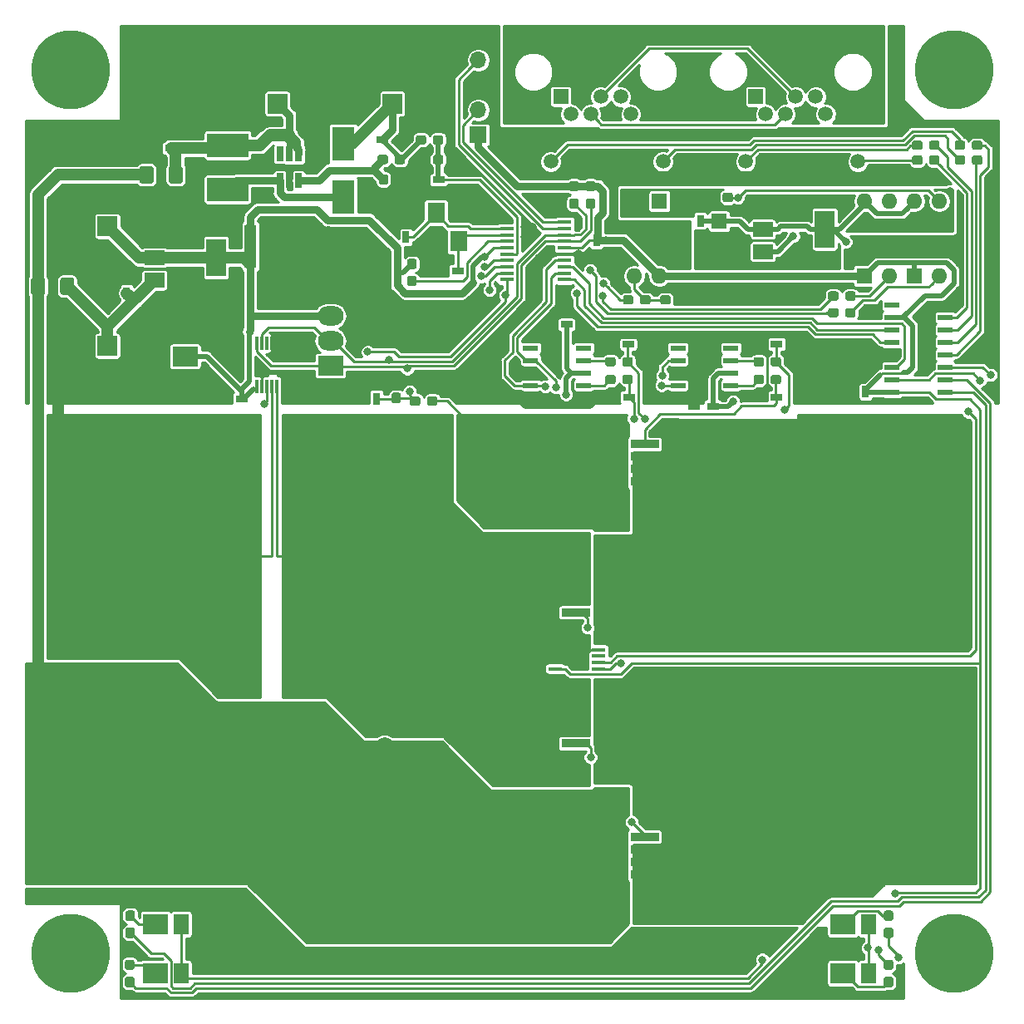
<source format=gbr>
G04 #@! TF.GenerationSoftware,KiCad,Pcbnew,(5.0.1)*
G04 #@! TF.CreationDate,2019-01-31T09:46:25+09:00*
G04 #@! TF.ProjectId,driver,6472697665722E6B696361645F706362,rev?*
G04 #@! TF.SameCoordinates,Original*
G04 #@! TF.FileFunction,Copper,L1,Top,Signal*
G04 #@! TF.FilePolarity,Positive*
%FSLAX46Y46*%
G04 Gerber Fmt 4.6, Leading zero omitted, Abs format (unit mm)*
G04 Created by KiCad (PCBNEW (5.0.1)) date Thu Jan 31 09:46:25 2019*
%MOMM*%
%LPD*%
G01*
G04 APERTURE LIST*
G04 #@! TA.AperFunction,ComponentPad*
%ADD10O,2.600000X2.000000*%
G04 #@! TD*
G04 #@! TA.AperFunction,ComponentPad*
%ADD11R,2.600000X2.000000*%
G04 #@! TD*
G04 #@! TA.AperFunction,SMDPad,CuDef*
%ADD12R,0.300000X1.400000*%
G04 #@! TD*
G04 #@! TA.AperFunction,SMDPad,CuDef*
%ADD13R,1.450000X0.450000*%
G04 #@! TD*
G04 #@! TA.AperFunction,Conductor*
%ADD14C,0.100000*%
G04 #@! TD*
G04 #@! TA.AperFunction,SMDPad,CuDef*
%ADD15C,0.950000*%
G04 #@! TD*
G04 #@! TA.AperFunction,ComponentPad*
%ADD16R,1.600000X1.600000*%
G04 #@! TD*
G04 #@! TA.AperFunction,ComponentPad*
%ADD17O,1.600000X1.600000*%
G04 #@! TD*
G04 #@! TA.AperFunction,SMDPad,CuDef*
%ADD18R,3.750000X4.700000*%
G04 #@! TD*
G04 #@! TA.AperFunction,SMDPad,CuDef*
%ADD19R,2.950000X0.850000*%
G04 #@! TD*
G04 #@! TA.AperFunction,SMDPad,CuDef*
%ADD20R,3.000000X0.850000*%
G04 #@! TD*
G04 #@! TA.AperFunction,SMDPad,CuDef*
%ADD21R,1.200000X0.750000*%
G04 #@! TD*
G04 #@! TA.AperFunction,SMDPad,CuDef*
%ADD22R,0.750000X1.200000*%
G04 #@! TD*
G04 #@! TA.AperFunction,SMDPad,CuDef*
%ADD23R,2.300000X3.500000*%
G04 #@! TD*
G04 #@! TA.AperFunction,SMDPad,CuDef*
%ADD24R,2.500000X2.100000*%
G04 #@! TD*
G04 #@! TA.AperFunction,SMDPad,CuDef*
%ADD25R,1.500000X2.100000*%
G04 #@! TD*
G04 #@! TA.AperFunction,ComponentPad*
%ADD26R,2.600000X2.600000*%
G04 #@! TD*
G04 #@! TA.AperFunction,ComponentPad*
%ADD27C,2.600000*%
G04 #@! TD*
G04 #@! TA.AperFunction,SMDPad,CuDef*
%ADD28R,4.200000X2.400000*%
G04 #@! TD*
G04 #@! TA.AperFunction,SMDPad,CuDef*
%ADD29C,1.425000*%
G04 #@! TD*
G04 #@! TA.AperFunction,SMDPad,CuDef*
%ADD30C,1.525000*%
G04 #@! TD*
G04 #@! TA.AperFunction,SMDPad,CuDef*
%ADD31R,0.650000X1.560000*%
G04 #@! TD*
G04 #@! TA.AperFunction,SMDPad,CuDef*
%ADD32R,2.000000X3.800000*%
G04 #@! TD*
G04 #@! TA.AperFunction,SMDPad,CuDef*
%ADD33R,2.000000X1.500000*%
G04 #@! TD*
G04 #@! TA.AperFunction,SMDPad,CuDef*
%ADD34R,1.800000X2.100000*%
G04 #@! TD*
G04 #@! TA.AperFunction,WasherPad*
%ADD35C,8.000000*%
G04 #@! TD*
G04 #@! TA.AperFunction,SMDPad,CuDef*
%ADD36R,1.550000X0.600000*%
G04 #@! TD*
G04 #@! TA.AperFunction,ComponentPad*
%ADD37C,2.000000*%
G04 #@! TD*
G04 #@! TA.AperFunction,ComponentPad*
%ADD38R,2.000000X2.000000*%
G04 #@! TD*
G04 #@! TA.AperFunction,ComponentPad*
%ADD39R,1.700000X1.700000*%
G04 #@! TD*
G04 #@! TA.AperFunction,ComponentPad*
%ADD40O,1.700000X1.700000*%
G04 #@! TD*
G04 #@! TA.AperFunction,ComponentPad*
%ADD41C,1.600000*%
G04 #@! TD*
G04 #@! TA.AperFunction,ComponentPad*
%ADD42C,1.500000*%
G04 #@! TD*
G04 #@! TA.AperFunction,ComponentPad*
%ADD43R,1.500000X1.500000*%
G04 #@! TD*
G04 #@! TA.AperFunction,SMDPad,CuDef*
%ADD44R,1.500000X0.600000*%
G04 #@! TD*
G04 #@! TA.AperFunction,ViaPad*
%ADD45C,0.800000*%
G04 #@! TD*
G04 #@! TA.AperFunction,ViaPad*
%ADD46C,2.000000*%
G04 #@! TD*
G04 #@! TA.AperFunction,Conductor*
%ADD47C,0.500000*%
G04 #@! TD*
G04 #@! TA.AperFunction,Conductor*
%ADD48C,0.800000*%
G04 #@! TD*
G04 #@! TA.AperFunction,Conductor*
%ADD49C,1.200000*%
G04 #@! TD*
G04 #@! TA.AperFunction,Conductor*
%ADD50C,0.250000*%
G04 #@! TD*
G04 #@! TA.AperFunction,Conductor*
%ADD51C,0.254000*%
G04 #@! TD*
G04 APERTURE END LIST*
D10*
G04 #@! TO.P,J6,4*
G04 #@! TO.N,GND*
X101500000Y-82480000D03*
G04 #@! TO.P,J6,3*
G04 #@! TO.N,+3V3*
X101500000Y-85020000D03*
G04 #@! TO.P,J6,2*
G04 #@! TO.N,/SDA*
X101500000Y-87560000D03*
D11*
G04 #@! TO.P,J6,1*
G04 #@! TO.N,/SCL*
X101500000Y-90100000D03*
G04 #@! TD*
D12*
G04 #@! TO.P,U7,1*
G04 #@! TO.N,GND*
X96000000Y-87800000D03*
G04 #@! TO.P,U7,2*
X95500000Y-87800000D03*
G04 #@! TO.P,U7,3*
G04 #@! TO.N,Net-(U7-Pad3)*
X95000000Y-87800000D03*
G04 #@! TO.P,U7,4*
G04 #@! TO.N,/SDA*
X94500000Y-87800000D03*
G04 #@! TO.P,U7,5*
G04 #@! TO.N,/SCL*
X94000000Y-87800000D03*
G04 #@! TO.P,U7,6*
G04 #@! TO.N,+3V3*
X94000000Y-92200000D03*
G04 #@! TO.P,U7,7*
G04 #@! TO.N,GND*
X94500000Y-92200000D03*
G04 #@! TO.P,U7,8*
G04 #@! TO.N,/VIN*
X95000000Y-92200000D03*
G04 #@! TO.P,U7,9*
G04 #@! TO.N,GND*
X95500000Y-92200000D03*
G04 #@! TO.P,U7,10*
G04 #@! TO.N,/GND_MEAS*
X96000000Y-92200000D03*
G04 #@! TD*
D13*
G04 #@! TO.P,U6,1*
G04 #@! TO.N,GND*
X119450000Y-75475000D03*
G04 #@! TO.P,U6,2*
G04 #@! TO.N,/XT2*
X119450000Y-76125000D03*
G04 #@! TO.P,U6,3*
G04 #@! TO.N,/XT1*
X119450000Y-76775000D03*
G04 #@! TO.P,U6,4*
G04 #@! TO.N,/RST*
X119450000Y-77425000D03*
G04 #@! TO.P,U6,5*
G04 #@! TO.N,+3V3*
X119450000Y-78075000D03*
G04 #@! TO.P,U6,6*
G04 #@! TO.N,/VBOOT_MON*
X119450000Y-78725000D03*
G04 #@! TO.P,U6,7*
G04 #@! TO.N,/DE*
X119450000Y-79375000D03*
G04 #@! TO.P,U6,8*
G04 #@! TO.N,/TX*
X119450000Y-80025000D03*
G04 #@! TO.P,U6,9*
G04 #@! TO.N,/RX*
X119450000Y-80675000D03*
G04 #@! TO.P,U6,10*
G04 #@! TO.N,/VIN_MON*
X119450000Y-81325000D03*
G04 #@! TO.P,U6,11*
G04 #@! TO.N,/SCK*
X125350000Y-81325000D03*
G04 #@! TO.P,U6,12*
G04 #@! TO.N,/CTRL_A*
X125350000Y-80675000D03*
G04 #@! TO.P,U6,13*
G04 #@! TO.N,/MOSI*
X125350000Y-80025000D03*
G04 #@! TO.P,U6,14*
G04 #@! TO.N,/CTRL_B*
X125350000Y-79375000D03*
G04 #@! TO.P,U6,15*
G04 #@! TO.N,GND*
X125350000Y-78725000D03*
G04 #@! TO.P,U6,16*
G04 #@! TO.N,+3V3*
X125350000Y-78075000D03*
G04 #@! TO.P,U6,17*
G04 #@! TO.N,/SCL*
X125350000Y-77425000D03*
G04 #@! TO.P,U6,18*
G04 #@! TO.N,/SDA*
X125350000Y-76775000D03*
G04 #@! TO.P,U6,19*
G04 #@! TO.N,/SWDIO*
X125350000Y-76125000D03*
G04 #@! TO.P,U6,20*
G04 #@! TO.N,/SWCLK*
X125350000Y-75475000D03*
G04 #@! TD*
D14*
G04 #@! TO.N,+VSW*
G04 #@! TO.C,R3*
G36*
X111035779Y-66626144D02*
X111058834Y-66629563D01*
X111081443Y-66635227D01*
X111103387Y-66643079D01*
X111124457Y-66653044D01*
X111144448Y-66665026D01*
X111163168Y-66678910D01*
X111180438Y-66694562D01*
X111196090Y-66711832D01*
X111209974Y-66730552D01*
X111221956Y-66750543D01*
X111231921Y-66771613D01*
X111239773Y-66793557D01*
X111245437Y-66816166D01*
X111248856Y-66839221D01*
X111250000Y-66862500D01*
X111250000Y-67337500D01*
X111248856Y-67360779D01*
X111245437Y-67383834D01*
X111239773Y-67406443D01*
X111231921Y-67428387D01*
X111221956Y-67449457D01*
X111209974Y-67469448D01*
X111196090Y-67488168D01*
X111180438Y-67505438D01*
X111163168Y-67521090D01*
X111144448Y-67534974D01*
X111124457Y-67546956D01*
X111103387Y-67556921D01*
X111081443Y-67564773D01*
X111058834Y-67570437D01*
X111035779Y-67573856D01*
X111012500Y-67575000D01*
X110437500Y-67575000D01*
X110414221Y-67573856D01*
X110391166Y-67570437D01*
X110368557Y-67564773D01*
X110346613Y-67556921D01*
X110325543Y-67546956D01*
X110305552Y-67534974D01*
X110286832Y-67521090D01*
X110269562Y-67505438D01*
X110253910Y-67488168D01*
X110240026Y-67469448D01*
X110228044Y-67449457D01*
X110218079Y-67428387D01*
X110210227Y-67406443D01*
X110204563Y-67383834D01*
X110201144Y-67360779D01*
X110200000Y-67337500D01*
X110200000Y-66862500D01*
X110201144Y-66839221D01*
X110204563Y-66816166D01*
X110210227Y-66793557D01*
X110218079Y-66771613D01*
X110228044Y-66750543D01*
X110240026Y-66730552D01*
X110253910Y-66711832D01*
X110269562Y-66694562D01*
X110286832Y-66678910D01*
X110305552Y-66665026D01*
X110325543Y-66653044D01*
X110346613Y-66643079D01*
X110368557Y-66635227D01*
X110391166Y-66629563D01*
X110414221Y-66626144D01*
X110437500Y-66625000D01*
X111012500Y-66625000D01*
X111035779Y-66626144D01*
X111035779Y-66626144D01*
G37*
D15*
G04 #@! TD*
G04 #@! TO.P,R3,1*
G04 #@! TO.N,+VSW*
X110725000Y-67100000D03*
D14*
G04 #@! TO.N,/VBOOT_MON*
G04 #@! TO.C,R3*
G36*
X112785779Y-66626144D02*
X112808834Y-66629563D01*
X112831443Y-66635227D01*
X112853387Y-66643079D01*
X112874457Y-66653044D01*
X112894448Y-66665026D01*
X112913168Y-66678910D01*
X112930438Y-66694562D01*
X112946090Y-66711832D01*
X112959974Y-66730552D01*
X112971956Y-66750543D01*
X112981921Y-66771613D01*
X112989773Y-66793557D01*
X112995437Y-66816166D01*
X112998856Y-66839221D01*
X113000000Y-66862500D01*
X113000000Y-67337500D01*
X112998856Y-67360779D01*
X112995437Y-67383834D01*
X112989773Y-67406443D01*
X112981921Y-67428387D01*
X112971956Y-67449457D01*
X112959974Y-67469448D01*
X112946090Y-67488168D01*
X112930438Y-67505438D01*
X112913168Y-67521090D01*
X112894448Y-67534974D01*
X112874457Y-67546956D01*
X112853387Y-67556921D01*
X112831443Y-67564773D01*
X112808834Y-67570437D01*
X112785779Y-67573856D01*
X112762500Y-67575000D01*
X112187500Y-67575000D01*
X112164221Y-67573856D01*
X112141166Y-67570437D01*
X112118557Y-67564773D01*
X112096613Y-67556921D01*
X112075543Y-67546956D01*
X112055552Y-67534974D01*
X112036832Y-67521090D01*
X112019562Y-67505438D01*
X112003910Y-67488168D01*
X111990026Y-67469448D01*
X111978044Y-67449457D01*
X111968079Y-67428387D01*
X111960227Y-67406443D01*
X111954563Y-67383834D01*
X111951144Y-67360779D01*
X111950000Y-67337500D01*
X111950000Y-66862500D01*
X111951144Y-66839221D01*
X111954563Y-66816166D01*
X111960227Y-66793557D01*
X111968079Y-66771613D01*
X111978044Y-66750543D01*
X111990026Y-66730552D01*
X112003910Y-66711832D01*
X112019562Y-66694562D01*
X112036832Y-66678910D01*
X112055552Y-66665026D01*
X112075543Y-66653044D01*
X112096613Y-66643079D01*
X112118557Y-66635227D01*
X112141166Y-66629563D01*
X112164221Y-66626144D01*
X112187500Y-66625000D01*
X112762500Y-66625000D01*
X112785779Y-66626144D01*
X112785779Y-66626144D01*
G37*
D15*
G04 #@! TD*
G04 #@! TO.P,R3,2*
G04 #@! TO.N,/VBOOT_MON*
X112475000Y-67100000D03*
D14*
G04 #@! TO.N,Net-(R36-Pad2)*
G04 #@! TO.C,R39*
G36*
X135935779Y-82926144D02*
X135958834Y-82929563D01*
X135981443Y-82935227D01*
X136003387Y-82943079D01*
X136024457Y-82953044D01*
X136044448Y-82965026D01*
X136063168Y-82978910D01*
X136080438Y-82994562D01*
X136096090Y-83011832D01*
X136109974Y-83030552D01*
X136121956Y-83050543D01*
X136131921Y-83071613D01*
X136139773Y-83093557D01*
X136145437Y-83116166D01*
X136148856Y-83139221D01*
X136150000Y-83162500D01*
X136150000Y-83637500D01*
X136148856Y-83660779D01*
X136145437Y-83683834D01*
X136139773Y-83706443D01*
X136131921Y-83728387D01*
X136121956Y-83749457D01*
X136109974Y-83769448D01*
X136096090Y-83788168D01*
X136080438Y-83805438D01*
X136063168Y-83821090D01*
X136044448Y-83834974D01*
X136024457Y-83846956D01*
X136003387Y-83856921D01*
X135981443Y-83864773D01*
X135958834Y-83870437D01*
X135935779Y-83873856D01*
X135912500Y-83875000D01*
X135337500Y-83875000D01*
X135314221Y-83873856D01*
X135291166Y-83870437D01*
X135268557Y-83864773D01*
X135246613Y-83856921D01*
X135225543Y-83846956D01*
X135205552Y-83834974D01*
X135186832Y-83821090D01*
X135169562Y-83805438D01*
X135153910Y-83788168D01*
X135140026Y-83769448D01*
X135128044Y-83749457D01*
X135118079Y-83728387D01*
X135110227Y-83706443D01*
X135104563Y-83683834D01*
X135101144Y-83660779D01*
X135100000Y-83637500D01*
X135100000Y-83162500D01*
X135101144Y-83139221D01*
X135104563Y-83116166D01*
X135110227Y-83093557D01*
X135118079Y-83071613D01*
X135128044Y-83050543D01*
X135140026Y-83030552D01*
X135153910Y-83011832D01*
X135169562Y-82994562D01*
X135186832Y-82978910D01*
X135205552Y-82965026D01*
X135225543Y-82953044D01*
X135246613Y-82943079D01*
X135268557Y-82935227D01*
X135291166Y-82929563D01*
X135314221Y-82926144D01*
X135337500Y-82925000D01*
X135912500Y-82925000D01*
X135935779Y-82926144D01*
X135935779Y-82926144D01*
G37*
D15*
G04 #@! TD*
G04 #@! TO.P,R39,2*
G04 #@! TO.N,Net-(R36-Pad2)*
X135625000Y-83400000D03*
D14*
G04 #@! TO.N,GND*
G04 #@! TO.C,R39*
G36*
X137685779Y-82926144D02*
X137708834Y-82929563D01*
X137731443Y-82935227D01*
X137753387Y-82943079D01*
X137774457Y-82953044D01*
X137794448Y-82965026D01*
X137813168Y-82978910D01*
X137830438Y-82994562D01*
X137846090Y-83011832D01*
X137859974Y-83030552D01*
X137871956Y-83050543D01*
X137881921Y-83071613D01*
X137889773Y-83093557D01*
X137895437Y-83116166D01*
X137898856Y-83139221D01*
X137900000Y-83162500D01*
X137900000Y-83637500D01*
X137898856Y-83660779D01*
X137895437Y-83683834D01*
X137889773Y-83706443D01*
X137881921Y-83728387D01*
X137871956Y-83749457D01*
X137859974Y-83769448D01*
X137846090Y-83788168D01*
X137830438Y-83805438D01*
X137813168Y-83821090D01*
X137794448Y-83834974D01*
X137774457Y-83846956D01*
X137753387Y-83856921D01*
X137731443Y-83864773D01*
X137708834Y-83870437D01*
X137685779Y-83873856D01*
X137662500Y-83875000D01*
X137087500Y-83875000D01*
X137064221Y-83873856D01*
X137041166Y-83870437D01*
X137018557Y-83864773D01*
X136996613Y-83856921D01*
X136975543Y-83846956D01*
X136955552Y-83834974D01*
X136936832Y-83821090D01*
X136919562Y-83805438D01*
X136903910Y-83788168D01*
X136890026Y-83769448D01*
X136878044Y-83749457D01*
X136868079Y-83728387D01*
X136860227Y-83706443D01*
X136854563Y-83683834D01*
X136851144Y-83660779D01*
X136850000Y-83637500D01*
X136850000Y-83162500D01*
X136851144Y-83139221D01*
X136854563Y-83116166D01*
X136860227Y-83093557D01*
X136868079Y-83071613D01*
X136878044Y-83050543D01*
X136890026Y-83030552D01*
X136903910Y-83011832D01*
X136919562Y-82994562D01*
X136936832Y-82978910D01*
X136955552Y-82965026D01*
X136975543Y-82953044D01*
X136996613Y-82943079D01*
X137018557Y-82935227D01*
X137041166Y-82929563D01*
X137064221Y-82926144D01*
X137087500Y-82925000D01*
X137662500Y-82925000D01*
X137685779Y-82926144D01*
X137685779Y-82926144D01*
G37*
D15*
G04 #@! TD*
G04 #@! TO.P,R39,1*
G04 #@! TO.N,GND*
X137375000Y-83400000D03*
D16*
G04 #@! TO.P,U12,1*
G04 #@! TO.N,+3V3*
X160970000Y-80970000D03*
D17*
G04 #@! TO.P,U12,3*
G04 #@! TO.N,/ISO_DE*
X163510000Y-73350000D03*
G04 #@! TO.P,U12,2*
G04 #@! TO.N,Net-(R18-Pad2)*
X163510000Y-80970000D03*
G04 #@! TO.P,U12,4*
G04 #@! TO.N,/ISO_5V*
X160970000Y-73350000D03*
G04 #@! TD*
D18*
G04 #@! TO.P,Q1,1*
G04 #@! TO.N,/VIN*
X129450000Y-100000000D03*
D19*
G04 #@! TO.P,Q1,3*
G04 #@! TO.N,/OUT_A*
X133500000Y-101905000D03*
X133500000Y-100635000D03*
X133500000Y-99365000D03*
G04 #@! TO.P,Q1,2*
G04 #@! TO.N,/DRV4F*
X133500000Y-98095000D03*
D20*
G04 #@! TO.P,Q1,1*
G04 #@! TO.N,/VIN*
X126525000Y-98095000D03*
X126525000Y-99365000D03*
X126525000Y-100635000D03*
X126525000Y-101905000D03*
G04 #@! TD*
D18*
G04 #@! TO.P,Q2,1*
G04 #@! TO.N,/VIN*
X129450000Y-140000000D03*
D19*
G04 #@! TO.P,Q2,3*
G04 #@! TO.N,/OUT_B*
X133500000Y-141905000D03*
X133500000Y-140635000D03*
X133500000Y-139365000D03*
G04 #@! TO.P,Q2,2*
G04 #@! TO.N,/DRV2F*
X133500000Y-138095000D03*
D20*
G04 #@! TO.P,Q2,1*
G04 #@! TO.N,/VIN*
X126525000Y-138095000D03*
X126525000Y-139365000D03*
X126525000Y-140635000D03*
X126525000Y-141905000D03*
G04 #@! TD*
D18*
G04 #@! TO.P,Q3,1*
G04 #@! TO.N,/OUT_A*
X130550000Y-113333300D03*
D19*
G04 #@! TO.P,Q3,3*
G04 #@! TO.N,/GND_MEAS*
X126500000Y-111428300D03*
X126500000Y-112698300D03*
X126500000Y-113968300D03*
G04 #@! TO.P,Q3,2*
G04 #@! TO.N,/DRV3F*
X126500000Y-115238300D03*
D20*
G04 #@! TO.P,Q3,1*
G04 #@! TO.N,/OUT_A*
X133475000Y-115238300D03*
X133475000Y-113968300D03*
X133475000Y-112698300D03*
X133475000Y-111428300D03*
G04 #@! TD*
D18*
G04 #@! TO.P,Q4,1*
G04 #@! TO.N,/OUT_B*
X130550000Y-126666700D03*
D19*
G04 #@! TO.P,Q4,3*
G04 #@! TO.N,/GND_MEAS*
X126500000Y-124761700D03*
X126500000Y-126031700D03*
X126500000Y-127301700D03*
G04 #@! TO.P,Q4,2*
G04 #@! TO.N,/DRV1F*
X126500000Y-128571700D03*
D20*
G04 #@! TO.P,Q4,1*
G04 #@! TO.N,/OUT_B*
X133475000Y-128571700D03*
X133475000Y-127301700D03*
X133475000Y-126031700D03*
X133475000Y-124761700D03*
G04 #@! TD*
D21*
G04 #@! TO.P,C1,1*
G04 #@! TO.N,+VSW*
X106750000Y-67100000D03*
G04 #@! TO.P,C1,2*
G04 #@! TO.N,GND*
X108650000Y-67100000D03*
G04 #@! TD*
G04 #@! TO.P,C4,1*
G04 #@! TO.N,Net-(C3-Pad1)*
X85250000Y-67950000D03*
G04 #@! TO.P,C4,2*
G04 #@! TO.N,GND*
X83350000Y-67950000D03*
G04 #@! TD*
G04 #@! TO.P,C5,1*
G04 #@! TO.N,/VBOOT_MON*
X112524999Y-71174999D03*
G04 #@! TO.P,C5,2*
G04 #@! TO.N,GND*
X110624999Y-71174999D03*
G04 #@! TD*
D22*
G04 #@! TO.P,C12,1*
G04 #@! TO.N,+3V3*
X128600000Y-77350000D03*
G04 #@! TO.P,C12,2*
G04 #@! TO.N,GND*
X128600000Y-79250000D03*
G04 #@! TD*
G04 #@! TO.P,C13,2*
G04 #@! TO.N,GND*
X156000000Y-90850000D03*
G04 #@! TO.P,C13,1*
G04 #@! TO.N,+3V3*
X156000000Y-92750000D03*
G04 #@! TD*
D21*
G04 #@! TO.P,C14,1*
G04 #@! TO.N,+3V3*
X92450000Y-93500000D03*
G04 #@! TO.P,C14,2*
G04 #@! TO.N,GND*
X90550000Y-93500000D03*
G04 #@! TD*
D22*
G04 #@! TO.P,C16,1*
G04 #@! TO.N,Net-(C15-Pad1)*
X80750000Y-82700000D03*
G04 #@! TO.P,C16,2*
G04 #@! TO.N,GND*
X80750000Y-80800000D03*
G04 #@! TD*
D21*
G04 #@! TO.P,C17,2*
G04 #@! TO.N,GND*
X95250000Y-77900000D03*
G04 #@! TO.P,C17,1*
G04 #@! TO.N,+3V3*
X93350000Y-77900000D03*
G04 #@! TD*
G04 #@! TO.P,C18,2*
G04 #@! TO.N,GND*
X95250000Y-76100000D03*
G04 #@! TO.P,C18,1*
G04 #@! TO.N,+3V3*
X93350000Y-76100000D03*
G04 #@! TD*
G04 #@! TO.P,C20,2*
G04 #@! TO.N,/XT1*
X114450000Y-80450000D03*
G04 #@! TO.P,C20,1*
G04 #@! TO.N,GND*
X112550000Y-80450000D03*
G04 #@! TD*
D22*
G04 #@! TO.P,C21,2*
G04 #@! TO.N,GND*
X106200000Y-91550000D03*
G04 #@! TO.P,C21,1*
G04 #@! TO.N,/VIN_MON*
X106200000Y-93450000D03*
G04 #@! TD*
G04 #@! TO.P,C22,1*
G04 #@! TO.N,/XT2*
X109200000Y-77000000D03*
G04 #@! TO.P,C22,2*
G04 #@! TO.N,GND*
X109200000Y-75100000D03*
G04 #@! TD*
D21*
G04 #@! TO.P,C23,2*
G04 #@! TO.N,GND*
X123650000Y-85900000D03*
G04 #@! TO.P,C23,1*
G04 #@! TO.N,+VSW*
X125550000Y-85900000D03*
G04 #@! TD*
G04 #@! TO.P,C24,1*
G04 #@! TO.N,+VSW*
X140450000Y-94250000D03*
G04 #@! TO.P,C24,2*
G04 #@! TO.N,GND*
X138550000Y-94250000D03*
G04 #@! TD*
G04 #@! TO.P,C25,2*
G04 #@! TO.N,GND*
X129950000Y-87900000D03*
G04 #@! TO.P,C25,1*
G04 #@! TO.N,/DRV1F*
X131850000Y-87900000D03*
G04 #@! TD*
G04 #@! TO.P,C26,2*
G04 #@! TO.N,GND*
X145050000Y-87900000D03*
G04 #@! TO.P,C26,1*
G04 #@! TO.N,/DRV2F*
X146950000Y-87900000D03*
G04 #@! TD*
G04 #@! TO.P,C27,1*
G04 #@! TO.N,GND*
X130000000Y-93300000D03*
G04 #@! TO.P,C27,2*
G04 #@! TO.N,/DRV3F*
X131900000Y-93300000D03*
G04 #@! TD*
G04 #@! TO.P,C28,2*
G04 #@! TO.N,/DRV4F*
X146950000Y-93300000D03*
G04 #@! TO.P,C28,1*
G04 #@! TO.N,GND*
X145050000Y-93300000D03*
G04 #@! TD*
G04 #@! TO.P,C29,2*
G04 #@! TO.N,GND*
X95250000Y-79800000D03*
G04 #@! TO.P,C29,1*
G04 #@! TO.N,+3V3*
X93350000Y-79800000D03*
G04 #@! TD*
D23*
G04 #@! TO.P,D1,1*
G04 #@! TO.N,+VSW*
X102800000Y-67500000D03*
G04 #@! TO.P,D1,2*
G04 #@! TO.N,Net-(D1-Pad2)*
X102800000Y-72900000D03*
G04 #@! TD*
D24*
G04 #@! TO.P,D4,1*
G04 #@! TO.N,Net-(D4-Pad1)*
X153670000Y-152000000D03*
D25*
G04 #@! TO.P,D4,2*
G04 #@! TO.N,+3V3*
X156330000Y-152000000D03*
G04 #@! TD*
G04 #@! TO.P,D5,2*
G04 #@! TO.N,+3V3*
X86330000Y-152000000D03*
D24*
G04 #@! TO.P,D5,1*
G04 #@! TO.N,Net-(D5-Pad1)*
X83670000Y-152000000D03*
G04 #@! TD*
D25*
G04 #@! TO.P,D6,2*
G04 #@! TO.N,+3V3*
X86330000Y-147000000D03*
D24*
G04 #@! TO.P,D6,1*
G04 #@! TO.N,Net-(D6-Pad1)*
X83670000Y-147000000D03*
G04 #@! TD*
G04 #@! TO.P,D7,1*
G04 #@! TO.N,Net-(D7-Pad1)*
X153670000Y-147000000D03*
D25*
G04 #@! TO.P,D7,2*
G04 #@! TO.N,+3V3*
X156330000Y-147000000D03*
G04 #@! TD*
D26*
G04 #@! TO.P,J1,1*
G04 #@! TO.N,/OUT_A*
X165000000Y-104840000D03*
D27*
G04 #@! TO.P,J1,2*
X165000000Y-109920000D03*
G04 #@! TO.P,J1,3*
X165000000Y-115000000D03*
G04 #@! TD*
G04 #@! TO.P,J2,3*
G04 #@! TO.N,/OUT_B*
X165000000Y-135080000D03*
G04 #@! TO.P,J2,2*
X165000000Y-130000000D03*
D26*
G04 #@! TO.P,J2,1*
X165000000Y-124920000D03*
G04 #@! TD*
D27*
G04 #@! TO.P,J7,3*
G04 #@! TO.N,/VIN*
X75000000Y-124920000D03*
G04 #@! TO.P,J7,2*
X75000000Y-130000000D03*
D26*
G04 #@! TO.P,J7,1*
X75000000Y-135080000D03*
G04 #@! TD*
G04 #@! TO.P,J8,1*
G04 #@! TO.N,GND*
X75000000Y-115080000D03*
D27*
G04 #@! TO.P,J8,2*
X75000000Y-110000000D03*
G04 #@! TO.P,J8,3*
X75000000Y-104920000D03*
G04 #@! TD*
D28*
G04 #@! TO.P,L1,1*
G04 #@! TO.N,Net-(C3-Pad1)*
X91000000Y-67650000D03*
G04 #@! TO.P,L1,2*
G04 #@! TO.N,Net-(D1-Pad2)*
X91000000Y-72150000D03*
G04 #@! TD*
D14*
G04 #@! TO.N,+VSW*
G04 #@! TO.C,R2*
G36*
X108885779Y-68626144D02*
X108908834Y-68629563D01*
X108931443Y-68635227D01*
X108953387Y-68643079D01*
X108974457Y-68653044D01*
X108994448Y-68665026D01*
X109013168Y-68678910D01*
X109030438Y-68694562D01*
X109046090Y-68711832D01*
X109059974Y-68730552D01*
X109071956Y-68750543D01*
X109081921Y-68771613D01*
X109089773Y-68793557D01*
X109095437Y-68816166D01*
X109098856Y-68839221D01*
X109100000Y-68862500D01*
X109100000Y-69337500D01*
X109098856Y-69360779D01*
X109095437Y-69383834D01*
X109089773Y-69406443D01*
X109081921Y-69428387D01*
X109071956Y-69449457D01*
X109059974Y-69469448D01*
X109046090Y-69488168D01*
X109030438Y-69505438D01*
X109013168Y-69521090D01*
X108994448Y-69534974D01*
X108974457Y-69546956D01*
X108953387Y-69556921D01*
X108931443Y-69564773D01*
X108908834Y-69570437D01*
X108885779Y-69573856D01*
X108862500Y-69575000D01*
X108287500Y-69575000D01*
X108264221Y-69573856D01*
X108241166Y-69570437D01*
X108218557Y-69564773D01*
X108196613Y-69556921D01*
X108175543Y-69546956D01*
X108155552Y-69534974D01*
X108136832Y-69521090D01*
X108119562Y-69505438D01*
X108103910Y-69488168D01*
X108090026Y-69469448D01*
X108078044Y-69449457D01*
X108068079Y-69428387D01*
X108060227Y-69406443D01*
X108054563Y-69383834D01*
X108051144Y-69360779D01*
X108050000Y-69337500D01*
X108050000Y-68862500D01*
X108051144Y-68839221D01*
X108054563Y-68816166D01*
X108060227Y-68793557D01*
X108068079Y-68771613D01*
X108078044Y-68750543D01*
X108090026Y-68730552D01*
X108103910Y-68711832D01*
X108119562Y-68694562D01*
X108136832Y-68678910D01*
X108155552Y-68665026D01*
X108175543Y-68653044D01*
X108196613Y-68643079D01*
X108218557Y-68635227D01*
X108241166Y-68629563D01*
X108264221Y-68626144D01*
X108287500Y-68625000D01*
X108862500Y-68625000D01*
X108885779Y-68626144D01*
X108885779Y-68626144D01*
G37*
D15*
G04 #@! TD*
G04 #@! TO.P,R2,2*
G04 #@! TO.N,+VSW*
X108575000Y-69100000D03*
D14*
G04 #@! TO.N,Net-(R2-Pad1)*
G04 #@! TO.C,R2*
G36*
X107135779Y-68626144D02*
X107158834Y-68629563D01*
X107181443Y-68635227D01*
X107203387Y-68643079D01*
X107224457Y-68653044D01*
X107244448Y-68665026D01*
X107263168Y-68678910D01*
X107280438Y-68694562D01*
X107296090Y-68711832D01*
X107309974Y-68730552D01*
X107321956Y-68750543D01*
X107331921Y-68771613D01*
X107339773Y-68793557D01*
X107345437Y-68816166D01*
X107348856Y-68839221D01*
X107350000Y-68862500D01*
X107350000Y-69337500D01*
X107348856Y-69360779D01*
X107345437Y-69383834D01*
X107339773Y-69406443D01*
X107331921Y-69428387D01*
X107321956Y-69449457D01*
X107309974Y-69469448D01*
X107296090Y-69488168D01*
X107280438Y-69505438D01*
X107263168Y-69521090D01*
X107244448Y-69534974D01*
X107224457Y-69546956D01*
X107203387Y-69556921D01*
X107181443Y-69564773D01*
X107158834Y-69570437D01*
X107135779Y-69573856D01*
X107112500Y-69575000D01*
X106537500Y-69575000D01*
X106514221Y-69573856D01*
X106491166Y-69570437D01*
X106468557Y-69564773D01*
X106446613Y-69556921D01*
X106425543Y-69546956D01*
X106405552Y-69534974D01*
X106386832Y-69521090D01*
X106369562Y-69505438D01*
X106353910Y-69488168D01*
X106340026Y-69469448D01*
X106328044Y-69449457D01*
X106318079Y-69428387D01*
X106310227Y-69406443D01*
X106304563Y-69383834D01*
X106301144Y-69360779D01*
X106300000Y-69337500D01*
X106300000Y-68862500D01*
X106301144Y-68839221D01*
X106304563Y-68816166D01*
X106310227Y-68793557D01*
X106318079Y-68771613D01*
X106328044Y-68750543D01*
X106340026Y-68730552D01*
X106353910Y-68711832D01*
X106369562Y-68694562D01*
X106386832Y-68678910D01*
X106405552Y-68665026D01*
X106425543Y-68653044D01*
X106446613Y-68643079D01*
X106468557Y-68635227D01*
X106491166Y-68629563D01*
X106514221Y-68626144D01*
X106537500Y-68625000D01*
X107112500Y-68625000D01*
X107135779Y-68626144D01*
X107135779Y-68626144D01*
G37*
D15*
G04 #@! TD*
G04 #@! TO.P,R2,1*
G04 #@! TO.N,Net-(R2-Pad1)*
X106825000Y-69100000D03*
D14*
G04 #@! TO.N,Net-(R2-Pad1)*
G04 #@! TO.C,R4*
G36*
X107160779Y-70601144D02*
X107183834Y-70604563D01*
X107206443Y-70610227D01*
X107228387Y-70618079D01*
X107249457Y-70628044D01*
X107269448Y-70640026D01*
X107288168Y-70653910D01*
X107305438Y-70669562D01*
X107321090Y-70686832D01*
X107334974Y-70705552D01*
X107346956Y-70725543D01*
X107356921Y-70746613D01*
X107364773Y-70768557D01*
X107370437Y-70791166D01*
X107373856Y-70814221D01*
X107375000Y-70837500D01*
X107375000Y-71412500D01*
X107373856Y-71435779D01*
X107370437Y-71458834D01*
X107364773Y-71481443D01*
X107356921Y-71503387D01*
X107346956Y-71524457D01*
X107334974Y-71544448D01*
X107321090Y-71563168D01*
X107305438Y-71580438D01*
X107288168Y-71596090D01*
X107269448Y-71609974D01*
X107249457Y-71621956D01*
X107228387Y-71631921D01*
X107206443Y-71639773D01*
X107183834Y-71645437D01*
X107160779Y-71648856D01*
X107137500Y-71650000D01*
X106662500Y-71650000D01*
X106639221Y-71648856D01*
X106616166Y-71645437D01*
X106593557Y-71639773D01*
X106571613Y-71631921D01*
X106550543Y-71621956D01*
X106530552Y-71609974D01*
X106511832Y-71596090D01*
X106494562Y-71580438D01*
X106478910Y-71563168D01*
X106465026Y-71544448D01*
X106453044Y-71524457D01*
X106443079Y-71503387D01*
X106435227Y-71481443D01*
X106429563Y-71458834D01*
X106426144Y-71435779D01*
X106425000Y-71412500D01*
X106425000Y-70837500D01*
X106426144Y-70814221D01*
X106429563Y-70791166D01*
X106435227Y-70768557D01*
X106443079Y-70746613D01*
X106453044Y-70725543D01*
X106465026Y-70705552D01*
X106478910Y-70686832D01*
X106494562Y-70669562D01*
X106511832Y-70653910D01*
X106530552Y-70640026D01*
X106550543Y-70628044D01*
X106571613Y-70618079D01*
X106593557Y-70610227D01*
X106616166Y-70604563D01*
X106639221Y-70601144D01*
X106662500Y-70600000D01*
X107137500Y-70600000D01*
X107160779Y-70601144D01*
X107160779Y-70601144D01*
G37*
D15*
G04 #@! TD*
G04 #@! TO.P,R4,2*
G04 #@! TO.N,Net-(R2-Pad1)*
X106900000Y-71125000D03*
D14*
G04 #@! TO.N,GND*
G04 #@! TO.C,R4*
G36*
X107160779Y-72351144D02*
X107183834Y-72354563D01*
X107206443Y-72360227D01*
X107228387Y-72368079D01*
X107249457Y-72378044D01*
X107269448Y-72390026D01*
X107288168Y-72403910D01*
X107305438Y-72419562D01*
X107321090Y-72436832D01*
X107334974Y-72455552D01*
X107346956Y-72475543D01*
X107356921Y-72496613D01*
X107364773Y-72518557D01*
X107370437Y-72541166D01*
X107373856Y-72564221D01*
X107375000Y-72587500D01*
X107375000Y-73162500D01*
X107373856Y-73185779D01*
X107370437Y-73208834D01*
X107364773Y-73231443D01*
X107356921Y-73253387D01*
X107346956Y-73274457D01*
X107334974Y-73294448D01*
X107321090Y-73313168D01*
X107305438Y-73330438D01*
X107288168Y-73346090D01*
X107269448Y-73359974D01*
X107249457Y-73371956D01*
X107228387Y-73381921D01*
X107206443Y-73389773D01*
X107183834Y-73395437D01*
X107160779Y-73398856D01*
X107137500Y-73400000D01*
X106662500Y-73400000D01*
X106639221Y-73398856D01*
X106616166Y-73395437D01*
X106593557Y-73389773D01*
X106571613Y-73381921D01*
X106550543Y-73371956D01*
X106530552Y-73359974D01*
X106511832Y-73346090D01*
X106494562Y-73330438D01*
X106478910Y-73313168D01*
X106465026Y-73294448D01*
X106453044Y-73274457D01*
X106443079Y-73253387D01*
X106435227Y-73231443D01*
X106429563Y-73208834D01*
X106426144Y-73185779D01*
X106425000Y-73162500D01*
X106425000Y-72587500D01*
X106426144Y-72564221D01*
X106429563Y-72541166D01*
X106435227Y-72518557D01*
X106443079Y-72496613D01*
X106453044Y-72475543D01*
X106465026Y-72455552D01*
X106478910Y-72436832D01*
X106494562Y-72419562D01*
X106511832Y-72403910D01*
X106530552Y-72390026D01*
X106550543Y-72378044D01*
X106571613Y-72368079D01*
X106593557Y-72360227D01*
X106616166Y-72354563D01*
X106639221Y-72351144D01*
X106662500Y-72350000D01*
X107137500Y-72350000D01*
X107160779Y-72351144D01*
X107160779Y-72351144D01*
G37*
D15*
G04 #@! TD*
G04 #@! TO.P,R4,1*
G04 #@! TO.N,GND*
X106900000Y-72875000D03*
D14*
G04 #@! TO.N,GND*
G04 #@! TO.C,R5*
G36*
X111035779Y-68626144D02*
X111058834Y-68629563D01*
X111081443Y-68635227D01*
X111103387Y-68643079D01*
X111124457Y-68653044D01*
X111144448Y-68665026D01*
X111163168Y-68678910D01*
X111180438Y-68694562D01*
X111196090Y-68711832D01*
X111209974Y-68730552D01*
X111221956Y-68750543D01*
X111231921Y-68771613D01*
X111239773Y-68793557D01*
X111245437Y-68816166D01*
X111248856Y-68839221D01*
X111250000Y-68862500D01*
X111250000Y-69337500D01*
X111248856Y-69360779D01*
X111245437Y-69383834D01*
X111239773Y-69406443D01*
X111231921Y-69428387D01*
X111221956Y-69449457D01*
X111209974Y-69469448D01*
X111196090Y-69488168D01*
X111180438Y-69505438D01*
X111163168Y-69521090D01*
X111144448Y-69534974D01*
X111124457Y-69546956D01*
X111103387Y-69556921D01*
X111081443Y-69564773D01*
X111058834Y-69570437D01*
X111035779Y-69573856D01*
X111012500Y-69575000D01*
X110437500Y-69575000D01*
X110414221Y-69573856D01*
X110391166Y-69570437D01*
X110368557Y-69564773D01*
X110346613Y-69556921D01*
X110325543Y-69546956D01*
X110305552Y-69534974D01*
X110286832Y-69521090D01*
X110269562Y-69505438D01*
X110253910Y-69488168D01*
X110240026Y-69469448D01*
X110228044Y-69449457D01*
X110218079Y-69428387D01*
X110210227Y-69406443D01*
X110204563Y-69383834D01*
X110201144Y-69360779D01*
X110200000Y-69337500D01*
X110200000Y-68862500D01*
X110201144Y-68839221D01*
X110204563Y-68816166D01*
X110210227Y-68793557D01*
X110218079Y-68771613D01*
X110228044Y-68750543D01*
X110240026Y-68730552D01*
X110253910Y-68711832D01*
X110269562Y-68694562D01*
X110286832Y-68678910D01*
X110305552Y-68665026D01*
X110325543Y-68653044D01*
X110346613Y-68643079D01*
X110368557Y-68635227D01*
X110391166Y-68629563D01*
X110414221Y-68626144D01*
X110437500Y-68625000D01*
X111012500Y-68625000D01*
X111035779Y-68626144D01*
X111035779Y-68626144D01*
G37*
D15*
G04 #@! TD*
G04 #@! TO.P,R5,1*
G04 #@! TO.N,GND*
X110725000Y-69100000D03*
D14*
G04 #@! TO.N,/VBOOT_MON*
G04 #@! TO.C,R5*
G36*
X112785779Y-68626144D02*
X112808834Y-68629563D01*
X112831443Y-68635227D01*
X112853387Y-68643079D01*
X112874457Y-68653044D01*
X112894448Y-68665026D01*
X112913168Y-68678910D01*
X112930438Y-68694562D01*
X112946090Y-68711832D01*
X112959974Y-68730552D01*
X112971956Y-68750543D01*
X112981921Y-68771613D01*
X112989773Y-68793557D01*
X112995437Y-68816166D01*
X112998856Y-68839221D01*
X113000000Y-68862500D01*
X113000000Y-69337500D01*
X112998856Y-69360779D01*
X112995437Y-69383834D01*
X112989773Y-69406443D01*
X112981921Y-69428387D01*
X112971956Y-69449457D01*
X112959974Y-69469448D01*
X112946090Y-69488168D01*
X112930438Y-69505438D01*
X112913168Y-69521090D01*
X112894448Y-69534974D01*
X112874457Y-69546956D01*
X112853387Y-69556921D01*
X112831443Y-69564773D01*
X112808834Y-69570437D01*
X112785779Y-69573856D01*
X112762500Y-69575000D01*
X112187500Y-69575000D01*
X112164221Y-69573856D01*
X112141166Y-69570437D01*
X112118557Y-69564773D01*
X112096613Y-69556921D01*
X112075543Y-69546956D01*
X112055552Y-69534974D01*
X112036832Y-69521090D01*
X112019562Y-69505438D01*
X112003910Y-69488168D01*
X111990026Y-69469448D01*
X111978044Y-69449457D01*
X111968079Y-69428387D01*
X111960227Y-69406443D01*
X111954563Y-69383834D01*
X111951144Y-69360779D01*
X111950000Y-69337500D01*
X111950000Y-68862500D01*
X111951144Y-68839221D01*
X111954563Y-68816166D01*
X111960227Y-68793557D01*
X111968079Y-68771613D01*
X111978044Y-68750543D01*
X111990026Y-68730552D01*
X112003910Y-68711832D01*
X112019562Y-68694562D01*
X112036832Y-68678910D01*
X112055552Y-68665026D01*
X112075543Y-68653044D01*
X112096613Y-68643079D01*
X112118557Y-68635227D01*
X112141166Y-68629563D01*
X112164221Y-68626144D01*
X112187500Y-68625000D01*
X112762500Y-68625000D01*
X112785779Y-68626144D01*
X112785779Y-68626144D01*
G37*
D15*
G04 #@! TD*
G04 #@! TO.P,R5,2*
G04 #@! TO.N,/VBOOT_MON*
X112475000Y-69100000D03*
D14*
G04 #@! TO.N,/VIN*
G04 #@! TO.C,R7*
G36*
X72199504Y-81126204D02*
X72223773Y-81129804D01*
X72247571Y-81135765D01*
X72270671Y-81144030D01*
X72292849Y-81154520D01*
X72313893Y-81167133D01*
X72333598Y-81181747D01*
X72351777Y-81198223D01*
X72368253Y-81216402D01*
X72382867Y-81236107D01*
X72395480Y-81257151D01*
X72405970Y-81279329D01*
X72414235Y-81302429D01*
X72420196Y-81326227D01*
X72423796Y-81350496D01*
X72425000Y-81375000D01*
X72425000Y-82625000D01*
X72423796Y-82649504D01*
X72420196Y-82673773D01*
X72414235Y-82697571D01*
X72405970Y-82720671D01*
X72395480Y-82742849D01*
X72382867Y-82763893D01*
X72368253Y-82783598D01*
X72351777Y-82801777D01*
X72333598Y-82818253D01*
X72313893Y-82832867D01*
X72292849Y-82845480D01*
X72270671Y-82855970D01*
X72247571Y-82864235D01*
X72223773Y-82870196D01*
X72199504Y-82873796D01*
X72175000Y-82875000D01*
X71250000Y-82875000D01*
X71225496Y-82873796D01*
X71201227Y-82870196D01*
X71177429Y-82864235D01*
X71154329Y-82855970D01*
X71132151Y-82845480D01*
X71111107Y-82832867D01*
X71091402Y-82818253D01*
X71073223Y-82801777D01*
X71056747Y-82783598D01*
X71042133Y-82763893D01*
X71029520Y-82742849D01*
X71019030Y-82720671D01*
X71010765Y-82697571D01*
X71004804Y-82673773D01*
X71001204Y-82649504D01*
X71000000Y-82625000D01*
X71000000Y-81375000D01*
X71001204Y-81350496D01*
X71004804Y-81326227D01*
X71010765Y-81302429D01*
X71019030Y-81279329D01*
X71029520Y-81257151D01*
X71042133Y-81236107D01*
X71056747Y-81216402D01*
X71073223Y-81198223D01*
X71091402Y-81181747D01*
X71111107Y-81167133D01*
X71132151Y-81154520D01*
X71154329Y-81144030D01*
X71177429Y-81135765D01*
X71201227Y-81129804D01*
X71225496Y-81126204D01*
X71250000Y-81125000D01*
X72175000Y-81125000D01*
X72199504Y-81126204D01*
X72199504Y-81126204D01*
G37*
D29*
G04 #@! TD*
G04 #@! TO.P,R7,1*
G04 #@! TO.N,/VIN*
X71712500Y-82000000D03*
D14*
G04 #@! TO.N,Net-(C15-Pad1)*
G04 #@! TO.C,R7*
G36*
X75174504Y-81126204D02*
X75198773Y-81129804D01*
X75222571Y-81135765D01*
X75245671Y-81144030D01*
X75267849Y-81154520D01*
X75288893Y-81167133D01*
X75308598Y-81181747D01*
X75326777Y-81198223D01*
X75343253Y-81216402D01*
X75357867Y-81236107D01*
X75370480Y-81257151D01*
X75380970Y-81279329D01*
X75389235Y-81302429D01*
X75395196Y-81326227D01*
X75398796Y-81350496D01*
X75400000Y-81375000D01*
X75400000Y-82625000D01*
X75398796Y-82649504D01*
X75395196Y-82673773D01*
X75389235Y-82697571D01*
X75380970Y-82720671D01*
X75370480Y-82742849D01*
X75357867Y-82763893D01*
X75343253Y-82783598D01*
X75326777Y-82801777D01*
X75308598Y-82818253D01*
X75288893Y-82832867D01*
X75267849Y-82845480D01*
X75245671Y-82855970D01*
X75222571Y-82864235D01*
X75198773Y-82870196D01*
X75174504Y-82873796D01*
X75150000Y-82875000D01*
X74225000Y-82875000D01*
X74200496Y-82873796D01*
X74176227Y-82870196D01*
X74152429Y-82864235D01*
X74129329Y-82855970D01*
X74107151Y-82845480D01*
X74086107Y-82832867D01*
X74066402Y-82818253D01*
X74048223Y-82801777D01*
X74031747Y-82783598D01*
X74017133Y-82763893D01*
X74004520Y-82742849D01*
X73994030Y-82720671D01*
X73985765Y-82697571D01*
X73979804Y-82673773D01*
X73976204Y-82649504D01*
X73975000Y-82625000D01*
X73975000Y-81375000D01*
X73976204Y-81350496D01*
X73979804Y-81326227D01*
X73985765Y-81302429D01*
X73994030Y-81279329D01*
X74004520Y-81257151D01*
X74017133Y-81236107D01*
X74031747Y-81216402D01*
X74048223Y-81198223D01*
X74066402Y-81181747D01*
X74086107Y-81167133D01*
X74107151Y-81154520D01*
X74129329Y-81144030D01*
X74152429Y-81135765D01*
X74176227Y-81129804D01*
X74200496Y-81126204D01*
X74225000Y-81125000D01*
X75150000Y-81125000D01*
X75174504Y-81126204D01*
X75174504Y-81126204D01*
G37*
D29*
G04 #@! TD*
G04 #@! TO.P,R7,2*
G04 #@! TO.N,Net-(C15-Pad1)*
X74687500Y-82000000D03*
D14*
G04 #@! TO.N,/VIN_MON*
G04 #@! TO.C,R8*
G36*
X110435779Y-93226144D02*
X110458834Y-93229563D01*
X110481443Y-93235227D01*
X110503387Y-93243079D01*
X110524457Y-93253044D01*
X110544448Y-93265026D01*
X110563168Y-93278910D01*
X110580438Y-93294562D01*
X110596090Y-93311832D01*
X110609974Y-93330552D01*
X110621956Y-93350543D01*
X110631921Y-93371613D01*
X110639773Y-93393557D01*
X110645437Y-93416166D01*
X110648856Y-93439221D01*
X110650000Y-93462500D01*
X110650000Y-93937500D01*
X110648856Y-93960779D01*
X110645437Y-93983834D01*
X110639773Y-94006443D01*
X110631921Y-94028387D01*
X110621956Y-94049457D01*
X110609974Y-94069448D01*
X110596090Y-94088168D01*
X110580438Y-94105438D01*
X110563168Y-94121090D01*
X110544448Y-94134974D01*
X110524457Y-94146956D01*
X110503387Y-94156921D01*
X110481443Y-94164773D01*
X110458834Y-94170437D01*
X110435779Y-94173856D01*
X110412500Y-94175000D01*
X109837500Y-94175000D01*
X109814221Y-94173856D01*
X109791166Y-94170437D01*
X109768557Y-94164773D01*
X109746613Y-94156921D01*
X109725543Y-94146956D01*
X109705552Y-94134974D01*
X109686832Y-94121090D01*
X109669562Y-94105438D01*
X109653910Y-94088168D01*
X109640026Y-94069448D01*
X109628044Y-94049457D01*
X109618079Y-94028387D01*
X109610227Y-94006443D01*
X109604563Y-93983834D01*
X109601144Y-93960779D01*
X109600000Y-93937500D01*
X109600000Y-93462500D01*
X109601144Y-93439221D01*
X109604563Y-93416166D01*
X109610227Y-93393557D01*
X109618079Y-93371613D01*
X109628044Y-93350543D01*
X109640026Y-93330552D01*
X109653910Y-93311832D01*
X109669562Y-93294562D01*
X109686832Y-93278910D01*
X109705552Y-93265026D01*
X109725543Y-93253044D01*
X109746613Y-93243079D01*
X109768557Y-93235227D01*
X109791166Y-93229563D01*
X109814221Y-93226144D01*
X109837500Y-93225000D01*
X110412500Y-93225000D01*
X110435779Y-93226144D01*
X110435779Y-93226144D01*
G37*
D15*
G04 #@! TD*
G04 #@! TO.P,R8,2*
G04 #@! TO.N,/VIN_MON*
X110125000Y-93700000D03*
D14*
G04 #@! TO.N,/VIN*
G04 #@! TO.C,R8*
G36*
X112185779Y-93226144D02*
X112208834Y-93229563D01*
X112231443Y-93235227D01*
X112253387Y-93243079D01*
X112274457Y-93253044D01*
X112294448Y-93265026D01*
X112313168Y-93278910D01*
X112330438Y-93294562D01*
X112346090Y-93311832D01*
X112359974Y-93330552D01*
X112371956Y-93350543D01*
X112381921Y-93371613D01*
X112389773Y-93393557D01*
X112395437Y-93416166D01*
X112398856Y-93439221D01*
X112400000Y-93462500D01*
X112400000Y-93937500D01*
X112398856Y-93960779D01*
X112395437Y-93983834D01*
X112389773Y-94006443D01*
X112381921Y-94028387D01*
X112371956Y-94049457D01*
X112359974Y-94069448D01*
X112346090Y-94088168D01*
X112330438Y-94105438D01*
X112313168Y-94121090D01*
X112294448Y-94134974D01*
X112274457Y-94146956D01*
X112253387Y-94156921D01*
X112231443Y-94164773D01*
X112208834Y-94170437D01*
X112185779Y-94173856D01*
X112162500Y-94175000D01*
X111587500Y-94175000D01*
X111564221Y-94173856D01*
X111541166Y-94170437D01*
X111518557Y-94164773D01*
X111496613Y-94156921D01*
X111475543Y-94146956D01*
X111455552Y-94134974D01*
X111436832Y-94121090D01*
X111419562Y-94105438D01*
X111403910Y-94088168D01*
X111390026Y-94069448D01*
X111378044Y-94049457D01*
X111368079Y-94028387D01*
X111360227Y-94006443D01*
X111354563Y-93983834D01*
X111351144Y-93960779D01*
X111350000Y-93937500D01*
X111350000Y-93462500D01*
X111351144Y-93439221D01*
X111354563Y-93416166D01*
X111360227Y-93393557D01*
X111368079Y-93371613D01*
X111378044Y-93350543D01*
X111390026Y-93330552D01*
X111403910Y-93311832D01*
X111419562Y-93294562D01*
X111436832Y-93278910D01*
X111455552Y-93265026D01*
X111475543Y-93253044D01*
X111496613Y-93243079D01*
X111518557Y-93235227D01*
X111541166Y-93229563D01*
X111564221Y-93226144D01*
X111587500Y-93225000D01*
X112162500Y-93225000D01*
X112185779Y-93226144D01*
X112185779Y-93226144D01*
G37*
D15*
G04 #@! TD*
G04 #@! TO.P,R8,1*
G04 #@! TO.N,/VIN*
X111875000Y-93700000D03*
D14*
G04 #@! TO.N,GND*
G04 #@! TO.C,R9*
G36*
X108460779Y-91101144D02*
X108483834Y-91104563D01*
X108506443Y-91110227D01*
X108528387Y-91118079D01*
X108549457Y-91128044D01*
X108569448Y-91140026D01*
X108588168Y-91153910D01*
X108605438Y-91169562D01*
X108621090Y-91186832D01*
X108634974Y-91205552D01*
X108646956Y-91225543D01*
X108656921Y-91246613D01*
X108664773Y-91268557D01*
X108670437Y-91291166D01*
X108673856Y-91314221D01*
X108675000Y-91337500D01*
X108675000Y-91912500D01*
X108673856Y-91935779D01*
X108670437Y-91958834D01*
X108664773Y-91981443D01*
X108656921Y-92003387D01*
X108646956Y-92024457D01*
X108634974Y-92044448D01*
X108621090Y-92063168D01*
X108605438Y-92080438D01*
X108588168Y-92096090D01*
X108569448Y-92109974D01*
X108549457Y-92121956D01*
X108528387Y-92131921D01*
X108506443Y-92139773D01*
X108483834Y-92145437D01*
X108460779Y-92148856D01*
X108437500Y-92150000D01*
X107962500Y-92150000D01*
X107939221Y-92148856D01*
X107916166Y-92145437D01*
X107893557Y-92139773D01*
X107871613Y-92131921D01*
X107850543Y-92121956D01*
X107830552Y-92109974D01*
X107811832Y-92096090D01*
X107794562Y-92080438D01*
X107778910Y-92063168D01*
X107765026Y-92044448D01*
X107753044Y-92024457D01*
X107743079Y-92003387D01*
X107735227Y-91981443D01*
X107729563Y-91958834D01*
X107726144Y-91935779D01*
X107725000Y-91912500D01*
X107725000Y-91337500D01*
X107726144Y-91314221D01*
X107729563Y-91291166D01*
X107735227Y-91268557D01*
X107743079Y-91246613D01*
X107753044Y-91225543D01*
X107765026Y-91205552D01*
X107778910Y-91186832D01*
X107794562Y-91169562D01*
X107811832Y-91153910D01*
X107830552Y-91140026D01*
X107850543Y-91128044D01*
X107871613Y-91118079D01*
X107893557Y-91110227D01*
X107916166Y-91104563D01*
X107939221Y-91101144D01*
X107962500Y-91100000D01*
X108437500Y-91100000D01*
X108460779Y-91101144D01*
X108460779Y-91101144D01*
G37*
D15*
G04 #@! TD*
G04 #@! TO.P,R9,1*
G04 #@! TO.N,GND*
X108200000Y-91625000D03*
D14*
G04 #@! TO.N,/VIN_MON*
G04 #@! TO.C,R9*
G36*
X108460779Y-92851144D02*
X108483834Y-92854563D01*
X108506443Y-92860227D01*
X108528387Y-92868079D01*
X108549457Y-92878044D01*
X108569448Y-92890026D01*
X108588168Y-92903910D01*
X108605438Y-92919562D01*
X108621090Y-92936832D01*
X108634974Y-92955552D01*
X108646956Y-92975543D01*
X108656921Y-92996613D01*
X108664773Y-93018557D01*
X108670437Y-93041166D01*
X108673856Y-93064221D01*
X108675000Y-93087500D01*
X108675000Y-93662500D01*
X108673856Y-93685779D01*
X108670437Y-93708834D01*
X108664773Y-93731443D01*
X108656921Y-93753387D01*
X108646956Y-93774457D01*
X108634974Y-93794448D01*
X108621090Y-93813168D01*
X108605438Y-93830438D01*
X108588168Y-93846090D01*
X108569448Y-93859974D01*
X108549457Y-93871956D01*
X108528387Y-93881921D01*
X108506443Y-93889773D01*
X108483834Y-93895437D01*
X108460779Y-93898856D01*
X108437500Y-93900000D01*
X107962500Y-93900000D01*
X107939221Y-93898856D01*
X107916166Y-93895437D01*
X107893557Y-93889773D01*
X107871613Y-93881921D01*
X107850543Y-93871956D01*
X107830552Y-93859974D01*
X107811832Y-93846090D01*
X107794562Y-93830438D01*
X107778910Y-93813168D01*
X107765026Y-93794448D01*
X107753044Y-93774457D01*
X107743079Y-93753387D01*
X107735227Y-93731443D01*
X107729563Y-93708834D01*
X107726144Y-93685779D01*
X107725000Y-93662500D01*
X107725000Y-93087500D01*
X107726144Y-93064221D01*
X107729563Y-93041166D01*
X107735227Y-93018557D01*
X107743079Y-92996613D01*
X107753044Y-92975543D01*
X107765026Y-92955552D01*
X107778910Y-92936832D01*
X107794562Y-92919562D01*
X107811832Y-92903910D01*
X107830552Y-92890026D01*
X107850543Y-92878044D01*
X107871613Y-92868079D01*
X107893557Y-92860227D01*
X107916166Y-92854563D01*
X107939221Y-92851144D01*
X107962500Y-92850000D01*
X108437500Y-92850000D01*
X108460779Y-92851144D01*
X108460779Y-92851144D01*
G37*
D15*
G04 #@! TD*
G04 #@! TO.P,R9,2*
G04 #@! TO.N,/VIN_MON*
X108200000Y-93375000D03*
D14*
G04 #@! TO.N,+3V3*
G04 #@! TO.C,R10*
G36*
X110060779Y-79201144D02*
X110083834Y-79204563D01*
X110106443Y-79210227D01*
X110128387Y-79218079D01*
X110149457Y-79228044D01*
X110169448Y-79240026D01*
X110188168Y-79253910D01*
X110205438Y-79269562D01*
X110221090Y-79286832D01*
X110234974Y-79305552D01*
X110246956Y-79325543D01*
X110256921Y-79346613D01*
X110264773Y-79368557D01*
X110270437Y-79391166D01*
X110273856Y-79414221D01*
X110275000Y-79437500D01*
X110275000Y-80012500D01*
X110273856Y-80035779D01*
X110270437Y-80058834D01*
X110264773Y-80081443D01*
X110256921Y-80103387D01*
X110246956Y-80124457D01*
X110234974Y-80144448D01*
X110221090Y-80163168D01*
X110205438Y-80180438D01*
X110188168Y-80196090D01*
X110169448Y-80209974D01*
X110149457Y-80221956D01*
X110128387Y-80231921D01*
X110106443Y-80239773D01*
X110083834Y-80245437D01*
X110060779Y-80248856D01*
X110037500Y-80250000D01*
X109562500Y-80250000D01*
X109539221Y-80248856D01*
X109516166Y-80245437D01*
X109493557Y-80239773D01*
X109471613Y-80231921D01*
X109450543Y-80221956D01*
X109430552Y-80209974D01*
X109411832Y-80196090D01*
X109394562Y-80180438D01*
X109378910Y-80163168D01*
X109365026Y-80144448D01*
X109353044Y-80124457D01*
X109343079Y-80103387D01*
X109335227Y-80081443D01*
X109329563Y-80058834D01*
X109326144Y-80035779D01*
X109325000Y-80012500D01*
X109325000Y-79437500D01*
X109326144Y-79414221D01*
X109329563Y-79391166D01*
X109335227Y-79368557D01*
X109343079Y-79346613D01*
X109353044Y-79325543D01*
X109365026Y-79305552D01*
X109378910Y-79286832D01*
X109394562Y-79269562D01*
X109411832Y-79253910D01*
X109430552Y-79240026D01*
X109450543Y-79228044D01*
X109471613Y-79218079D01*
X109493557Y-79210227D01*
X109516166Y-79204563D01*
X109539221Y-79201144D01*
X109562500Y-79200000D01*
X110037500Y-79200000D01*
X110060779Y-79201144D01*
X110060779Y-79201144D01*
G37*
D15*
G04 #@! TD*
G04 #@! TO.P,R10,2*
G04 #@! TO.N,+3V3*
X109800000Y-79725000D03*
D14*
G04 #@! TO.N,/RST*
G04 #@! TO.C,R10*
G36*
X110060779Y-80951144D02*
X110083834Y-80954563D01*
X110106443Y-80960227D01*
X110128387Y-80968079D01*
X110149457Y-80978044D01*
X110169448Y-80990026D01*
X110188168Y-81003910D01*
X110205438Y-81019562D01*
X110221090Y-81036832D01*
X110234974Y-81055552D01*
X110246956Y-81075543D01*
X110256921Y-81096613D01*
X110264773Y-81118557D01*
X110270437Y-81141166D01*
X110273856Y-81164221D01*
X110275000Y-81187500D01*
X110275000Y-81762500D01*
X110273856Y-81785779D01*
X110270437Y-81808834D01*
X110264773Y-81831443D01*
X110256921Y-81853387D01*
X110246956Y-81874457D01*
X110234974Y-81894448D01*
X110221090Y-81913168D01*
X110205438Y-81930438D01*
X110188168Y-81946090D01*
X110169448Y-81959974D01*
X110149457Y-81971956D01*
X110128387Y-81981921D01*
X110106443Y-81989773D01*
X110083834Y-81995437D01*
X110060779Y-81998856D01*
X110037500Y-82000000D01*
X109562500Y-82000000D01*
X109539221Y-81998856D01*
X109516166Y-81995437D01*
X109493557Y-81989773D01*
X109471613Y-81981921D01*
X109450543Y-81971956D01*
X109430552Y-81959974D01*
X109411832Y-81946090D01*
X109394562Y-81930438D01*
X109378910Y-81913168D01*
X109365026Y-81894448D01*
X109353044Y-81874457D01*
X109343079Y-81853387D01*
X109335227Y-81831443D01*
X109329563Y-81808834D01*
X109326144Y-81785779D01*
X109325000Y-81762500D01*
X109325000Y-81187500D01*
X109326144Y-81164221D01*
X109329563Y-81141166D01*
X109335227Y-81118557D01*
X109343079Y-81096613D01*
X109353044Y-81075543D01*
X109365026Y-81055552D01*
X109378910Y-81036832D01*
X109394562Y-81019562D01*
X109411832Y-81003910D01*
X109430552Y-80990026D01*
X109450543Y-80978044D01*
X109471613Y-80968079D01*
X109493557Y-80960227D01*
X109516166Y-80954563D01*
X109539221Y-80951144D01*
X109562500Y-80950000D01*
X110037500Y-80950000D01*
X110060779Y-80951144D01*
X110060779Y-80951144D01*
G37*
D15*
G04 #@! TD*
G04 #@! TO.P,R10,1*
G04 #@! TO.N,/RST*
X109800000Y-81475000D03*
D14*
G04 #@! TO.N,/SLED1*
G04 #@! TO.C,R13*
G36*
X158610779Y-147351144D02*
X158633834Y-147354563D01*
X158656443Y-147360227D01*
X158678387Y-147368079D01*
X158699457Y-147378044D01*
X158719448Y-147390026D01*
X158738168Y-147403910D01*
X158755438Y-147419562D01*
X158771090Y-147436832D01*
X158784974Y-147455552D01*
X158796956Y-147475543D01*
X158806921Y-147496613D01*
X158814773Y-147518557D01*
X158820437Y-147541166D01*
X158823856Y-147564221D01*
X158825000Y-147587500D01*
X158825000Y-148162500D01*
X158823856Y-148185779D01*
X158820437Y-148208834D01*
X158814773Y-148231443D01*
X158806921Y-148253387D01*
X158796956Y-148274457D01*
X158784974Y-148294448D01*
X158771090Y-148313168D01*
X158755438Y-148330438D01*
X158738168Y-148346090D01*
X158719448Y-148359974D01*
X158699457Y-148371956D01*
X158678387Y-148381921D01*
X158656443Y-148389773D01*
X158633834Y-148395437D01*
X158610779Y-148398856D01*
X158587500Y-148400000D01*
X158112500Y-148400000D01*
X158089221Y-148398856D01*
X158066166Y-148395437D01*
X158043557Y-148389773D01*
X158021613Y-148381921D01*
X158000543Y-148371956D01*
X157980552Y-148359974D01*
X157961832Y-148346090D01*
X157944562Y-148330438D01*
X157928910Y-148313168D01*
X157915026Y-148294448D01*
X157903044Y-148274457D01*
X157893079Y-148253387D01*
X157885227Y-148231443D01*
X157879563Y-148208834D01*
X157876144Y-148185779D01*
X157875000Y-148162500D01*
X157875000Y-147587500D01*
X157876144Y-147564221D01*
X157879563Y-147541166D01*
X157885227Y-147518557D01*
X157893079Y-147496613D01*
X157903044Y-147475543D01*
X157915026Y-147455552D01*
X157928910Y-147436832D01*
X157944562Y-147419562D01*
X157961832Y-147403910D01*
X157980552Y-147390026D01*
X158000543Y-147378044D01*
X158021613Y-147368079D01*
X158043557Y-147360227D01*
X158066166Y-147354563D01*
X158089221Y-147351144D01*
X158112500Y-147350000D01*
X158587500Y-147350000D01*
X158610779Y-147351144D01*
X158610779Y-147351144D01*
G37*
D15*
G04 #@! TD*
G04 #@! TO.P,R13,1*
G04 #@! TO.N,/SLED1*
X158350000Y-147875000D03*
D14*
G04 #@! TO.N,Net-(D7-Pad1)*
G04 #@! TO.C,R13*
G36*
X158610779Y-145601144D02*
X158633834Y-145604563D01*
X158656443Y-145610227D01*
X158678387Y-145618079D01*
X158699457Y-145628044D01*
X158719448Y-145640026D01*
X158738168Y-145653910D01*
X158755438Y-145669562D01*
X158771090Y-145686832D01*
X158784974Y-145705552D01*
X158796956Y-145725543D01*
X158806921Y-145746613D01*
X158814773Y-145768557D01*
X158820437Y-145791166D01*
X158823856Y-145814221D01*
X158825000Y-145837500D01*
X158825000Y-146412500D01*
X158823856Y-146435779D01*
X158820437Y-146458834D01*
X158814773Y-146481443D01*
X158806921Y-146503387D01*
X158796956Y-146524457D01*
X158784974Y-146544448D01*
X158771090Y-146563168D01*
X158755438Y-146580438D01*
X158738168Y-146596090D01*
X158719448Y-146609974D01*
X158699457Y-146621956D01*
X158678387Y-146631921D01*
X158656443Y-146639773D01*
X158633834Y-146645437D01*
X158610779Y-146648856D01*
X158587500Y-146650000D01*
X158112500Y-146650000D01*
X158089221Y-146648856D01*
X158066166Y-146645437D01*
X158043557Y-146639773D01*
X158021613Y-146631921D01*
X158000543Y-146621956D01*
X157980552Y-146609974D01*
X157961832Y-146596090D01*
X157944562Y-146580438D01*
X157928910Y-146563168D01*
X157915026Y-146544448D01*
X157903044Y-146524457D01*
X157893079Y-146503387D01*
X157885227Y-146481443D01*
X157879563Y-146458834D01*
X157876144Y-146435779D01*
X157875000Y-146412500D01*
X157875000Y-145837500D01*
X157876144Y-145814221D01*
X157879563Y-145791166D01*
X157885227Y-145768557D01*
X157893079Y-145746613D01*
X157903044Y-145725543D01*
X157915026Y-145705552D01*
X157928910Y-145686832D01*
X157944562Y-145669562D01*
X157961832Y-145653910D01*
X157980552Y-145640026D01*
X158000543Y-145628044D01*
X158021613Y-145618079D01*
X158043557Y-145610227D01*
X158066166Y-145604563D01*
X158089221Y-145601144D01*
X158112500Y-145600000D01*
X158587500Y-145600000D01*
X158610779Y-145601144D01*
X158610779Y-145601144D01*
G37*
D15*
G04 #@! TD*
G04 #@! TO.P,R13,2*
G04 #@! TO.N,Net-(D7-Pad1)*
X158350000Y-146125000D03*
D14*
G04 #@! TO.N,Net-(D5-Pad1)*
G04 #@! TO.C,R14*
G36*
X81310779Y-150601144D02*
X81333834Y-150604563D01*
X81356443Y-150610227D01*
X81378387Y-150618079D01*
X81399457Y-150628044D01*
X81419448Y-150640026D01*
X81438168Y-150653910D01*
X81455438Y-150669562D01*
X81471090Y-150686832D01*
X81484974Y-150705552D01*
X81496956Y-150725543D01*
X81506921Y-150746613D01*
X81514773Y-150768557D01*
X81520437Y-150791166D01*
X81523856Y-150814221D01*
X81525000Y-150837500D01*
X81525000Y-151412500D01*
X81523856Y-151435779D01*
X81520437Y-151458834D01*
X81514773Y-151481443D01*
X81506921Y-151503387D01*
X81496956Y-151524457D01*
X81484974Y-151544448D01*
X81471090Y-151563168D01*
X81455438Y-151580438D01*
X81438168Y-151596090D01*
X81419448Y-151609974D01*
X81399457Y-151621956D01*
X81378387Y-151631921D01*
X81356443Y-151639773D01*
X81333834Y-151645437D01*
X81310779Y-151648856D01*
X81287500Y-151650000D01*
X80812500Y-151650000D01*
X80789221Y-151648856D01*
X80766166Y-151645437D01*
X80743557Y-151639773D01*
X80721613Y-151631921D01*
X80700543Y-151621956D01*
X80680552Y-151609974D01*
X80661832Y-151596090D01*
X80644562Y-151580438D01*
X80628910Y-151563168D01*
X80615026Y-151544448D01*
X80603044Y-151524457D01*
X80593079Y-151503387D01*
X80585227Y-151481443D01*
X80579563Y-151458834D01*
X80576144Y-151435779D01*
X80575000Y-151412500D01*
X80575000Y-150837500D01*
X80576144Y-150814221D01*
X80579563Y-150791166D01*
X80585227Y-150768557D01*
X80593079Y-150746613D01*
X80603044Y-150725543D01*
X80615026Y-150705552D01*
X80628910Y-150686832D01*
X80644562Y-150669562D01*
X80661832Y-150653910D01*
X80680552Y-150640026D01*
X80700543Y-150628044D01*
X80721613Y-150618079D01*
X80743557Y-150610227D01*
X80766166Y-150604563D01*
X80789221Y-150601144D01*
X80812500Y-150600000D01*
X81287500Y-150600000D01*
X81310779Y-150601144D01*
X81310779Y-150601144D01*
G37*
D15*
G04 #@! TD*
G04 #@! TO.P,R14,2*
G04 #@! TO.N,Net-(D5-Pad1)*
X81050000Y-151125000D03*
D14*
G04 #@! TO.N,/SLED2*
G04 #@! TO.C,R14*
G36*
X81310779Y-152351144D02*
X81333834Y-152354563D01*
X81356443Y-152360227D01*
X81378387Y-152368079D01*
X81399457Y-152378044D01*
X81419448Y-152390026D01*
X81438168Y-152403910D01*
X81455438Y-152419562D01*
X81471090Y-152436832D01*
X81484974Y-152455552D01*
X81496956Y-152475543D01*
X81506921Y-152496613D01*
X81514773Y-152518557D01*
X81520437Y-152541166D01*
X81523856Y-152564221D01*
X81525000Y-152587500D01*
X81525000Y-153162500D01*
X81523856Y-153185779D01*
X81520437Y-153208834D01*
X81514773Y-153231443D01*
X81506921Y-153253387D01*
X81496956Y-153274457D01*
X81484974Y-153294448D01*
X81471090Y-153313168D01*
X81455438Y-153330438D01*
X81438168Y-153346090D01*
X81419448Y-153359974D01*
X81399457Y-153371956D01*
X81378387Y-153381921D01*
X81356443Y-153389773D01*
X81333834Y-153395437D01*
X81310779Y-153398856D01*
X81287500Y-153400000D01*
X80812500Y-153400000D01*
X80789221Y-153398856D01*
X80766166Y-153395437D01*
X80743557Y-153389773D01*
X80721613Y-153381921D01*
X80700543Y-153371956D01*
X80680552Y-153359974D01*
X80661832Y-153346090D01*
X80644562Y-153330438D01*
X80628910Y-153313168D01*
X80615026Y-153294448D01*
X80603044Y-153274457D01*
X80593079Y-153253387D01*
X80585227Y-153231443D01*
X80579563Y-153208834D01*
X80576144Y-153185779D01*
X80575000Y-153162500D01*
X80575000Y-152587500D01*
X80576144Y-152564221D01*
X80579563Y-152541166D01*
X80585227Y-152518557D01*
X80593079Y-152496613D01*
X80603044Y-152475543D01*
X80615026Y-152455552D01*
X80628910Y-152436832D01*
X80644562Y-152419562D01*
X80661832Y-152403910D01*
X80680552Y-152390026D01*
X80700543Y-152378044D01*
X80721613Y-152368079D01*
X80743557Y-152360227D01*
X80766166Y-152354563D01*
X80789221Y-152351144D01*
X80812500Y-152350000D01*
X81287500Y-152350000D01*
X81310779Y-152351144D01*
X81310779Y-152351144D01*
G37*
D15*
G04 #@! TD*
G04 #@! TO.P,R14,1*
G04 #@! TO.N,/SLED2*
X81050000Y-152875000D03*
D14*
G04 #@! TO.N,Net-(D6-Pad1)*
G04 #@! TO.C,R15*
G36*
X81360779Y-145601144D02*
X81383834Y-145604563D01*
X81406443Y-145610227D01*
X81428387Y-145618079D01*
X81449457Y-145628044D01*
X81469448Y-145640026D01*
X81488168Y-145653910D01*
X81505438Y-145669562D01*
X81521090Y-145686832D01*
X81534974Y-145705552D01*
X81546956Y-145725543D01*
X81556921Y-145746613D01*
X81564773Y-145768557D01*
X81570437Y-145791166D01*
X81573856Y-145814221D01*
X81575000Y-145837500D01*
X81575000Y-146412500D01*
X81573856Y-146435779D01*
X81570437Y-146458834D01*
X81564773Y-146481443D01*
X81556921Y-146503387D01*
X81546956Y-146524457D01*
X81534974Y-146544448D01*
X81521090Y-146563168D01*
X81505438Y-146580438D01*
X81488168Y-146596090D01*
X81469448Y-146609974D01*
X81449457Y-146621956D01*
X81428387Y-146631921D01*
X81406443Y-146639773D01*
X81383834Y-146645437D01*
X81360779Y-146648856D01*
X81337500Y-146650000D01*
X80862500Y-146650000D01*
X80839221Y-146648856D01*
X80816166Y-146645437D01*
X80793557Y-146639773D01*
X80771613Y-146631921D01*
X80750543Y-146621956D01*
X80730552Y-146609974D01*
X80711832Y-146596090D01*
X80694562Y-146580438D01*
X80678910Y-146563168D01*
X80665026Y-146544448D01*
X80653044Y-146524457D01*
X80643079Y-146503387D01*
X80635227Y-146481443D01*
X80629563Y-146458834D01*
X80626144Y-146435779D01*
X80625000Y-146412500D01*
X80625000Y-145837500D01*
X80626144Y-145814221D01*
X80629563Y-145791166D01*
X80635227Y-145768557D01*
X80643079Y-145746613D01*
X80653044Y-145725543D01*
X80665026Y-145705552D01*
X80678910Y-145686832D01*
X80694562Y-145669562D01*
X80711832Y-145653910D01*
X80730552Y-145640026D01*
X80750543Y-145628044D01*
X80771613Y-145618079D01*
X80793557Y-145610227D01*
X80816166Y-145604563D01*
X80839221Y-145601144D01*
X80862500Y-145600000D01*
X81337500Y-145600000D01*
X81360779Y-145601144D01*
X81360779Y-145601144D01*
G37*
D15*
G04 #@! TD*
G04 #@! TO.P,R15,2*
G04 #@! TO.N,Net-(D6-Pad1)*
X81100000Y-146125000D03*
D14*
G04 #@! TO.N,/SLED3*
G04 #@! TO.C,R15*
G36*
X81360779Y-147351144D02*
X81383834Y-147354563D01*
X81406443Y-147360227D01*
X81428387Y-147368079D01*
X81449457Y-147378044D01*
X81469448Y-147390026D01*
X81488168Y-147403910D01*
X81505438Y-147419562D01*
X81521090Y-147436832D01*
X81534974Y-147455552D01*
X81546956Y-147475543D01*
X81556921Y-147496613D01*
X81564773Y-147518557D01*
X81570437Y-147541166D01*
X81573856Y-147564221D01*
X81575000Y-147587500D01*
X81575000Y-148162500D01*
X81573856Y-148185779D01*
X81570437Y-148208834D01*
X81564773Y-148231443D01*
X81556921Y-148253387D01*
X81546956Y-148274457D01*
X81534974Y-148294448D01*
X81521090Y-148313168D01*
X81505438Y-148330438D01*
X81488168Y-148346090D01*
X81469448Y-148359974D01*
X81449457Y-148371956D01*
X81428387Y-148381921D01*
X81406443Y-148389773D01*
X81383834Y-148395437D01*
X81360779Y-148398856D01*
X81337500Y-148400000D01*
X80862500Y-148400000D01*
X80839221Y-148398856D01*
X80816166Y-148395437D01*
X80793557Y-148389773D01*
X80771613Y-148381921D01*
X80750543Y-148371956D01*
X80730552Y-148359974D01*
X80711832Y-148346090D01*
X80694562Y-148330438D01*
X80678910Y-148313168D01*
X80665026Y-148294448D01*
X80653044Y-148274457D01*
X80643079Y-148253387D01*
X80635227Y-148231443D01*
X80629563Y-148208834D01*
X80626144Y-148185779D01*
X80625000Y-148162500D01*
X80625000Y-147587500D01*
X80626144Y-147564221D01*
X80629563Y-147541166D01*
X80635227Y-147518557D01*
X80643079Y-147496613D01*
X80653044Y-147475543D01*
X80665026Y-147455552D01*
X80678910Y-147436832D01*
X80694562Y-147419562D01*
X80711832Y-147403910D01*
X80730552Y-147390026D01*
X80750543Y-147378044D01*
X80771613Y-147368079D01*
X80793557Y-147360227D01*
X80816166Y-147354563D01*
X80839221Y-147351144D01*
X80862500Y-147350000D01*
X81337500Y-147350000D01*
X81360779Y-147351144D01*
X81360779Y-147351144D01*
G37*
D15*
G04 #@! TD*
G04 #@! TO.P,R15,1*
G04 #@! TO.N,/SLED3*
X81100000Y-147875000D03*
D14*
G04 #@! TO.N,Net-(D4-Pad1)*
G04 #@! TO.C,R16*
G36*
X158610779Y-152351144D02*
X158633834Y-152354563D01*
X158656443Y-152360227D01*
X158678387Y-152368079D01*
X158699457Y-152378044D01*
X158719448Y-152390026D01*
X158738168Y-152403910D01*
X158755438Y-152419562D01*
X158771090Y-152436832D01*
X158784974Y-152455552D01*
X158796956Y-152475543D01*
X158806921Y-152496613D01*
X158814773Y-152518557D01*
X158820437Y-152541166D01*
X158823856Y-152564221D01*
X158825000Y-152587500D01*
X158825000Y-153162500D01*
X158823856Y-153185779D01*
X158820437Y-153208834D01*
X158814773Y-153231443D01*
X158806921Y-153253387D01*
X158796956Y-153274457D01*
X158784974Y-153294448D01*
X158771090Y-153313168D01*
X158755438Y-153330438D01*
X158738168Y-153346090D01*
X158719448Y-153359974D01*
X158699457Y-153371956D01*
X158678387Y-153381921D01*
X158656443Y-153389773D01*
X158633834Y-153395437D01*
X158610779Y-153398856D01*
X158587500Y-153400000D01*
X158112500Y-153400000D01*
X158089221Y-153398856D01*
X158066166Y-153395437D01*
X158043557Y-153389773D01*
X158021613Y-153381921D01*
X158000543Y-153371956D01*
X157980552Y-153359974D01*
X157961832Y-153346090D01*
X157944562Y-153330438D01*
X157928910Y-153313168D01*
X157915026Y-153294448D01*
X157903044Y-153274457D01*
X157893079Y-153253387D01*
X157885227Y-153231443D01*
X157879563Y-153208834D01*
X157876144Y-153185779D01*
X157875000Y-153162500D01*
X157875000Y-152587500D01*
X157876144Y-152564221D01*
X157879563Y-152541166D01*
X157885227Y-152518557D01*
X157893079Y-152496613D01*
X157903044Y-152475543D01*
X157915026Y-152455552D01*
X157928910Y-152436832D01*
X157944562Y-152419562D01*
X157961832Y-152403910D01*
X157980552Y-152390026D01*
X158000543Y-152378044D01*
X158021613Y-152368079D01*
X158043557Y-152360227D01*
X158066166Y-152354563D01*
X158089221Y-152351144D01*
X158112500Y-152350000D01*
X158587500Y-152350000D01*
X158610779Y-152351144D01*
X158610779Y-152351144D01*
G37*
D15*
G04 #@! TD*
G04 #@! TO.P,R16,2*
G04 #@! TO.N,Net-(D4-Pad1)*
X158350000Y-152875000D03*
D14*
G04 #@! TO.N,/SLED4*
G04 #@! TO.C,R16*
G36*
X158610779Y-150601144D02*
X158633834Y-150604563D01*
X158656443Y-150610227D01*
X158678387Y-150618079D01*
X158699457Y-150628044D01*
X158719448Y-150640026D01*
X158738168Y-150653910D01*
X158755438Y-150669562D01*
X158771090Y-150686832D01*
X158784974Y-150705552D01*
X158796956Y-150725543D01*
X158806921Y-150746613D01*
X158814773Y-150768557D01*
X158820437Y-150791166D01*
X158823856Y-150814221D01*
X158825000Y-150837500D01*
X158825000Y-151412500D01*
X158823856Y-151435779D01*
X158820437Y-151458834D01*
X158814773Y-151481443D01*
X158806921Y-151503387D01*
X158796956Y-151524457D01*
X158784974Y-151544448D01*
X158771090Y-151563168D01*
X158755438Y-151580438D01*
X158738168Y-151596090D01*
X158719448Y-151609974D01*
X158699457Y-151621956D01*
X158678387Y-151631921D01*
X158656443Y-151639773D01*
X158633834Y-151645437D01*
X158610779Y-151648856D01*
X158587500Y-151650000D01*
X158112500Y-151650000D01*
X158089221Y-151648856D01*
X158066166Y-151645437D01*
X158043557Y-151639773D01*
X158021613Y-151631921D01*
X158000543Y-151621956D01*
X157980552Y-151609974D01*
X157961832Y-151596090D01*
X157944562Y-151580438D01*
X157928910Y-151563168D01*
X157915026Y-151544448D01*
X157903044Y-151524457D01*
X157893079Y-151503387D01*
X157885227Y-151481443D01*
X157879563Y-151458834D01*
X157876144Y-151435779D01*
X157875000Y-151412500D01*
X157875000Y-150837500D01*
X157876144Y-150814221D01*
X157879563Y-150791166D01*
X157885227Y-150768557D01*
X157893079Y-150746613D01*
X157903044Y-150725543D01*
X157915026Y-150705552D01*
X157928910Y-150686832D01*
X157944562Y-150669562D01*
X157961832Y-150653910D01*
X157980552Y-150640026D01*
X158000543Y-150628044D01*
X158021613Y-150618079D01*
X158043557Y-150610227D01*
X158066166Y-150604563D01*
X158089221Y-150601144D01*
X158112500Y-150600000D01*
X158587500Y-150600000D01*
X158610779Y-150601144D01*
X158610779Y-150601144D01*
G37*
D15*
G04 #@! TD*
G04 #@! TO.P,R16,1*
G04 #@! TO.N,/SLED4*
X158350000Y-151125000D03*
D14*
G04 #@! TO.N,/DRV1F*
G04 #@! TO.C,R19*
G36*
X132085779Y-89226144D02*
X132108834Y-89229563D01*
X132131443Y-89235227D01*
X132153387Y-89243079D01*
X132174457Y-89253044D01*
X132194448Y-89265026D01*
X132213168Y-89278910D01*
X132230438Y-89294562D01*
X132246090Y-89311832D01*
X132259974Y-89330552D01*
X132271956Y-89350543D01*
X132281921Y-89371613D01*
X132289773Y-89393557D01*
X132295437Y-89416166D01*
X132298856Y-89439221D01*
X132300000Y-89462500D01*
X132300000Y-89937500D01*
X132298856Y-89960779D01*
X132295437Y-89983834D01*
X132289773Y-90006443D01*
X132281921Y-90028387D01*
X132271956Y-90049457D01*
X132259974Y-90069448D01*
X132246090Y-90088168D01*
X132230438Y-90105438D01*
X132213168Y-90121090D01*
X132194448Y-90134974D01*
X132174457Y-90146956D01*
X132153387Y-90156921D01*
X132131443Y-90164773D01*
X132108834Y-90170437D01*
X132085779Y-90173856D01*
X132062500Y-90175000D01*
X131487500Y-90175000D01*
X131464221Y-90173856D01*
X131441166Y-90170437D01*
X131418557Y-90164773D01*
X131396613Y-90156921D01*
X131375543Y-90146956D01*
X131355552Y-90134974D01*
X131336832Y-90121090D01*
X131319562Y-90105438D01*
X131303910Y-90088168D01*
X131290026Y-90069448D01*
X131278044Y-90049457D01*
X131268079Y-90028387D01*
X131260227Y-90006443D01*
X131254563Y-89983834D01*
X131251144Y-89960779D01*
X131250000Y-89937500D01*
X131250000Y-89462500D01*
X131251144Y-89439221D01*
X131254563Y-89416166D01*
X131260227Y-89393557D01*
X131268079Y-89371613D01*
X131278044Y-89350543D01*
X131290026Y-89330552D01*
X131303910Y-89311832D01*
X131319562Y-89294562D01*
X131336832Y-89278910D01*
X131355552Y-89265026D01*
X131375543Y-89253044D01*
X131396613Y-89243079D01*
X131418557Y-89235227D01*
X131441166Y-89229563D01*
X131464221Y-89226144D01*
X131487500Y-89225000D01*
X132062500Y-89225000D01*
X132085779Y-89226144D01*
X132085779Y-89226144D01*
G37*
D15*
G04 #@! TD*
G04 #@! TO.P,R19,1*
G04 #@! TO.N,/DRV1F*
X131775000Y-89700000D03*
D14*
G04 #@! TO.N,/DRV1*
G04 #@! TO.C,R19*
G36*
X130335779Y-89226144D02*
X130358834Y-89229563D01*
X130381443Y-89235227D01*
X130403387Y-89243079D01*
X130424457Y-89253044D01*
X130444448Y-89265026D01*
X130463168Y-89278910D01*
X130480438Y-89294562D01*
X130496090Y-89311832D01*
X130509974Y-89330552D01*
X130521956Y-89350543D01*
X130531921Y-89371613D01*
X130539773Y-89393557D01*
X130545437Y-89416166D01*
X130548856Y-89439221D01*
X130550000Y-89462500D01*
X130550000Y-89937500D01*
X130548856Y-89960779D01*
X130545437Y-89983834D01*
X130539773Y-90006443D01*
X130531921Y-90028387D01*
X130521956Y-90049457D01*
X130509974Y-90069448D01*
X130496090Y-90088168D01*
X130480438Y-90105438D01*
X130463168Y-90121090D01*
X130444448Y-90134974D01*
X130424457Y-90146956D01*
X130403387Y-90156921D01*
X130381443Y-90164773D01*
X130358834Y-90170437D01*
X130335779Y-90173856D01*
X130312500Y-90175000D01*
X129737500Y-90175000D01*
X129714221Y-90173856D01*
X129691166Y-90170437D01*
X129668557Y-90164773D01*
X129646613Y-90156921D01*
X129625543Y-90146956D01*
X129605552Y-90134974D01*
X129586832Y-90121090D01*
X129569562Y-90105438D01*
X129553910Y-90088168D01*
X129540026Y-90069448D01*
X129528044Y-90049457D01*
X129518079Y-90028387D01*
X129510227Y-90006443D01*
X129504563Y-89983834D01*
X129501144Y-89960779D01*
X129500000Y-89937500D01*
X129500000Y-89462500D01*
X129501144Y-89439221D01*
X129504563Y-89416166D01*
X129510227Y-89393557D01*
X129518079Y-89371613D01*
X129528044Y-89350543D01*
X129540026Y-89330552D01*
X129553910Y-89311832D01*
X129569562Y-89294562D01*
X129586832Y-89278910D01*
X129605552Y-89265026D01*
X129625543Y-89253044D01*
X129646613Y-89243079D01*
X129668557Y-89235227D01*
X129691166Y-89229563D01*
X129714221Y-89226144D01*
X129737500Y-89225000D01*
X130312500Y-89225000D01*
X130335779Y-89226144D01*
X130335779Y-89226144D01*
G37*
D15*
G04 #@! TD*
G04 #@! TO.P,R19,2*
G04 #@! TO.N,/DRV1*
X130025000Y-89700000D03*
D14*
G04 #@! TO.N,/DRV2*
G04 #@! TO.C,R20*
G36*
X145435779Y-89226144D02*
X145458834Y-89229563D01*
X145481443Y-89235227D01*
X145503387Y-89243079D01*
X145524457Y-89253044D01*
X145544448Y-89265026D01*
X145563168Y-89278910D01*
X145580438Y-89294562D01*
X145596090Y-89311832D01*
X145609974Y-89330552D01*
X145621956Y-89350543D01*
X145631921Y-89371613D01*
X145639773Y-89393557D01*
X145645437Y-89416166D01*
X145648856Y-89439221D01*
X145650000Y-89462500D01*
X145650000Y-89937500D01*
X145648856Y-89960779D01*
X145645437Y-89983834D01*
X145639773Y-90006443D01*
X145631921Y-90028387D01*
X145621956Y-90049457D01*
X145609974Y-90069448D01*
X145596090Y-90088168D01*
X145580438Y-90105438D01*
X145563168Y-90121090D01*
X145544448Y-90134974D01*
X145524457Y-90146956D01*
X145503387Y-90156921D01*
X145481443Y-90164773D01*
X145458834Y-90170437D01*
X145435779Y-90173856D01*
X145412500Y-90175000D01*
X144837500Y-90175000D01*
X144814221Y-90173856D01*
X144791166Y-90170437D01*
X144768557Y-90164773D01*
X144746613Y-90156921D01*
X144725543Y-90146956D01*
X144705552Y-90134974D01*
X144686832Y-90121090D01*
X144669562Y-90105438D01*
X144653910Y-90088168D01*
X144640026Y-90069448D01*
X144628044Y-90049457D01*
X144618079Y-90028387D01*
X144610227Y-90006443D01*
X144604563Y-89983834D01*
X144601144Y-89960779D01*
X144600000Y-89937500D01*
X144600000Y-89462500D01*
X144601144Y-89439221D01*
X144604563Y-89416166D01*
X144610227Y-89393557D01*
X144618079Y-89371613D01*
X144628044Y-89350543D01*
X144640026Y-89330552D01*
X144653910Y-89311832D01*
X144669562Y-89294562D01*
X144686832Y-89278910D01*
X144705552Y-89265026D01*
X144725543Y-89253044D01*
X144746613Y-89243079D01*
X144768557Y-89235227D01*
X144791166Y-89229563D01*
X144814221Y-89226144D01*
X144837500Y-89225000D01*
X145412500Y-89225000D01*
X145435779Y-89226144D01*
X145435779Y-89226144D01*
G37*
D15*
G04 #@! TD*
G04 #@! TO.P,R20,2*
G04 #@! TO.N,/DRV2*
X145125000Y-89700000D03*
D14*
G04 #@! TO.N,/DRV2F*
G04 #@! TO.C,R20*
G36*
X147185779Y-89226144D02*
X147208834Y-89229563D01*
X147231443Y-89235227D01*
X147253387Y-89243079D01*
X147274457Y-89253044D01*
X147294448Y-89265026D01*
X147313168Y-89278910D01*
X147330438Y-89294562D01*
X147346090Y-89311832D01*
X147359974Y-89330552D01*
X147371956Y-89350543D01*
X147381921Y-89371613D01*
X147389773Y-89393557D01*
X147395437Y-89416166D01*
X147398856Y-89439221D01*
X147400000Y-89462500D01*
X147400000Y-89937500D01*
X147398856Y-89960779D01*
X147395437Y-89983834D01*
X147389773Y-90006443D01*
X147381921Y-90028387D01*
X147371956Y-90049457D01*
X147359974Y-90069448D01*
X147346090Y-90088168D01*
X147330438Y-90105438D01*
X147313168Y-90121090D01*
X147294448Y-90134974D01*
X147274457Y-90146956D01*
X147253387Y-90156921D01*
X147231443Y-90164773D01*
X147208834Y-90170437D01*
X147185779Y-90173856D01*
X147162500Y-90175000D01*
X146587500Y-90175000D01*
X146564221Y-90173856D01*
X146541166Y-90170437D01*
X146518557Y-90164773D01*
X146496613Y-90156921D01*
X146475543Y-90146956D01*
X146455552Y-90134974D01*
X146436832Y-90121090D01*
X146419562Y-90105438D01*
X146403910Y-90088168D01*
X146390026Y-90069448D01*
X146378044Y-90049457D01*
X146368079Y-90028387D01*
X146360227Y-90006443D01*
X146354563Y-89983834D01*
X146351144Y-89960779D01*
X146350000Y-89937500D01*
X146350000Y-89462500D01*
X146351144Y-89439221D01*
X146354563Y-89416166D01*
X146360227Y-89393557D01*
X146368079Y-89371613D01*
X146378044Y-89350543D01*
X146390026Y-89330552D01*
X146403910Y-89311832D01*
X146419562Y-89294562D01*
X146436832Y-89278910D01*
X146455552Y-89265026D01*
X146475543Y-89253044D01*
X146496613Y-89243079D01*
X146518557Y-89235227D01*
X146541166Y-89229563D01*
X146564221Y-89226144D01*
X146587500Y-89225000D01*
X147162500Y-89225000D01*
X147185779Y-89226144D01*
X147185779Y-89226144D01*
G37*
D15*
G04 #@! TD*
G04 #@! TO.P,R20,1*
G04 #@! TO.N,/DRV2F*
X146875000Y-89700000D03*
D14*
G04 #@! TO.N,/DRV3F*
G04 #@! TO.C,R21*
G36*
X132085779Y-91026144D02*
X132108834Y-91029563D01*
X132131443Y-91035227D01*
X132153387Y-91043079D01*
X132174457Y-91053044D01*
X132194448Y-91065026D01*
X132213168Y-91078910D01*
X132230438Y-91094562D01*
X132246090Y-91111832D01*
X132259974Y-91130552D01*
X132271956Y-91150543D01*
X132281921Y-91171613D01*
X132289773Y-91193557D01*
X132295437Y-91216166D01*
X132298856Y-91239221D01*
X132300000Y-91262500D01*
X132300000Y-91737500D01*
X132298856Y-91760779D01*
X132295437Y-91783834D01*
X132289773Y-91806443D01*
X132281921Y-91828387D01*
X132271956Y-91849457D01*
X132259974Y-91869448D01*
X132246090Y-91888168D01*
X132230438Y-91905438D01*
X132213168Y-91921090D01*
X132194448Y-91934974D01*
X132174457Y-91946956D01*
X132153387Y-91956921D01*
X132131443Y-91964773D01*
X132108834Y-91970437D01*
X132085779Y-91973856D01*
X132062500Y-91975000D01*
X131487500Y-91975000D01*
X131464221Y-91973856D01*
X131441166Y-91970437D01*
X131418557Y-91964773D01*
X131396613Y-91956921D01*
X131375543Y-91946956D01*
X131355552Y-91934974D01*
X131336832Y-91921090D01*
X131319562Y-91905438D01*
X131303910Y-91888168D01*
X131290026Y-91869448D01*
X131278044Y-91849457D01*
X131268079Y-91828387D01*
X131260227Y-91806443D01*
X131254563Y-91783834D01*
X131251144Y-91760779D01*
X131250000Y-91737500D01*
X131250000Y-91262500D01*
X131251144Y-91239221D01*
X131254563Y-91216166D01*
X131260227Y-91193557D01*
X131268079Y-91171613D01*
X131278044Y-91150543D01*
X131290026Y-91130552D01*
X131303910Y-91111832D01*
X131319562Y-91094562D01*
X131336832Y-91078910D01*
X131355552Y-91065026D01*
X131375543Y-91053044D01*
X131396613Y-91043079D01*
X131418557Y-91035227D01*
X131441166Y-91029563D01*
X131464221Y-91026144D01*
X131487500Y-91025000D01*
X132062500Y-91025000D01*
X132085779Y-91026144D01*
X132085779Y-91026144D01*
G37*
D15*
G04 #@! TD*
G04 #@! TO.P,R21,1*
G04 #@! TO.N,/DRV3F*
X131775000Y-91500000D03*
D14*
G04 #@! TO.N,/DRV3*
G04 #@! TO.C,R21*
G36*
X130335779Y-91026144D02*
X130358834Y-91029563D01*
X130381443Y-91035227D01*
X130403387Y-91043079D01*
X130424457Y-91053044D01*
X130444448Y-91065026D01*
X130463168Y-91078910D01*
X130480438Y-91094562D01*
X130496090Y-91111832D01*
X130509974Y-91130552D01*
X130521956Y-91150543D01*
X130531921Y-91171613D01*
X130539773Y-91193557D01*
X130545437Y-91216166D01*
X130548856Y-91239221D01*
X130550000Y-91262500D01*
X130550000Y-91737500D01*
X130548856Y-91760779D01*
X130545437Y-91783834D01*
X130539773Y-91806443D01*
X130531921Y-91828387D01*
X130521956Y-91849457D01*
X130509974Y-91869448D01*
X130496090Y-91888168D01*
X130480438Y-91905438D01*
X130463168Y-91921090D01*
X130444448Y-91934974D01*
X130424457Y-91946956D01*
X130403387Y-91956921D01*
X130381443Y-91964773D01*
X130358834Y-91970437D01*
X130335779Y-91973856D01*
X130312500Y-91975000D01*
X129737500Y-91975000D01*
X129714221Y-91973856D01*
X129691166Y-91970437D01*
X129668557Y-91964773D01*
X129646613Y-91956921D01*
X129625543Y-91946956D01*
X129605552Y-91934974D01*
X129586832Y-91921090D01*
X129569562Y-91905438D01*
X129553910Y-91888168D01*
X129540026Y-91869448D01*
X129528044Y-91849457D01*
X129518079Y-91828387D01*
X129510227Y-91806443D01*
X129504563Y-91783834D01*
X129501144Y-91760779D01*
X129500000Y-91737500D01*
X129500000Y-91262500D01*
X129501144Y-91239221D01*
X129504563Y-91216166D01*
X129510227Y-91193557D01*
X129518079Y-91171613D01*
X129528044Y-91150543D01*
X129540026Y-91130552D01*
X129553910Y-91111832D01*
X129569562Y-91094562D01*
X129586832Y-91078910D01*
X129605552Y-91065026D01*
X129625543Y-91053044D01*
X129646613Y-91043079D01*
X129668557Y-91035227D01*
X129691166Y-91029563D01*
X129714221Y-91026144D01*
X129737500Y-91025000D01*
X130312500Y-91025000D01*
X130335779Y-91026144D01*
X130335779Y-91026144D01*
G37*
D15*
G04 #@! TD*
G04 #@! TO.P,R21,2*
G04 #@! TO.N,/DRV3*
X130025000Y-91500000D03*
D14*
G04 #@! TO.N,/DRV4*
G04 #@! TO.C,R22*
G36*
X145435779Y-91026144D02*
X145458834Y-91029563D01*
X145481443Y-91035227D01*
X145503387Y-91043079D01*
X145524457Y-91053044D01*
X145544448Y-91065026D01*
X145563168Y-91078910D01*
X145580438Y-91094562D01*
X145596090Y-91111832D01*
X145609974Y-91130552D01*
X145621956Y-91150543D01*
X145631921Y-91171613D01*
X145639773Y-91193557D01*
X145645437Y-91216166D01*
X145648856Y-91239221D01*
X145650000Y-91262500D01*
X145650000Y-91737500D01*
X145648856Y-91760779D01*
X145645437Y-91783834D01*
X145639773Y-91806443D01*
X145631921Y-91828387D01*
X145621956Y-91849457D01*
X145609974Y-91869448D01*
X145596090Y-91888168D01*
X145580438Y-91905438D01*
X145563168Y-91921090D01*
X145544448Y-91934974D01*
X145524457Y-91946956D01*
X145503387Y-91956921D01*
X145481443Y-91964773D01*
X145458834Y-91970437D01*
X145435779Y-91973856D01*
X145412500Y-91975000D01*
X144837500Y-91975000D01*
X144814221Y-91973856D01*
X144791166Y-91970437D01*
X144768557Y-91964773D01*
X144746613Y-91956921D01*
X144725543Y-91946956D01*
X144705552Y-91934974D01*
X144686832Y-91921090D01*
X144669562Y-91905438D01*
X144653910Y-91888168D01*
X144640026Y-91869448D01*
X144628044Y-91849457D01*
X144618079Y-91828387D01*
X144610227Y-91806443D01*
X144604563Y-91783834D01*
X144601144Y-91760779D01*
X144600000Y-91737500D01*
X144600000Y-91262500D01*
X144601144Y-91239221D01*
X144604563Y-91216166D01*
X144610227Y-91193557D01*
X144618079Y-91171613D01*
X144628044Y-91150543D01*
X144640026Y-91130552D01*
X144653910Y-91111832D01*
X144669562Y-91094562D01*
X144686832Y-91078910D01*
X144705552Y-91065026D01*
X144725543Y-91053044D01*
X144746613Y-91043079D01*
X144768557Y-91035227D01*
X144791166Y-91029563D01*
X144814221Y-91026144D01*
X144837500Y-91025000D01*
X145412500Y-91025000D01*
X145435779Y-91026144D01*
X145435779Y-91026144D01*
G37*
D15*
G04 #@! TD*
G04 #@! TO.P,R22,2*
G04 #@! TO.N,/DRV4*
X145125000Y-91500000D03*
D14*
G04 #@! TO.N,/DRV4F*
G04 #@! TO.C,R22*
G36*
X147185779Y-91026144D02*
X147208834Y-91029563D01*
X147231443Y-91035227D01*
X147253387Y-91043079D01*
X147274457Y-91053044D01*
X147294448Y-91065026D01*
X147313168Y-91078910D01*
X147330438Y-91094562D01*
X147346090Y-91111832D01*
X147359974Y-91130552D01*
X147371956Y-91150543D01*
X147381921Y-91171613D01*
X147389773Y-91193557D01*
X147395437Y-91216166D01*
X147398856Y-91239221D01*
X147400000Y-91262500D01*
X147400000Y-91737500D01*
X147398856Y-91760779D01*
X147395437Y-91783834D01*
X147389773Y-91806443D01*
X147381921Y-91828387D01*
X147371956Y-91849457D01*
X147359974Y-91869448D01*
X147346090Y-91888168D01*
X147330438Y-91905438D01*
X147313168Y-91921090D01*
X147294448Y-91934974D01*
X147274457Y-91946956D01*
X147253387Y-91956921D01*
X147231443Y-91964773D01*
X147208834Y-91970437D01*
X147185779Y-91973856D01*
X147162500Y-91975000D01*
X146587500Y-91975000D01*
X146564221Y-91973856D01*
X146541166Y-91970437D01*
X146518557Y-91964773D01*
X146496613Y-91956921D01*
X146475543Y-91946956D01*
X146455552Y-91934974D01*
X146436832Y-91921090D01*
X146419562Y-91905438D01*
X146403910Y-91888168D01*
X146390026Y-91869448D01*
X146378044Y-91849457D01*
X146368079Y-91828387D01*
X146360227Y-91806443D01*
X146354563Y-91783834D01*
X146351144Y-91760779D01*
X146350000Y-91737500D01*
X146350000Y-91262500D01*
X146351144Y-91239221D01*
X146354563Y-91216166D01*
X146360227Y-91193557D01*
X146368079Y-91171613D01*
X146378044Y-91150543D01*
X146390026Y-91130552D01*
X146403910Y-91111832D01*
X146419562Y-91094562D01*
X146436832Y-91078910D01*
X146455552Y-91065026D01*
X146475543Y-91053044D01*
X146496613Y-91043079D01*
X146518557Y-91035227D01*
X146541166Y-91029563D01*
X146564221Y-91026144D01*
X146587500Y-91025000D01*
X147162500Y-91025000D01*
X147185779Y-91026144D01*
X147185779Y-91026144D01*
G37*
D15*
G04 #@! TD*
G04 #@! TO.P,R22,1*
G04 #@! TO.N,/DRV4F*
X146875000Y-91500000D03*
D14*
G04 #@! TO.N,/ISO_DE*
G04 #@! TO.C,R23*
G36*
X142285779Y-72476144D02*
X142308834Y-72479563D01*
X142331443Y-72485227D01*
X142353387Y-72493079D01*
X142374457Y-72503044D01*
X142394448Y-72515026D01*
X142413168Y-72528910D01*
X142430438Y-72544562D01*
X142446090Y-72561832D01*
X142459974Y-72580552D01*
X142471956Y-72600543D01*
X142481921Y-72621613D01*
X142489773Y-72643557D01*
X142495437Y-72666166D01*
X142498856Y-72689221D01*
X142500000Y-72712500D01*
X142500000Y-73187500D01*
X142498856Y-73210779D01*
X142495437Y-73233834D01*
X142489773Y-73256443D01*
X142481921Y-73278387D01*
X142471956Y-73299457D01*
X142459974Y-73319448D01*
X142446090Y-73338168D01*
X142430438Y-73355438D01*
X142413168Y-73371090D01*
X142394448Y-73384974D01*
X142374457Y-73396956D01*
X142353387Y-73406921D01*
X142331443Y-73414773D01*
X142308834Y-73420437D01*
X142285779Y-73423856D01*
X142262500Y-73425000D01*
X141687500Y-73425000D01*
X141664221Y-73423856D01*
X141641166Y-73420437D01*
X141618557Y-73414773D01*
X141596613Y-73406921D01*
X141575543Y-73396956D01*
X141555552Y-73384974D01*
X141536832Y-73371090D01*
X141519562Y-73355438D01*
X141503910Y-73338168D01*
X141490026Y-73319448D01*
X141478044Y-73299457D01*
X141468079Y-73278387D01*
X141460227Y-73256443D01*
X141454563Y-73233834D01*
X141451144Y-73210779D01*
X141450000Y-73187500D01*
X141450000Y-72712500D01*
X141451144Y-72689221D01*
X141454563Y-72666166D01*
X141460227Y-72643557D01*
X141468079Y-72621613D01*
X141478044Y-72600543D01*
X141490026Y-72580552D01*
X141503910Y-72561832D01*
X141519562Y-72544562D01*
X141536832Y-72528910D01*
X141555552Y-72515026D01*
X141575543Y-72503044D01*
X141596613Y-72493079D01*
X141618557Y-72485227D01*
X141641166Y-72479563D01*
X141664221Y-72476144D01*
X141687500Y-72475000D01*
X142262500Y-72475000D01*
X142285779Y-72476144D01*
X142285779Y-72476144D01*
G37*
D15*
G04 #@! TD*
G04 #@! TO.P,R23,1*
G04 #@! TO.N,/ISO_DE*
X141975000Y-72950000D03*
D14*
G04 #@! TO.N,/ISO_GND*
G04 #@! TO.C,R23*
G36*
X140535779Y-72476144D02*
X140558834Y-72479563D01*
X140581443Y-72485227D01*
X140603387Y-72493079D01*
X140624457Y-72503044D01*
X140644448Y-72515026D01*
X140663168Y-72528910D01*
X140680438Y-72544562D01*
X140696090Y-72561832D01*
X140709974Y-72580552D01*
X140721956Y-72600543D01*
X140731921Y-72621613D01*
X140739773Y-72643557D01*
X140745437Y-72666166D01*
X140748856Y-72689221D01*
X140750000Y-72712500D01*
X140750000Y-73187500D01*
X140748856Y-73210779D01*
X140745437Y-73233834D01*
X140739773Y-73256443D01*
X140731921Y-73278387D01*
X140721956Y-73299457D01*
X140709974Y-73319448D01*
X140696090Y-73338168D01*
X140680438Y-73355438D01*
X140663168Y-73371090D01*
X140644448Y-73384974D01*
X140624457Y-73396956D01*
X140603387Y-73406921D01*
X140581443Y-73414773D01*
X140558834Y-73420437D01*
X140535779Y-73423856D01*
X140512500Y-73425000D01*
X139937500Y-73425000D01*
X139914221Y-73423856D01*
X139891166Y-73420437D01*
X139868557Y-73414773D01*
X139846613Y-73406921D01*
X139825543Y-73396956D01*
X139805552Y-73384974D01*
X139786832Y-73371090D01*
X139769562Y-73355438D01*
X139753910Y-73338168D01*
X139740026Y-73319448D01*
X139728044Y-73299457D01*
X139718079Y-73278387D01*
X139710227Y-73256443D01*
X139704563Y-73233834D01*
X139701144Y-73210779D01*
X139700000Y-73187500D01*
X139700000Y-72712500D01*
X139701144Y-72689221D01*
X139704563Y-72666166D01*
X139710227Y-72643557D01*
X139718079Y-72621613D01*
X139728044Y-72600543D01*
X139740026Y-72580552D01*
X139753910Y-72561832D01*
X139769562Y-72544562D01*
X139786832Y-72528910D01*
X139805552Y-72515026D01*
X139825543Y-72503044D01*
X139846613Y-72493079D01*
X139868557Y-72485227D01*
X139891166Y-72479563D01*
X139914221Y-72476144D01*
X139937500Y-72475000D01*
X140512500Y-72475000D01*
X140535779Y-72476144D01*
X140535779Y-72476144D01*
G37*
D15*
G04 #@! TD*
G04 #@! TO.P,R23,2*
G04 #@! TO.N,/ISO_GND*
X140225000Y-72950000D03*
D14*
G04 #@! TO.N,+3V3*
G04 #@! TO.C,R26*
G36*
X126560779Y-71301144D02*
X126583834Y-71304563D01*
X126606443Y-71310227D01*
X126628387Y-71318079D01*
X126649457Y-71328044D01*
X126669448Y-71340026D01*
X126688168Y-71353910D01*
X126705438Y-71369562D01*
X126721090Y-71386832D01*
X126734974Y-71405552D01*
X126746956Y-71425543D01*
X126756921Y-71446613D01*
X126764773Y-71468557D01*
X126770437Y-71491166D01*
X126773856Y-71514221D01*
X126775000Y-71537500D01*
X126775000Y-72112500D01*
X126773856Y-72135779D01*
X126770437Y-72158834D01*
X126764773Y-72181443D01*
X126756921Y-72203387D01*
X126746956Y-72224457D01*
X126734974Y-72244448D01*
X126721090Y-72263168D01*
X126705438Y-72280438D01*
X126688168Y-72296090D01*
X126669448Y-72309974D01*
X126649457Y-72321956D01*
X126628387Y-72331921D01*
X126606443Y-72339773D01*
X126583834Y-72345437D01*
X126560779Y-72348856D01*
X126537500Y-72350000D01*
X126062500Y-72350000D01*
X126039221Y-72348856D01*
X126016166Y-72345437D01*
X125993557Y-72339773D01*
X125971613Y-72331921D01*
X125950543Y-72321956D01*
X125930552Y-72309974D01*
X125911832Y-72296090D01*
X125894562Y-72280438D01*
X125878910Y-72263168D01*
X125865026Y-72244448D01*
X125853044Y-72224457D01*
X125843079Y-72203387D01*
X125835227Y-72181443D01*
X125829563Y-72158834D01*
X125826144Y-72135779D01*
X125825000Y-72112500D01*
X125825000Y-71537500D01*
X125826144Y-71514221D01*
X125829563Y-71491166D01*
X125835227Y-71468557D01*
X125843079Y-71446613D01*
X125853044Y-71425543D01*
X125865026Y-71405552D01*
X125878910Y-71386832D01*
X125894562Y-71369562D01*
X125911832Y-71353910D01*
X125930552Y-71340026D01*
X125950543Y-71328044D01*
X125971613Y-71318079D01*
X125993557Y-71310227D01*
X126016166Y-71304563D01*
X126039221Y-71301144D01*
X126062500Y-71300000D01*
X126537500Y-71300000D01*
X126560779Y-71301144D01*
X126560779Y-71301144D01*
G37*
D15*
G04 #@! TD*
G04 #@! TO.P,R26,1*
G04 #@! TO.N,+3V3*
X126300000Y-71825000D03*
D14*
G04 #@! TO.N,/SDA*
G04 #@! TO.C,R26*
G36*
X126560779Y-73051144D02*
X126583834Y-73054563D01*
X126606443Y-73060227D01*
X126628387Y-73068079D01*
X126649457Y-73078044D01*
X126669448Y-73090026D01*
X126688168Y-73103910D01*
X126705438Y-73119562D01*
X126721090Y-73136832D01*
X126734974Y-73155552D01*
X126746956Y-73175543D01*
X126756921Y-73196613D01*
X126764773Y-73218557D01*
X126770437Y-73241166D01*
X126773856Y-73264221D01*
X126775000Y-73287500D01*
X126775000Y-73862500D01*
X126773856Y-73885779D01*
X126770437Y-73908834D01*
X126764773Y-73931443D01*
X126756921Y-73953387D01*
X126746956Y-73974457D01*
X126734974Y-73994448D01*
X126721090Y-74013168D01*
X126705438Y-74030438D01*
X126688168Y-74046090D01*
X126669448Y-74059974D01*
X126649457Y-74071956D01*
X126628387Y-74081921D01*
X126606443Y-74089773D01*
X126583834Y-74095437D01*
X126560779Y-74098856D01*
X126537500Y-74100000D01*
X126062500Y-74100000D01*
X126039221Y-74098856D01*
X126016166Y-74095437D01*
X125993557Y-74089773D01*
X125971613Y-74081921D01*
X125950543Y-74071956D01*
X125930552Y-74059974D01*
X125911832Y-74046090D01*
X125894562Y-74030438D01*
X125878910Y-74013168D01*
X125865026Y-73994448D01*
X125853044Y-73974457D01*
X125843079Y-73953387D01*
X125835227Y-73931443D01*
X125829563Y-73908834D01*
X125826144Y-73885779D01*
X125825000Y-73862500D01*
X125825000Y-73287500D01*
X125826144Y-73264221D01*
X125829563Y-73241166D01*
X125835227Y-73218557D01*
X125843079Y-73196613D01*
X125853044Y-73175543D01*
X125865026Y-73155552D01*
X125878910Y-73136832D01*
X125894562Y-73119562D01*
X125911832Y-73103910D01*
X125930552Y-73090026D01*
X125950543Y-73078044D01*
X125971613Y-73068079D01*
X125993557Y-73060227D01*
X126016166Y-73054563D01*
X126039221Y-73051144D01*
X126062500Y-73050000D01*
X126537500Y-73050000D01*
X126560779Y-73051144D01*
X126560779Y-73051144D01*
G37*
D15*
G04 #@! TD*
G04 #@! TO.P,R26,2*
G04 #@! TO.N,/SDA*
X126300000Y-73575000D03*
D14*
G04 #@! TO.N,/SCL*
G04 #@! TO.C,R27*
G36*
X128260779Y-73051144D02*
X128283834Y-73054563D01*
X128306443Y-73060227D01*
X128328387Y-73068079D01*
X128349457Y-73078044D01*
X128369448Y-73090026D01*
X128388168Y-73103910D01*
X128405438Y-73119562D01*
X128421090Y-73136832D01*
X128434974Y-73155552D01*
X128446956Y-73175543D01*
X128456921Y-73196613D01*
X128464773Y-73218557D01*
X128470437Y-73241166D01*
X128473856Y-73264221D01*
X128475000Y-73287500D01*
X128475000Y-73862500D01*
X128473856Y-73885779D01*
X128470437Y-73908834D01*
X128464773Y-73931443D01*
X128456921Y-73953387D01*
X128446956Y-73974457D01*
X128434974Y-73994448D01*
X128421090Y-74013168D01*
X128405438Y-74030438D01*
X128388168Y-74046090D01*
X128369448Y-74059974D01*
X128349457Y-74071956D01*
X128328387Y-74081921D01*
X128306443Y-74089773D01*
X128283834Y-74095437D01*
X128260779Y-74098856D01*
X128237500Y-74100000D01*
X127762500Y-74100000D01*
X127739221Y-74098856D01*
X127716166Y-74095437D01*
X127693557Y-74089773D01*
X127671613Y-74081921D01*
X127650543Y-74071956D01*
X127630552Y-74059974D01*
X127611832Y-74046090D01*
X127594562Y-74030438D01*
X127578910Y-74013168D01*
X127565026Y-73994448D01*
X127553044Y-73974457D01*
X127543079Y-73953387D01*
X127535227Y-73931443D01*
X127529563Y-73908834D01*
X127526144Y-73885779D01*
X127525000Y-73862500D01*
X127525000Y-73287500D01*
X127526144Y-73264221D01*
X127529563Y-73241166D01*
X127535227Y-73218557D01*
X127543079Y-73196613D01*
X127553044Y-73175543D01*
X127565026Y-73155552D01*
X127578910Y-73136832D01*
X127594562Y-73119562D01*
X127611832Y-73103910D01*
X127630552Y-73090026D01*
X127650543Y-73078044D01*
X127671613Y-73068079D01*
X127693557Y-73060227D01*
X127716166Y-73054563D01*
X127739221Y-73051144D01*
X127762500Y-73050000D01*
X128237500Y-73050000D01*
X128260779Y-73051144D01*
X128260779Y-73051144D01*
G37*
D15*
G04 #@! TD*
G04 #@! TO.P,R27,2*
G04 #@! TO.N,/SCL*
X128000000Y-73575000D03*
D14*
G04 #@! TO.N,+3V3*
G04 #@! TO.C,R27*
G36*
X128260779Y-71301144D02*
X128283834Y-71304563D01*
X128306443Y-71310227D01*
X128328387Y-71318079D01*
X128349457Y-71328044D01*
X128369448Y-71340026D01*
X128388168Y-71353910D01*
X128405438Y-71369562D01*
X128421090Y-71386832D01*
X128434974Y-71405552D01*
X128446956Y-71425543D01*
X128456921Y-71446613D01*
X128464773Y-71468557D01*
X128470437Y-71491166D01*
X128473856Y-71514221D01*
X128475000Y-71537500D01*
X128475000Y-72112500D01*
X128473856Y-72135779D01*
X128470437Y-72158834D01*
X128464773Y-72181443D01*
X128456921Y-72203387D01*
X128446956Y-72224457D01*
X128434974Y-72244448D01*
X128421090Y-72263168D01*
X128405438Y-72280438D01*
X128388168Y-72296090D01*
X128369448Y-72309974D01*
X128349457Y-72321956D01*
X128328387Y-72331921D01*
X128306443Y-72339773D01*
X128283834Y-72345437D01*
X128260779Y-72348856D01*
X128237500Y-72350000D01*
X127762500Y-72350000D01*
X127739221Y-72348856D01*
X127716166Y-72345437D01*
X127693557Y-72339773D01*
X127671613Y-72331921D01*
X127650543Y-72321956D01*
X127630552Y-72309974D01*
X127611832Y-72296090D01*
X127594562Y-72280438D01*
X127578910Y-72263168D01*
X127565026Y-72244448D01*
X127553044Y-72224457D01*
X127543079Y-72203387D01*
X127535227Y-72181443D01*
X127529563Y-72158834D01*
X127526144Y-72135779D01*
X127525000Y-72112500D01*
X127525000Y-71537500D01*
X127526144Y-71514221D01*
X127529563Y-71491166D01*
X127535227Y-71468557D01*
X127543079Y-71446613D01*
X127553044Y-71425543D01*
X127565026Y-71405552D01*
X127578910Y-71386832D01*
X127594562Y-71369562D01*
X127611832Y-71353910D01*
X127630552Y-71340026D01*
X127650543Y-71328044D01*
X127671613Y-71318079D01*
X127693557Y-71310227D01*
X127716166Y-71304563D01*
X127739221Y-71301144D01*
X127762500Y-71300000D01*
X128237500Y-71300000D01*
X128260779Y-71301144D01*
X128260779Y-71301144D01*
G37*
D15*
G04 #@! TD*
G04 #@! TO.P,R27,1*
G04 #@! TO.N,+3V3*
X128000000Y-71825000D03*
D14*
G04 #@! TO.N,GND*
G04 #@! TO.C,R28*
G36*
X93049505Y-119326204D02*
X93073773Y-119329804D01*
X93097572Y-119335765D01*
X93120671Y-119344030D01*
X93142850Y-119354520D01*
X93163893Y-119367132D01*
X93183599Y-119381747D01*
X93201777Y-119398223D01*
X93218253Y-119416401D01*
X93232868Y-119436107D01*
X93245480Y-119457150D01*
X93255970Y-119479329D01*
X93264235Y-119502428D01*
X93270196Y-119526227D01*
X93273796Y-119550495D01*
X93275000Y-119574999D01*
X93275000Y-122425001D01*
X93273796Y-122449505D01*
X93270196Y-122473773D01*
X93264235Y-122497572D01*
X93255970Y-122520671D01*
X93245480Y-122542850D01*
X93232868Y-122563893D01*
X93218253Y-122583599D01*
X93201777Y-122601777D01*
X93183599Y-122618253D01*
X93163893Y-122632868D01*
X93142850Y-122645480D01*
X93120671Y-122655970D01*
X93097572Y-122664235D01*
X93073773Y-122670196D01*
X93049505Y-122673796D01*
X93025001Y-122675000D01*
X91999999Y-122675000D01*
X91975495Y-122673796D01*
X91951227Y-122670196D01*
X91927428Y-122664235D01*
X91904329Y-122655970D01*
X91882150Y-122645480D01*
X91861107Y-122632868D01*
X91841401Y-122618253D01*
X91823223Y-122601777D01*
X91806747Y-122583599D01*
X91792132Y-122563893D01*
X91779520Y-122542850D01*
X91769030Y-122520671D01*
X91760765Y-122497572D01*
X91754804Y-122473773D01*
X91751204Y-122449505D01*
X91750000Y-122425001D01*
X91750000Y-119574999D01*
X91751204Y-119550495D01*
X91754804Y-119526227D01*
X91760765Y-119502428D01*
X91769030Y-119479329D01*
X91779520Y-119457150D01*
X91792132Y-119436107D01*
X91806747Y-119416401D01*
X91823223Y-119398223D01*
X91841401Y-119381747D01*
X91861107Y-119367132D01*
X91882150Y-119354520D01*
X91904329Y-119344030D01*
X91927428Y-119335765D01*
X91951227Y-119329804D01*
X91975495Y-119326204D01*
X91999999Y-119325000D01*
X93025001Y-119325000D01*
X93049505Y-119326204D01*
X93049505Y-119326204D01*
G37*
D30*
G04 #@! TD*
G04 #@! TO.P,R28,2*
G04 #@! TO.N,GND*
X92512500Y-121000000D03*
D14*
G04 #@! TO.N,/GND_MEAS*
G04 #@! TO.C,R28*
G36*
X99024505Y-119326204D02*
X99048773Y-119329804D01*
X99072572Y-119335765D01*
X99095671Y-119344030D01*
X99117850Y-119354520D01*
X99138893Y-119367132D01*
X99158599Y-119381747D01*
X99176777Y-119398223D01*
X99193253Y-119416401D01*
X99207868Y-119436107D01*
X99220480Y-119457150D01*
X99230970Y-119479329D01*
X99239235Y-119502428D01*
X99245196Y-119526227D01*
X99248796Y-119550495D01*
X99250000Y-119574999D01*
X99250000Y-122425001D01*
X99248796Y-122449505D01*
X99245196Y-122473773D01*
X99239235Y-122497572D01*
X99230970Y-122520671D01*
X99220480Y-122542850D01*
X99207868Y-122563893D01*
X99193253Y-122583599D01*
X99176777Y-122601777D01*
X99158599Y-122618253D01*
X99138893Y-122632868D01*
X99117850Y-122645480D01*
X99095671Y-122655970D01*
X99072572Y-122664235D01*
X99048773Y-122670196D01*
X99024505Y-122673796D01*
X99000001Y-122675000D01*
X97974999Y-122675000D01*
X97950495Y-122673796D01*
X97926227Y-122670196D01*
X97902428Y-122664235D01*
X97879329Y-122655970D01*
X97857150Y-122645480D01*
X97836107Y-122632868D01*
X97816401Y-122618253D01*
X97798223Y-122601777D01*
X97781747Y-122583599D01*
X97767132Y-122563893D01*
X97754520Y-122542850D01*
X97744030Y-122520671D01*
X97735765Y-122497572D01*
X97729804Y-122473773D01*
X97726204Y-122449505D01*
X97725000Y-122425001D01*
X97725000Y-119574999D01*
X97726204Y-119550495D01*
X97729804Y-119526227D01*
X97735765Y-119502428D01*
X97744030Y-119479329D01*
X97754520Y-119457150D01*
X97767132Y-119436107D01*
X97781747Y-119416401D01*
X97798223Y-119398223D01*
X97816401Y-119381747D01*
X97836107Y-119367132D01*
X97857150Y-119354520D01*
X97879329Y-119344030D01*
X97902428Y-119335765D01*
X97926227Y-119329804D01*
X97950495Y-119326204D01*
X97974999Y-119325000D01*
X99000001Y-119325000D01*
X99024505Y-119326204D01*
X99024505Y-119326204D01*
G37*
D30*
G04 #@! TD*
G04 #@! TO.P,R28,1*
G04 #@! TO.N,/GND_MEAS*
X98487500Y-121000000D03*
D14*
G04 #@! TO.N,/GND_MEAS*
G04 #@! TO.C,R29*
G36*
X99024505Y-96326204D02*
X99048773Y-96329804D01*
X99072572Y-96335765D01*
X99095671Y-96344030D01*
X99117850Y-96354520D01*
X99138893Y-96367132D01*
X99158599Y-96381747D01*
X99176777Y-96398223D01*
X99193253Y-96416401D01*
X99207868Y-96436107D01*
X99220480Y-96457150D01*
X99230970Y-96479329D01*
X99239235Y-96502428D01*
X99245196Y-96526227D01*
X99248796Y-96550495D01*
X99250000Y-96574999D01*
X99250000Y-99425001D01*
X99248796Y-99449505D01*
X99245196Y-99473773D01*
X99239235Y-99497572D01*
X99230970Y-99520671D01*
X99220480Y-99542850D01*
X99207868Y-99563893D01*
X99193253Y-99583599D01*
X99176777Y-99601777D01*
X99158599Y-99618253D01*
X99138893Y-99632868D01*
X99117850Y-99645480D01*
X99095671Y-99655970D01*
X99072572Y-99664235D01*
X99048773Y-99670196D01*
X99024505Y-99673796D01*
X99000001Y-99675000D01*
X97974999Y-99675000D01*
X97950495Y-99673796D01*
X97926227Y-99670196D01*
X97902428Y-99664235D01*
X97879329Y-99655970D01*
X97857150Y-99645480D01*
X97836107Y-99632868D01*
X97816401Y-99618253D01*
X97798223Y-99601777D01*
X97781747Y-99583599D01*
X97767132Y-99563893D01*
X97754520Y-99542850D01*
X97744030Y-99520671D01*
X97735765Y-99497572D01*
X97729804Y-99473773D01*
X97726204Y-99449505D01*
X97725000Y-99425001D01*
X97725000Y-96574999D01*
X97726204Y-96550495D01*
X97729804Y-96526227D01*
X97735765Y-96502428D01*
X97744030Y-96479329D01*
X97754520Y-96457150D01*
X97767132Y-96436107D01*
X97781747Y-96416401D01*
X97798223Y-96398223D01*
X97816401Y-96381747D01*
X97836107Y-96367132D01*
X97857150Y-96354520D01*
X97879329Y-96344030D01*
X97902428Y-96335765D01*
X97926227Y-96329804D01*
X97950495Y-96326204D01*
X97974999Y-96325000D01*
X99000001Y-96325000D01*
X99024505Y-96326204D01*
X99024505Y-96326204D01*
G37*
D30*
G04 #@! TD*
G04 #@! TO.P,R29,1*
G04 #@! TO.N,/GND_MEAS*
X98487500Y-98000000D03*
D14*
G04 #@! TO.N,GND*
G04 #@! TO.C,R29*
G36*
X93049505Y-96326204D02*
X93073773Y-96329804D01*
X93097572Y-96335765D01*
X93120671Y-96344030D01*
X93142850Y-96354520D01*
X93163893Y-96367132D01*
X93183599Y-96381747D01*
X93201777Y-96398223D01*
X93218253Y-96416401D01*
X93232868Y-96436107D01*
X93245480Y-96457150D01*
X93255970Y-96479329D01*
X93264235Y-96502428D01*
X93270196Y-96526227D01*
X93273796Y-96550495D01*
X93275000Y-96574999D01*
X93275000Y-99425001D01*
X93273796Y-99449505D01*
X93270196Y-99473773D01*
X93264235Y-99497572D01*
X93255970Y-99520671D01*
X93245480Y-99542850D01*
X93232868Y-99563893D01*
X93218253Y-99583599D01*
X93201777Y-99601777D01*
X93183599Y-99618253D01*
X93163893Y-99632868D01*
X93142850Y-99645480D01*
X93120671Y-99655970D01*
X93097572Y-99664235D01*
X93073773Y-99670196D01*
X93049505Y-99673796D01*
X93025001Y-99675000D01*
X91999999Y-99675000D01*
X91975495Y-99673796D01*
X91951227Y-99670196D01*
X91927428Y-99664235D01*
X91904329Y-99655970D01*
X91882150Y-99645480D01*
X91861107Y-99632868D01*
X91841401Y-99618253D01*
X91823223Y-99601777D01*
X91806747Y-99583599D01*
X91792132Y-99563893D01*
X91779520Y-99542850D01*
X91769030Y-99520671D01*
X91760765Y-99497572D01*
X91754804Y-99473773D01*
X91751204Y-99449505D01*
X91750000Y-99425001D01*
X91750000Y-96574999D01*
X91751204Y-96550495D01*
X91754804Y-96526227D01*
X91760765Y-96502428D01*
X91769030Y-96479329D01*
X91779520Y-96457150D01*
X91792132Y-96436107D01*
X91806747Y-96416401D01*
X91823223Y-96398223D01*
X91841401Y-96381747D01*
X91861107Y-96367132D01*
X91882150Y-96354520D01*
X91904329Y-96344030D01*
X91927428Y-96335765D01*
X91951227Y-96329804D01*
X91975495Y-96326204D01*
X91999999Y-96325000D01*
X93025001Y-96325000D01*
X93049505Y-96326204D01*
X93049505Y-96326204D01*
G37*
D30*
G04 #@! TD*
G04 #@! TO.P,R29,2*
G04 #@! TO.N,GND*
X92512500Y-98000000D03*
D14*
G04 #@! TO.N,/GND_MEAS*
G04 #@! TO.C,R30*
G36*
X99024505Y-107826204D02*
X99048773Y-107829804D01*
X99072572Y-107835765D01*
X99095671Y-107844030D01*
X99117850Y-107854520D01*
X99138893Y-107867132D01*
X99158599Y-107881747D01*
X99176777Y-107898223D01*
X99193253Y-107916401D01*
X99207868Y-107936107D01*
X99220480Y-107957150D01*
X99230970Y-107979329D01*
X99239235Y-108002428D01*
X99245196Y-108026227D01*
X99248796Y-108050495D01*
X99250000Y-108074999D01*
X99250000Y-110925001D01*
X99248796Y-110949505D01*
X99245196Y-110973773D01*
X99239235Y-110997572D01*
X99230970Y-111020671D01*
X99220480Y-111042850D01*
X99207868Y-111063893D01*
X99193253Y-111083599D01*
X99176777Y-111101777D01*
X99158599Y-111118253D01*
X99138893Y-111132868D01*
X99117850Y-111145480D01*
X99095671Y-111155970D01*
X99072572Y-111164235D01*
X99048773Y-111170196D01*
X99024505Y-111173796D01*
X99000001Y-111175000D01*
X97974999Y-111175000D01*
X97950495Y-111173796D01*
X97926227Y-111170196D01*
X97902428Y-111164235D01*
X97879329Y-111155970D01*
X97857150Y-111145480D01*
X97836107Y-111132868D01*
X97816401Y-111118253D01*
X97798223Y-111101777D01*
X97781747Y-111083599D01*
X97767132Y-111063893D01*
X97754520Y-111042850D01*
X97744030Y-111020671D01*
X97735765Y-110997572D01*
X97729804Y-110973773D01*
X97726204Y-110949505D01*
X97725000Y-110925001D01*
X97725000Y-108074999D01*
X97726204Y-108050495D01*
X97729804Y-108026227D01*
X97735765Y-108002428D01*
X97744030Y-107979329D01*
X97754520Y-107957150D01*
X97767132Y-107936107D01*
X97781747Y-107916401D01*
X97798223Y-107898223D01*
X97816401Y-107881747D01*
X97836107Y-107867132D01*
X97857150Y-107854520D01*
X97879329Y-107844030D01*
X97902428Y-107835765D01*
X97926227Y-107829804D01*
X97950495Y-107826204D01*
X97974999Y-107825000D01*
X99000001Y-107825000D01*
X99024505Y-107826204D01*
X99024505Y-107826204D01*
G37*
D30*
G04 #@! TD*
G04 #@! TO.P,R30,1*
G04 #@! TO.N,/GND_MEAS*
X98487500Y-109500000D03*
D14*
G04 #@! TO.N,GND*
G04 #@! TO.C,R30*
G36*
X93049505Y-107826204D02*
X93073773Y-107829804D01*
X93097572Y-107835765D01*
X93120671Y-107844030D01*
X93142850Y-107854520D01*
X93163893Y-107867132D01*
X93183599Y-107881747D01*
X93201777Y-107898223D01*
X93218253Y-107916401D01*
X93232868Y-107936107D01*
X93245480Y-107957150D01*
X93255970Y-107979329D01*
X93264235Y-108002428D01*
X93270196Y-108026227D01*
X93273796Y-108050495D01*
X93275000Y-108074999D01*
X93275000Y-110925001D01*
X93273796Y-110949505D01*
X93270196Y-110973773D01*
X93264235Y-110997572D01*
X93255970Y-111020671D01*
X93245480Y-111042850D01*
X93232868Y-111063893D01*
X93218253Y-111083599D01*
X93201777Y-111101777D01*
X93183599Y-111118253D01*
X93163893Y-111132868D01*
X93142850Y-111145480D01*
X93120671Y-111155970D01*
X93097572Y-111164235D01*
X93073773Y-111170196D01*
X93049505Y-111173796D01*
X93025001Y-111175000D01*
X91999999Y-111175000D01*
X91975495Y-111173796D01*
X91951227Y-111170196D01*
X91927428Y-111164235D01*
X91904329Y-111155970D01*
X91882150Y-111145480D01*
X91861107Y-111132868D01*
X91841401Y-111118253D01*
X91823223Y-111101777D01*
X91806747Y-111083599D01*
X91792132Y-111063893D01*
X91779520Y-111042850D01*
X91769030Y-111020671D01*
X91760765Y-110997572D01*
X91754804Y-110973773D01*
X91751204Y-110949505D01*
X91750000Y-110925001D01*
X91750000Y-108074999D01*
X91751204Y-108050495D01*
X91754804Y-108026227D01*
X91760765Y-108002428D01*
X91769030Y-107979329D01*
X91779520Y-107957150D01*
X91792132Y-107936107D01*
X91806747Y-107916401D01*
X91823223Y-107898223D01*
X91841401Y-107881747D01*
X91861107Y-107867132D01*
X91882150Y-107854520D01*
X91904329Y-107844030D01*
X91927428Y-107835765D01*
X91951227Y-107829804D01*
X91975495Y-107826204D01*
X91999999Y-107825000D01*
X93025001Y-107825000D01*
X93049505Y-107826204D01*
X93049505Y-107826204D01*
G37*
D30*
G04 #@! TD*
G04 #@! TO.P,R30,2*
G04 #@! TO.N,GND*
X92512500Y-109500000D03*
D14*
G04 #@! TO.N,GND*
G04 #@! TO.C,R31*
G36*
X93049505Y-101826204D02*
X93073773Y-101829804D01*
X93097572Y-101835765D01*
X93120671Y-101844030D01*
X93142850Y-101854520D01*
X93163893Y-101867132D01*
X93183599Y-101881747D01*
X93201777Y-101898223D01*
X93218253Y-101916401D01*
X93232868Y-101936107D01*
X93245480Y-101957150D01*
X93255970Y-101979329D01*
X93264235Y-102002428D01*
X93270196Y-102026227D01*
X93273796Y-102050495D01*
X93275000Y-102074999D01*
X93275000Y-104925001D01*
X93273796Y-104949505D01*
X93270196Y-104973773D01*
X93264235Y-104997572D01*
X93255970Y-105020671D01*
X93245480Y-105042850D01*
X93232868Y-105063893D01*
X93218253Y-105083599D01*
X93201777Y-105101777D01*
X93183599Y-105118253D01*
X93163893Y-105132868D01*
X93142850Y-105145480D01*
X93120671Y-105155970D01*
X93097572Y-105164235D01*
X93073773Y-105170196D01*
X93049505Y-105173796D01*
X93025001Y-105175000D01*
X91999999Y-105175000D01*
X91975495Y-105173796D01*
X91951227Y-105170196D01*
X91927428Y-105164235D01*
X91904329Y-105155970D01*
X91882150Y-105145480D01*
X91861107Y-105132868D01*
X91841401Y-105118253D01*
X91823223Y-105101777D01*
X91806747Y-105083599D01*
X91792132Y-105063893D01*
X91779520Y-105042850D01*
X91769030Y-105020671D01*
X91760765Y-104997572D01*
X91754804Y-104973773D01*
X91751204Y-104949505D01*
X91750000Y-104925001D01*
X91750000Y-102074999D01*
X91751204Y-102050495D01*
X91754804Y-102026227D01*
X91760765Y-102002428D01*
X91769030Y-101979329D01*
X91779520Y-101957150D01*
X91792132Y-101936107D01*
X91806747Y-101916401D01*
X91823223Y-101898223D01*
X91841401Y-101881747D01*
X91861107Y-101867132D01*
X91882150Y-101854520D01*
X91904329Y-101844030D01*
X91927428Y-101835765D01*
X91951227Y-101829804D01*
X91975495Y-101826204D01*
X91999999Y-101825000D01*
X93025001Y-101825000D01*
X93049505Y-101826204D01*
X93049505Y-101826204D01*
G37*
D30*
G04 #@! TD*
G04 #@! TO.P,R31,2*
G04 #@! TO.N,GND*
X92512500Y-103500000D03*
D14*
G04 #@! TO.N,/GND_MEAS*
G04 #@! TO.C,R31*
G36*
X99024505Y-101826204D02*
X99048773Y-101829804D01*
X99072572Y-101835765D01*
X99095671Y-101844030D01*
X99117850Y-101854520D01*
X99138893Y-101867132D01*
X99158599Y-101881747D01*
X99176777Y-101898223D01*
X99193253Y-101916401D01*
X99207868Y-101936107D01*
X99220480Y-101957150D01*
X99230970Y-101979329D01*
X99239235Y-102002428D01*
X99245196Y-102026227D01*
X99248796Y-102050495D01*
X99250000Y-102074999D01*
X99250000Y-104925001D01*
X99248796Y-104949505D01*
X99245196Y-104973773D01*
X99239235Y-104997572D01*
X99230970Y-105020671D01*
X99220480Y-105042850D01*
X99207868Y-105063893D01*
X99193253Y-105083599D01*
X99176777Y-105101777D01*
X99158599Y-105118253D01*
X99138893Y-105132868D01*
X99117850Y-105145480D01*
X99095671Y-105155970D01*
X99072572Y-105164235D01*
X99048773Y-105170196D01*
X99024505Y-105173796D01*
X99000001Y-105175000D01*
X97974999Y-105175000D01*
X97950495Y-105173796D01*
X97926227Y-105170196D01*
X97902428Y-105164235D01*
X97879329Y-105155970D01*
X97857150Y-105145480D01*
X97836107Y-105132868D01*
X97816401Y-105118253D01*
X97798223Y-105101777D01*
X97781747Y-105083599D01*
X97767132Y-105063893D01*
X97754520Y-105042850D01*
X97744030Y-105020671D01*
X97735765Y-104997572D01*
X97729804Y-104973773D01*
X97726204Y-104949505D01*
X97725000Y-104925001D01*
X97725000Y-102074999D01*
X97726204Y-102050495D01*
X97729804Y-102026227D01*
X97735765Y-102002428D01*
X97744030Y-101979329D01*
X97754520Y-101957150D01*
X97767132Y-101936107D01*
X97781747Y-101916401D01*
X97798223Y-101898223D01*
X97816401Y-101881747D01*
X97836107Y-101867132D01*
X97857150Y-101854520D01*
X97879329Y-101844030D01*
X97902428Y-101835765D01*
X97926227Y-101829804D01*
X97950495Y-101826204D01*
X97974999Y-101825000D01*
X99000001Y-101825000D01*
X99024505Y-101826204D01*
X99024505Y-101826204D01*
G37*
D30*
G04 #@! TD*
G04 #@! TO.P,R31,1*
G04 #@! TO.N,/GND_MEAS*
X98487500Y-103500000D03*
D14*
G04 #@! TO.N,/GND_MEAS*
G04 #@! TO.C,R32*
G36*
X99024505Y-113826204D02*
X99048773Y-113829804D01*
X99072572Y-113835765D01*
X99095671Y-113844030D01*
X99117850Y-113854520D01*
X99138893Y-113867132D01*
X99158599Y-113881747D01*
X99176777Y-113898223D01*
X99193253Y-113916401D01*
X99207868Y-113936107D01*
X99220480Y-113957150D01*
X99230970Y-113979329D01*
X99239235Y-114002428D01*
X99245196Y-114026227D01*
X99248796Y-114050495D01*
X99250000Y-114074999D01*
X99250000Y-116925001D01*
X99248796Y-116949505D01*
X99245196Y-116973773D01*
X99239235Y-116997572D01*
X99230970Y-117020671D01*
X99220480Y-117042850D01*
X99207868Y-117063893D01*
X99193253Y-117083599D01*
X99176777Y-117101777D01*
X99158599Y-117118253D01*
X99138893Y-117132868D01*
X99117850Y-117145480D01*
X99095671Y-117155970D01*
X99072572Y-117164235D01*
X99048773Y-117170196D01*
X99024505Y-117173796D01*
X99000001Y-117175000D01*
X97974999Y-117175000D01*
X97950495Y-117173796D01*
X97926227Y-117170196D01*
X97902428Y-117164235D01*
X97879329Y-117155970D01*
X97857150Y-117145480D01*
X97836107Y-117132868D01*
X97816401Y-117118253D01*
X97798223Y-117101777D01*
X97781747Y-117083599D01*
X97767132Y-117063893D01*
X97754520Y-117042850D01*
X97744030Y-117020671D01*
X97735765Y-116997572D01*
X97729804Y-116973773D01*
X97726204Y-116949505D01*
X97725000Y-116925001D01*
X97725000Y-114074999D01*
X97726204Y-114050495D01*
X97729804Y-114026227D01*
X97735765Y-114002428D01*
X97744030Y-113979329D01*
X97754520Y-113957150D01*
X97767132Y-113936107D01*
X97781747Y-113916401D01*
X97798223Y-113898223D01*
X97816401Y-113881747D01*
X97836107Y-113867132D01*
X97857150Y-113854520D01*
X97879329Y-113844030D01*
X97902428Y-113835765D01*
X97926227Y-113829804D01*
X97950495Y-113826204D01*
X97974999Y-113825000D01*
X99000001Y-113825000D01*
X99024505Y-113826204D01*
X99024505Y-113826204D01*
G37*
D30*
G04 #@! TD*
G04 #@! TO.P,R32,1*
G04 #@! TO.N,/GND_MEAS*
X98487500Y-115500000D03*
D14*
G04 #@! TO.N,GND*
G04 #@! TO.C,R32*
G36*
X93049505Y-113826204D02*
X93073773Y-113829804D01*
X93097572Y-113835765D01*
X93120671Y-113844030D01*
X93142850Y-113854520D01*
X93163893Y-113867132D01*
X93183599Y-113881747D01*
X93201777Y-113898223D01*
X93218253Y-113916401D01*
X93232868Y-113936107D01*
X93245480Y-113957150D01*
X93255970Y-113979329D01*
X93264235Y-114002428D01*
X93270196Y-114026227D01*
X93273796Y-114050495D01*
X93275000Y-114074999D01*
X93275000Y-116925001D01*
X93273796Y-116949505D01*
X93270196Y-116973773D01*
X93264235Y-116997572D01*
X93255970Y-117020671D01*
X93245480Y-117042850D01*
X93232868Y-117063893D01*
X93218253Y-117083599D01*
X93201777Y-117101777D01*
X93183599Y-117118253D01*
X93163893Y-117132868D01*
X93142850Y-117145480D01*
X93120671Y-117155970D01*
X93097572Y-117164235D01*
X93073773Y-117170196D01*
X93049505Y-117173796D01*
X93025001Y-117175000D01*
X91999999Y-117175000D01*
X91975495Y-117173796D01*
X91951227Y-117170196D01*
X91927428Y-117164235D01*
X91904329Y-117155970D01*
X91882150Y-117145480D01*
X91861107Y-117132868D01*
X91841401Y-117118253D01*
X91823223Y-117101777D01*
X91806747Y-117083599D01*
X91792132Y-117063893D01*
X91779520Y-117042850D01*
X91769030Y-117020671D01*
X91760765Y-116997572D01*
X91754804Y-116973773D01*
X91751204Y-116949505D01*
X91750000Y-116925001D01*
X91750000Y-114074999D01*
X91751204Y-114050495D01*
X91754804Y-114026227D01*
X91760765Y-114002428D01*
X91769030Y-113979329D01*
X91779520Y-113957150D01*
X91792132Y-113936107D01*
X91806747Y-113916401D01*
X91823223Y-113898223D01*
X91841401Y-113881747D01*
X91861107Y-113867132D01*
X91882150Y-113854520D01*
X91904329Y-113844030D01*
X91927428Y-113835765D01*
X91951227Y-113829804D01*
X91975495Y-113826204D01*
X91999999Y-113825000D01*
X93025001Y-113825000D01*
X93049505Y-113826204D01*
X93049505Y-113826204D01*
G37*
D30*
G04 #@! TD*
G04 #@! TO.P,R32,2*
G04 #@! TO.N,GND*
X92512500Y-115500000D03*
D14*
G04 #@! TO.N,/TX*
G04 #@! TO.C,R33*
G36*
X153035779Y-82526144D02*
X153058834Y-82529563D01*
X153081443Y-82535227D01*
X153103387Y-82543079D01*
X153124457Y-82553044D01*
X153144448Y-82565026D01*
X153163168Y-82578910D01*
X153180438Y-82594562D01*
X153196090Y-82611832D01*
X153209974Y-82630552D01*
X153221956Y-82650543D01*
X153231921Y-82671613D01*
X153239773Y-82693557D01*
X153245437Y-82716166D01*
X153248856Y-82739221D01*
X153250000Y-82762500D01*
X153250000Y-83237500D01*
X153248856Y-83260779D01*
X153245437Y-83283834D01*
X153239773Y-83306443D01*
X153231921Y-83328387D01*
X153221956Y-83349457D01*
X153209974Y-83369448D01*
X153196090Y-83388168D01*
X153180438Y-83405438D01*
X153163168Y-83421090D01*
X153144448Y-83434974D01*
X153124457Y-83446956D01*
X153103387Y-83456921D01*
X153081443Y-83464773D01*
X153058834Y-83470437D01*
X153035779Y-83473856D01*
X153012500Y-83475000D01*
X152437500Y-83475000D01*
X152414221Y-83473856D01*
X152391166Y-83470437D01*
X152368557Y-83464773D01*
X152346613Y-83456921D01*
X152325543Y-83446956D01*
X152305552Y-83434974D01*
X152286832Y-83421090D01*
X152269562Y-83405438D01*
X152253910Y-83388168D01*
X152240026Y-83369448D01*
X152228044Y-83349457D01*
X152218079Y-83328387D01*
X152210227Y-83306443D01*
X152204563Y-83283834D01*
X152201144Y-83260779D01*
X152200000Y-83237500D01*
X152200000Y-82762500D01*
X152201144Y-82739221D01*
X152204563Y-82716166D01*
X152210227Y-82693557D01*
X152218079Y-82671613D01*
X152228044Y-82650543D01*
X152240026Y-82630552D01*
X152253910Y-82611832D01*
X152269562Y-82594562D01*
X152286832Y-82578910D01*
X152305552Y-82565026D01*
X152325543Y-82553044D01*
X152346613Y-82543079D01*
X152368557Y-82535227D01*
X152391166Y-82529563D01*
X152414221Y-82526144D01*
X152437500Y-82525000D01*
X153012500Y-82525000D01*
X153035779Y-82526144D01*
X153035779Y-82526144D01*
G37*
D15*
G04 #@! TD*
G04 #@! TO.P,R33,1*
G04 #@! TO.N,/TX*
X152725000Y-83000000D03*
D14*
G04 #@! TO.N,Net-(R33-Pad2)*
G04 #@! TO.C,R33*
G36*
X154785779Y-82526144D02*
X154808834Y-82529563D01*
X154831443Y-82535227D01*
X154853387Y-82543079D01*
X154874457Y-82553044D01*
X154894448Y-82565026D01*
X154913168Y-82578910D01*
X154930438Y-82594562D01*
X154946090Y-82611832D01*
X154959974Y-82630552D01*
X154971956Y-82650543D01*
X154981921Y-82671613D01*
X154989773Y-82693557D01*
X154995437Y-82716166D01*
X154998856Y-82739221D01*
X155000000Y-82762500D01*
X155000000Y-83237500D01*
X154998856Y-83260779D01*
X154995437Y-83283834D01*
X154989773Y-83306443D01*
X154981921Y-83328387D01*
X154971956Y-83349457D01*
X154959974Y-83369448D01*
X154946090Y-83388168D01*
X154930438Y-83405438D01*
X154913168Y-83421090D01*
X154894448Y-83434974D01*
X154874457Y-83446956D01*
X154853387Y-83456921D01*
X154831443Y-83464773D01*
X154808834Y-83470437D01*
X154785779Y-83473856D01*
X154762500Y-83475000D01*
X154187500Y-83475000D01*
X154164221Y-83473856D01*
X154141166Y-83470437D01*
X154118557Y-83464773D01*
X154096613Y-83456921D01*
X154075543Y-83446956D01*
X154055552Y-83434974D01*
X154036832Y-83421090D01*
X154019562Y-83405438D01*
X154003910Y-83388168D01*
X153990026Y-83369448D01*
X153978044Y-83349457D01*
X153968079Y-83328387D01*
X153960227Y-83306443D01*
X153954563Y-83283834D01*
X153951144Y-83260779D01*
X153950000Y-83237500D01*
X153950000Y-82762500D01*
X153951144Y-82739221D01*
X153954563Y-82716166D01*
X153960227Y-82693557D01*
X153968079Y-82671613D01*
X153978044Y-82650543D01*
X153990026Y-82630552D01*
X154003910Y-82611832D01*
X154019562Y-82594562D01*
X154036832Y-82578910D01*
X154055552Y-82565026D01*
X154075543Y-82553044D01*
X154096613Y-82543079D01*
X154118557Y-82535227D01*
X154141166Y-82529563D01*
X154164221Y-82526144D01*
X154187500Y-82525000D01*
X154762500Y-82525000D01*
X154785779Y-82526144D01*
X154785779Y-82526144D01*
G37*
D15*
G04 #@! TD*
G04 #@! TO.P,R33,2*
G04 #@! TO.N,Net-(R33-Pad2)*
X154475000Y-83000000D03*
D14*
G04 #@! TO.N,/RX*
G04 #@! TO.C,R36*
G36*
X132135779Y-82926144D02*
X132158834Y-82929563D01*
X132181443Y-82935227D01*
X132203387Y-82943079D01*
X132224457Y-82953044D01*
X132244448Y-82965026D01*
X132263168Y-82978910D01*
X132280438Y-82994562D01*
X132296090Y-83011832D01*
X132309974Y-83030552D01*
X132321956Y-83050543D01*
X132331921Y-83071613D01*
X132339773Y-83093557D01*
X132345437Y-83116166D01*
X132348856Y-83139221D01*
X132350000Y-83162500D01*
X132350000Y-83637500D01*
X132348856Y-83660779D01*
X132345437Y-83683834D01*
X132339773Y-83706443D01*
X132331921Y-83728387D01*
X132321956Y-83749457D01*
X132309974Y-83769448D01*
X132296090Y-83788168D01*
X132280438Y-83805438D01*
X132263168Y-83821090D01*
X132244448Y-83834974D01*
X132224457Y-83846956D01*
X132203387Y-83856921D01*
X132181443Y-83864773D01*
X132158834Y-83870437D01*
X132135779Y-83873856D01*
X132112500Y-83875000D01*
X131537500Y-83875000D01*
X131514221Y-83873856D01*
X131491166Y-83870437D01*
X131468557Y-83864773D01*
X131446613Y-83856921D01*
X131425543Y-83846956D01*
X131405552Y-83834974D01*
X131386832Y-83821090D01*
X131369562Y-83805438D01*
X131353910Y-83788168D01*
X131340026Y-83769448D01*
X131328044Y-83749457D01*
X131318079Y-83728387D01*
X131310227Y-83706443D01*
X131304563Y-83683834D01*
X131301144Y-83660779D01*
X131300000Y-83637500D01*
X131300000Y-83162500D01*
X131301144Y-83139221D01*
X131304563Y-83116166D01*
X131310227Y-83093557D01*
X131318079Y-83071613D01*
X131328044Y-83050543D01*
X131340026Y-83030552D01*
X131353910Y-83011832D01*
X131369562Y-82994562D01*
X131386832Y-82978910D01*
X131405552Y-82965026D01*
X131425543Y-82953044D01*
X131446613Y-82943079D01*
X131468557Y-82935227D01*
X131491166Y-82929563D01*
X131514221Y-82926144D01*
X131537500Y-82925000D01*
X132112500Y-82925000D01*
X132135779Y-82926144D01*
X132135779Y-82926144D01*
G37*
D15*
G04 #@! TD*
G04 #@! TO.P,R36,1*
G04 #@! TO.N,/RX*
X131825000Y-83400000D03*
D14*
G04 #@! TO.N,Net-(R36-Pad2)*
G04 #@! TO.C,R36*
G36*
X133885779Y-82926144D02*
X133908834Y-82929563D01*
X133931443Y-82935227D01*
X133953387Y-82943079D01*
X133974457Y-82953044D01*
X133994448Y-82965026D01*
X134013168Y-82978910D01*
X134030438Y-82994562D01*
X134046090Y-83011832D01*
X134059974Y-83030552D01*
X134071956Y-83050543D01*
X134081921Y-83071613D01*
X134089773Y-83093557D01*
X134095437Y-83116166D01*
X134098856Y-83139221D01*
X134100000Y-83162500D01*
X134100000Y-83637500D01*
X134098856Y-83660779D01*
X134095437Y-83683834D01*
X134089773Y-83706443D01*
X134081921Y-83728387D01*
X134071956Y-83749457D01*
X134059974Y-83769448D01*
X134046090Y-83788168D01*
X134030438Y-83805438D01*
X134013168Y-83821090D01*
X133994448Y-83834974D01*
X133974457Y-83846956D01*
X133953387Y-83856921D01*
X133931443Y-83864773D01*
X133908834Y-83870437D01*
X133885779Y-83873856D01*
X133862500Y-83875000D01*
X133287500Y-83875000D01*
X133264221Y-83873856D01*
X133241166Y-83870437D01*
X133218557Y-83864773D01*
X133196613Y-83856921D01*
X133175543Y-83846956D01*
X133155552Y-83834974D01*
X133136832Y-83821090D01*
X133119562Y-83805438D01*
X133103910Y-83788168D01*
X133090026Y-83769448D01*
X133078044Y-83749457D01*
X133068079Y-83728387D01*
X133060227Y-83706443D01*
X133054563Y-83683834D01*
X133051144Y-83660779D01*
X133050000Y-83637500D01*
X133050000Y-83162500D01*
X133051144Y-83139221D01*
X133054563Y-83116166D01*
X133060227Y-83093557D01*
X133068079Y-83071613D01*
X133078044Y-83050543D01*
X133090026Y-83030552D01*
X133103910Y-83011832D01*
X133119562Y-82994562D01*
X133136832Y-82978910D01*
X133155552Y-82965026D01*
X133175543Y-82953044D01*
X133196613Y-82943079D01*
X133218557Y-82935227D01*
X133241166Y-82929563D01*
X133264221Y-82926144D01*
X133287500Y-82925000D01*
X133862500Y-82925000D01*
X133885779Y-82926144D01*
X133885779Y-82926144D01*
G37*
D15*
G04 #@! TD*
G04 #@! TO.P,R36,2*
G04 #@! TO.N,Net-(R36-Pad2)*
X133575000Y-83400000D03*
D31*
G04 #@! TO.P,U1,1*
G04 #@! TO.N,Net-(D1-Pad2)*
X96350000Y-71250000D03*
G04 #@! TO.P,U1,2*
G04 #@! TO.N,GND*
X97300000Y-71250000D03*
G04 #@! TO.P,U1,3*
G04 #@! TO.N,Net-(R2-Pad1)*
X98250000Y-71250000D03*
G04 #@! TO.P,U1,4*
G04 #@! TO.N,Net-(C3-Pad1)*
X98250000Y-68550000D03*
G04 #@! TO.P,U1,6*
G04 #@! TO.N,N/C*
X96350000Y-68550000D03*
G04 #@! TO.P,U1,5*
G04 #@! TO.N,Net-(C3-Pad1)*
X97300000Y-68550000D03*
G04 #@! TD*
D32*
G04 #@! TO.P,U3,2*
G04 #@! TO.N,+3V3*
X89850000Y-79100000D03*
D33*
X83550000Y-79100000D03*
G04 #@! TO.P,U3,3*
G04 #@! TO.N,Net-(C15-Pad1)*
X83550000Y-81400000D03*
G04 #@! TO.P,U3,1*
G04 #@! TO.N,GND*
X83550000Y-76800000D03*
G04 #@! TD*
D17*
G04 #@! TO.P,U9,4*
G04 #@! TO.N,/ISO_5V*
X155890000Y-73350000D03*
G04 #@! TO.P,U9,2*
G04 #@! TO.N,Net-(R33-Pad2)*
X158430000Y-80970000D03*
G04 #@! TO.P,U9,3*
G04 #@! TO.N,/ISO_DI*
X158430000Y-73350000D03*
D16*
G04 #@! TO.P,U9,1*
G04 #@! TO.N,+3V3*
X155890000Y-80970000D03*
G04 #@! TD*
G04 #@! TO.P,U10,1*
G04 #@! TO.N,Net-(R35-Pad2)*
X135000000Y-73350000D03*
D17*
G04 #@! TO.P,U10,3*
G04 #@! TO.N,Net-(R36-Pad2)*
X132460000Y-80970000D03*
G04 #@! TO.P,U10,2*
G04 #@! TO.N,/ISO_GND*
X132460000Y-73350000D03*
G04 #@! TO.P,U10,4*
G04 #@! TO.N,+3V3*
X135000000Y-80970000D03*
G04 #@! TD*
D34*
G04 #@! TO.P,Y1,1*
G04 #@! TO.N,/XT2*
X112250000Y-74500000D03*
G04 #@! TO.P,Y1,2*
G04 #@! TO.N,GND*
X112250000Y-77400000D03*
G04 #@! TO.P,Y1,3*
G04 #@! TO.N,/XT1*
X114550000Y-77400000D03*
G04 #@! TO.P,Y1,4*
G04 #@! TO.N,GND*
X114550000Y-74500000D03*
G04 #@! TD*
D35*
G04 #@! TO.P,H1,1*
G04 #@! TO.N,*
X75000000Y-60000000D03*
G04 #@! TD*
G04 #@! TO.P,H2,1*
G04 #@! TO.N,*
X165000000Y-60000000D03*
G04 #@! TD*
G04 #@! TO.P,H3,1*
G04 #@! TO.N,*
X75000000Y-150000000D03*
G04 #@! TD*
G04 #@! TO.P,H4,1*
G04 #@! TO.N,*
X165000000Y-150000000D03*
G04 #@! TD*
D36*
G04 #@! TO.P,U4,8*
G04 #@! TO.N,N/C*
X127300000Y-88295000D03*
G04 #@! TO.P,U4,7*
G04 #@! TO.N,/DRV1*
X127300000Y-89565000D03*
G04 #@! TO.P,U4,6*
G04 #@! TO.N,+VSW*
X127300000Y-90835000D03*
G04 #@! TO.P,U4,5*
G04 #@! TO.N,/DRV3*
X127300000Y-92105000D03*
G04 #@! TO.P,U4,4*
G04 #@! TO.N,/CTRL_B*
X121900000Y-92105000D03*
G04 #@! TO.P,U4,3*
G04 #@! TO.N,GND*
X121900000Y-90835000D03*
G04 #@! TO.P,U4,2*
G04 #@! TO.N,/CTRL_A*
X121900000Y-89565000D03*
G04 #@! TO.P,U4,1*
G04 #@! TO.N,N/C*
X121900000Y-88295000D03*
G04 #@! TD*
G04 #@! TO.P,U5,1*
G04 #@! TO.N,N/C*
X136900000Y-88295000D03*
G04 #@! TO.P,U5,2*
G04 #@! TO.N,/CTRL_B*
X136900000Y-89565000D03*
G04 #@! TO.P,U5,3*
G04 #@! TO.N,GND*
X136900000Y-90835000D03*
G04 #@! TO.P,U5,4*
G04 #@! TO.N,/CTRL_A*
X136900000Y-92105000D03*
G04 #@! TO.P,U5,5*
G04 #@! TO.N,/DRV4*
X142300000Y-92105000D03*
G04 #@! TO.P,U5,6*
G04 #@! TO.N,+VSW*
X142300000Y-90835000D03*
G04 #@! TO.P,U5,7*
G04 #@! TO.N,/DRV2*
X142300000Y-89565000D03*
G04 #@! TO.P,U5,8*
G04 #@! TO.N,N/C*
X142300000Y-88295000D03*
G04 #@! TD*
D37*
G04 #@! TO.P,C2,2*
G04 #@! TO.N,GND*
X107800000Y-58400000D03*
D38*
G04 #@! TO.P,C2,1*
G04 #@! TO.N,+VSW*
X107800000Y-63400000D03*
G04 #@! TD*
G04 #@! TO.P,C3,1*
G04 #@! TO.N,Net-(C3-Pad1)*
X96100000Y-63400000D03*
D37*
G04 #@! TO.P,C3,2*
G04 #@! TO.N,GND*
X96100000Y-58400000D03*
G04 #@! TD*
G04 #@! TO.P,C15,2*
G04 #@! TO.N,GND*
X73800000Y-88100000D03*
D38*
G04 #@! TO.P,C15,1*
G04 #@! TO.N,Net-(C15-Pad1)*
X78800000Y-88100000D03*
G04 #@! TD*
G04 #@! TO.P,C19,1*
G04 #@! TO.N,+3V3*
X78800000Y-75900000D03*
D37*
G04 #@! TO.P,C19,2*
G04 #@! TO.N,GND*
X73800000Y-75900000D03*
G04 #@! TD*
D39*
G04 #@! TO.P,J9,1*
G04 #@! TO.N,+3V3*
X116550000Y-66590000D03*
D40*
G04 #@! TO.P,J9,2*
G04 #@! TO.N,/SWCLK*
X116550000Y-64050000D03*
G04 #@! TO.P,J9,3*
G04 #@! TO.N,GND*
X116550000Y-61510000D03*
G04 #@! TO.P,J9,4*
G04 #@! TO.N,/SWDIO*
X116550000Y-58970000D03*
G04 #@! TD*
D14*
G04 #@! TO.N,/VIN*
G04 #@! TO.C,R1*
G36*
X83249504Y-69776204D02*
X83273773Y-69779804D01*
X83297571Y-69785765D01*
X83320671Y-69794030D01*
X83342849Y-69804520D01*
X83363893Y-69817133D01*
X83383598Y-69831747D01*
X83401777Y-69848223D01*
X83418253Y-69866402D01*
X83432867Y-69886107D01*
X83445480Y-69907151D01*
X83455970Y-69929329D01*
X83464235Y-69952429D01*
X83470196Y-69976227D01*
X83473796Y-70000496D01*
X83475000Y-70025000D01*
X83475000Y-71275000D01*
X83473796Y-71299504D01*
X83470196Y-71323773D01*
X83464235Y-71347571D01*
X83455970Y-71370671D01*
X83445480Y-71392849D01*
X83432867Y-71413893D01*
X83418253Y-71433598D01*
X83401777Y-71451777D01*
X83383598Y-71468253D01*
X83363893Y-71482867D01*
X83342849Y-71495480D01*
X83320671Y-71505970D01*
X83297571Y-71514235D01*
X83273773Y-71520196D01*
X83249504Y-71523796D01*
X83225000Y-71525000D01*
X82300000Y-71525000D01*
X82275496Y-71523796D01*
X82251227Y-71520196D01*
X82227429Y-71514235D01*
X82204329Y-71505970D01*
X82182151Y-71495480D01*
X82161107Y-71482867D01*
X82141402Y-71468253D01*
X82123223Y-71451777D01*
X82106747Y-71433598D01*
X82092133Y-71413893D01*
X82079520Y-71392849D01*
X82069030Y-71370671D01*
X82060765Y-71347571D01*
X82054804Y-71323773D01*
X82051204Y-71299504D01*
X82050000Y-71275000D01*
X82050000Y-70025000D01*
X82051204Y-70000496D01*
X82054804Y-69976227D01*
X82060765Y-69952429D01*
X82069030Y-69929329D01*
X82079520Y-69907151D01*
X82092133Y-69886107D01*
X82106747Y-69866402D01*
X82123223Y-69848223D01*
X82141402Y-69831747D01*
X82161107Y-69817133D01*
X82182151Y-69804520D01*
X82204329Y-69794030D01*
X82227429Y-69785765D01*
X82251227Y-69779804D01*
X82275496Y-69776204D01*
X82300000Y-69775000D01*
X83225000Y-69775000D01*
X83249504Y-69776204D01*
X83249504Y-69776204D01*
G37*
D29*
G04 #@! TD*
G04 #@! TO.P,R1,1*
G04 #@! TO.N,/VIN*
X82762500Y-70650000D03*
D14*
G04 #@! TO.N,Net-(C3-Pad1)*
G04 #@! TO.C,R1*
G36*
X86224504Y-69776204D02*
X86248773Y-69779804D01*
X86272571Y-69785765D01*
X86295671Y-69794030D01*
X86317849Y-69804520D01*
X86338893Y-69817133D01*
X86358598Y-69831747D01*
X86376777Y-69848223D01*
X86393253Y-69866402D01*
X86407867Y-69886107D01*
X86420480Y-69907151D01*
X86430970Y-69929329D01*
X86439235Y-69952429D01*
X86445196Y-69976227D01*
X86448796Y-70000496D01*
X86450000Y-70025000D01*
X86450000Y-71275000D01*
X86448796Y-71299504D01*
X86445196Y-71323773D01*
X86439235Y-71347571D01*
X86430970Y-71370671D01*
X86420480Y-71392849D01*
X86407867Y-71413893D01*
X86393253Y-71433598D01*
X86376777Y-71451777D01*
X86358598Y-71468253D01*
X86338893Y-71482867D01*
X86317849Y-71495480D01*
X86295671Y-71505970D01*
X86272571Y-71514235D01*
X86248773Y-71520196D01*
X86224504Y-71523796D01*
X86200000Y-71525000D01*
X85275000Y-71525000D01*
X85250496Y-71523796D01*
X85226227Y-71520196D01*
X85202429Y-71514235D01*
X85179329Y-71505970D01*
X85157151Y-71495480D01*
X85136107Y-71482867D01*
X85116402Y-71468253D01*
X85098223Y-71451777D01*
X85081747Y-71433598D01*
X85067133Y-71413893D01*
X85054520Y-71392849D01*
X85044030Y-71370671D01*
X85035765Y-71347571D01*
X85029804Y-71323773D01*
X85026204Y-71299504D01*
X85025000Y-71275000D01*
X85025000Y-70025000D01*
X85026204Y-70000496D01*
X85029804Y-69976227D01*
X85035765Y-69952429D01*
X85044030Y-69929329D01*
X85054520Y-69907151D01*
X85067133Y-69886107D01*
X85081747Y-69866402D01*
X85098223Y-69848223D01*
X85116402Y-69831747D01*
X85136107Y-69817133D01*
X85157151Y-69804520D01*
X85179329Y-69794030D01*
X85202429Y-69785765D01*
X85226227Y-69779804D01*
X85250496Y-69776204D01*
X85275000Y-69775000D01*
X86200000Y-69775000D01*
X86224504Y-69776204D01*
X86224504Y-69776204D01*
G37*
D29*
G04 #@! TD*
G04 #@! TO.P,R1,2*
G04 #@! TO.N,Net-(C3-Pad1)*
X85737500Y-70650000D03*
D11*
G04 #@! TO.P,J10,1*
G04 #@! TO.N,+3V3*
X86700000Y-89140000D03*
D10*
G04 #@! TO.P,J10,2*
G04 #@! TO.N,GND*
X86700000Y-86600000D03*
G04 #@! TD*
D13*
G04 #@! TO.P,U8,1*
G04 #@! TO.N,/SDA*
X128800000Y-120974950D03*
G04 #@! TO.P,U8,2*
G04 #@! TO.N,/SCL*
X128800000Y-120324950D03*
G04 #@! TO.P,U8,3*
G04 #@! TO.N,Net-(U8-Pad3)*
X128800000Y-119674950D03*
G04 #@! TO.P,U8,4*
G04 #@! TO.N,/GND_MEAS*
X128800000Y-119024950D03*
G04 #@! TO.P,U8,5*
X124400000Y-119024950D03*
G04 #@! TO.P,U8,6*
X124400000Y-119674950D03*
G04 #@! TO.P,U8,7*
X124400000Y-120324950D03*
G04 #@! TO.P,U8,8*
G04 #@! TO.N,+3V3*
X124400000Y-120974950D03*
G04 #@! TD*
D22*
G04 #@! TO.P,C7,2*
G04 #@! TO.N,/ISO_GND*
X139200000Y-77250000D03*
G04 #@! TO.P,C7,1*
G04 #@! TO.N,/ISO_5V*
X139200000Y-75350000D03*
G04 #@! TD*
D16*
G04 #@! TO.P,C8,1*
G04 #@! TO.N,/ISO_5V*
X141099381Y-75385249D03*
D41*
G04 #@! TO.P,C8,2*
G04 #@! TO.N,/ISO_GND*
X141099381Y-77385249D03*
G04 #@! TD*
D14*
G04 #@! TO.N,/CLED3*
G04 #@! TO.C,R6*
G36*
X165935779Y-68676144D02*
X165958834Y-68679563D01*
X165981443Y-68685227D01*
X166003387Y-68693079D01*
X166024457Y-68703044D01*
X166044448Y-68715026D01*
X166063168Y-68728910D01*
X166080438Y-68744562D01*
X166096090Y-68761832D01*
X166109974Y-68780552D01*
X166121956Y-68800543D01*
X166131921Y-68821613D01*
X166139773Y-68843557D01*
X166145437Y-68866166D01*
X166148856Y-68889221D01*
X166150000Y-68912500D01*
X166150000Y-69387500D01*
X166148856Y-69410779D01*
X166145437Y-69433834D01*
X166139773Y-69456443D01*
X166131921Y-69478387D01*
X166121956Y-69499457D01*
X166109974Y-69519448D01*
X166096090Y-69538168D01*
X166080438Y-69555438D01*
X166063168Y-69571090D01*
X166044448Y-69584974D01*
X166024457Y-69596956D01*
X166003387Y-69606921D01*
X165981443Y-69614773D01*
X165958834Y-69620437D01*
X165935779Y-69623856D01*
X165912500Y-69625000D01*
X165337500Y-69625000D01*
X165314221Y-69623856D01*
X165291166Y-69620437D01*
X165268557Y-69614773D01*
X165246613Y-69606921D01*
X165225543Y-69596956D01*
X165205552Y-69584974D01*
X165186832Y-69571090D01*
X165169562Y-69555438D01*
X165153910Y-69538168D01*
X165140026Y-69519448D01*
X165128044Y-69499457D01*
X165118079Y-69478387D01*
X165110227Y-69456443D01*
X165104563Y-69433834D01*
X165101144Y-69410779D01*
X165100000Y-69387500D01*
X165100000Y-68912500D01*
X165101144Y-68889221D01*
X165104563Y-68866166D01*
X165110227Y-68843557D01*
X165118079Y-68821613D01*
X165128044Y-68800543D01*
X165140026Y-68780552D01*
X165153910Y-68761832D01*
X165169562Y-68744562D01*
X165186832Y-68728910D01*
X165205552Y-68715026D01*
X165225543Y-68703044D01*
X165246613Y-68693079D01*
X165268557Y-68685227D01*
X165291166Y-68679563D01*
X165314221Y-68676144D01*
X165337500Y-68675000D01*
X165912500Y-68675000D01*
X165935779Y-68676144D01*
X165935779Y-68676144D01*
G37*
D15*
G04 #@! TD*
G04 #@! TO.P,R6,2*
G04 #@! TO.N,/CLED3*
X165625000Y-69150000D03*
D14*
G04 #@! TO.N,Net-(R6-Pad1)*
G04 #@! TO.C,R6*
G36*
X167685779Y-68676144D02*
X167708834Y-68679563D01*
X167731443Y-68685227D01*
X167753387Y-68693079D01*
X167774457Y-68703044D01*
X167794448Y-68715026D01*
X167813168Y-68728910D01*
X167830438Y-68744562D01*
X167846090Y-68761832D01*
X167859974Y-68780552D01*
X167871956Y-68800543D01*
X167881921Y-68821613D01*
X167889773Y-68843557D01*
X167895437Y-68866166D01*
X167898856Y-68889221D01*
X167900000Y-68912500D01*
X167900000Y-69387500D01*
X167898856Y-69410779D01*
X167895437Y-69433834D01*
X167889773Y-69456443D01*
X167881921Y-69478387D01*
X167871956Y-69499457D01*
X167859974Y-69519448D01*
X167846090Y-69538168D01*
X167830438Y-69555438D01*
X167813168Y-69571090D01*
X167794448Y-69584974D01*
X167774457Y-69596956D01*
X167753387Y-69606921D01*
X167731443Y-69614773D01*
X167708834Y-69620437D01*
X167685779Y-69623856D01*
X167662500Y-69625000D01*
X167087500Y-69625000D01*
X167064221Y-69623856D01*
X167041166Y-69620437D01*
X167018557Y-69614773D01*
X166996613Y-69606921D01*
X166975543Y-69596956D01*
X166955552Y-69584974D01*
X166936832Y-69571090D01*
X166919562Y-69555438D01*
X166903910Y-69538168D01*
X166890026Y-69519448D01*
X166878044Y-69499457D01*
X166868079Y-69478387D01*
X166860227Y-69456443D01*
X166854563Y-69433834D01*
X166851144Y-69410779D01*
X166850000Y-69387500D01*
X166850000Y-68912500D01*
X166851144Y-68889221D01*
X166854563Y-68866166D01*
X166860227Y-68843557D01*
X166868079Y-68821613D01*
X166878044Y-68800543D01*
X166890026Y-68780552D01*
X166903910Y-68761832D01*
X166919562Y-68744562D01*
X166936832Y-68728910D01*
X166955552Y-68715026D01*
X166975543Y-68703044D01*
X166996613Y-68693079D01*
X167018557Y-68685227D01*
X167041166Y-68679563D01*
X167064221Y-68676144D01*
X167087500Y-68675000D01*
X167662500Y-68675000D01*
X167685779Y-68676144D01*
X167685779Y-68676144D01*
G37*
D15*
G04 #@! TD*
G04 #@! TO.P,R6,1*
G04 #@! TO.N,Net-(R6-Pad1)*
X167375000Y-69150000D03*
D14*
G04 #@! TO.N,Net-(R12-Pad1)*
G04 #@! TO.C,R12*
G36*
X167685779Y-67176144D02*
X167708834Y-67179563D01*
X167731443Y-67185227D01*
X167753387Y-67193079D01*
X167774457Y-67203044D01*
X167794448Y-67215026D01*
X167813168Y-67228910D01*
X167830438Y-67244562D01*
X167846090Y-67261832D01*
X167859974Y-67280552D01*
X167871956Y-67300543D01*
X167881921Y-67321613D01*
X167889773Y-67343557D01*
X167895437Y-67366166D01*
X167898856Y-67389221D01*
X167900000Y-67412500D01*
X167900000Y-67887500D01*
X167898856Y-67910779D01*
X167895437Y-67933834D01*
X167889773Y-67956443D01*
X167881921Y-67978387D01*
X167871956Y-67999457D01*
X167859974Y-68019448D01*
X167846090Y-68038168D01*
X167830438Y-68055438D01*
X167813168Y-68071090D01*
X167794448Y-68084974D01*
X167774457Y-68096956D01*
X167753387Y-68106921D01*
X167731443Y-68114773D01*
X167708834Y-68120437D01*
X167685779Y-68123856D01*
X167662500Y-68125000D01*
X167087500Y-68125000D01*
X167064221Y-68123856D01*
X167041166Y-68120437D01*
X167018557Y-68114773D01*
X166996613Y-68106921D01*
X166975543Y-68096956D01*
X166955552Y-68084974D01*
X166936832Y-68071090D01*
X166919562Y-68055438D01*
X166903910Y-68038168D01*
X166890026Y-68019448D01*
X166878044Y-67999457D01*
X166868079Y-67978387D01*
X166860227Y-67956443D01*
X166854563Y-67933834D01*
X166851144Y-67910779D01*
X166850000Y-67887500D01*
X166850000Y-67412500D01*
X166851144Y-67389221D01*
X166854563Y-67366166D01*
X166860227Y-67343557D01*
X166868079Y-67321613D01*
X166878044Y-67300543D01*
X166890026Y-67280552D01*
X166903910Y-67261832D01*
X166919562Y-67244562D01*
X166936832Y-67228910D01*
X166955552Y-67215026D01*
X166975543Y-67203044D01*
X166996613Y-67193079D01*
X167018557Y-67185227D01*
X167041166Y-67179563D01*
X167064221Y-67176144D01*
X167087500Y-67175000D01*
X167662500Y-67175000D01*
X167685779Y-67176144D01*
X167685779Y-67176144D01*
G37*
D15*
G04 #@! TD*
G04 #@! TO.P,R12,1*
G04 #@! TO.N,Net-(R12-Pad1)*
X167375000Y-67650000D03*
D14*
G04 #@! TO.N,/CLED4*
G04 #@! TO.C,R12*
G36*
X165935779Y-67176144D02*
X165958834Y-67179563D01*
X165981443Y-67185227D01*
X166003387Y-67193079D01*
X166024457Y-67203044D01*
X166044448Y-67215026D01*
X166063168Y-67228910D01*
X166080438Y-67244562D01*
X166096090Y-67261832D01*
X166109974Y-67280552D01*
X166121956Y-67300543D01*
X166131921Y-67321613D01*
X166139773Y-67343557D01*
X166145437Y-67366166D01*
X166148856Y-67389221D01*
X166150000Y-67412500D01*
X166150000Y-67887500D01*
X166148856Y-67910779D01*
X166145437Y-67933834D01*
X166139773Y-67956443D01*
X166131921Y-67978387D01*
X166121956Y-67999457D01*
X166109974Y-68019448D01*
X166096090Y-68038168D01*
X166080438Y-68055438D01*
X166063168Y-68071090D01*
X166044448Y-68084974D01*
X166024457Y-68096956D01*
X166003387Y-68106921D01*
X165981443Y-68114773D01*
X165958834Y-68120437D01*
X165935779Y-68123856D01*
X165912500Y-68125000D01*
X165337500Y-68125000D01*
X165314221Y-68123856D01*
X165291166Y-68120437D01*
X165268557Y-68114773D01*
X165246613Y-68106921D01*
X165225543Y-68096956D01*
X165205552Y-68084974D01*
X165186832Y-68071090D01*
X165169562Y-68055438D01*
X165153910Y-68038168D01*
X165140026Y-68019448D01*
X165128044Y-67999457D01*
X165118079Y-67978387D01*
X165110227Y-67956443D01*
X165104563Y-67933834D01*
X165101144Y-67910779D01*
X165100000Y-67887500D01*
X165100000Y-67412500D01*
X165101144Y-67389221D01*
X165104563Y-67366166D01*
X165110227Y-67343557D01*
X165118079Y-67321613D01*
X165128044Y-67300543D01*
X165140026Y-67280552D01*
X165153910Y-67261832D01*
X165169562Y-67244562D01*
X165186832Y-67228910D01*
X165205552Y-67215026D01*
X165225543Y-67203044D01*
X165246613Y-67193079D01*
X165268557Y-67185227D01*
X165291166Y-67179563D01*
X165314221Y-67176144D01*
X165337500Y-67175000D01*
X165912500Y-67175000D01*
X165935779Y-67176144D01*
X165935779Y-67176144D01*
G37*
D15*
G04 #@! TD*
G04 #@! TO.P,R12,2*
G04 #@! TO.N,/CLED4*
X165625000Y-67650000D03*
D14*
G04 #@! TO.N,/DE*
G04 #@! TO.C,R18*
G36*
X153035779Y-84226144D02*
X153058834Y-84229563D01*
X153081443Y-84235227D01*
X153103387Y-84243079D01*
X153124457Y-84253044D01*
X153144448Y-84265026D01*
X153163168Y-84278910D01*
X153180438Y-84294562D01*
X153196090Y-84311832D01*
X153209974Y-84330552D01*
X153221956Y-84350543D01*
X153231921Y-84371613D01*
X153239773Y-84393557D01*
X153245437Y-84416166D01*
X153248856Y-84439221D01*
X153250000Y-84462500D01*
X153250000Y-84937500D01*
X153248856Y-84960779D01*
X153245437Y-84983834D01*
X153239773Y-85006443D01*
X153231921Y-85028387D01*
X153221956Y-85049457D01*
X153209974Y-85069448D01*
X153196090Y-85088168D01*
X153180438Y-85105438D01*
X153163168Y-85121090D01*
X153144448Y-85134974D01*
X153124457Y-85146956D01*
X153103387Y-85156921D01*
X153081443Y-85164773D01*
X153058834Y-85170437D01*
X153035779Y-85173856D01*
X153012500Y-85175000D01*
X152437500Y-85175000D01*
X152414221Y-85173856D01*
X152391166Y-85170437D01*
X152368557Y-85164773D01*
X152346613Y-85156921D01*
X152325543Y-85146956D01*
X152305552Y-85134974D01*
X152286832Y-85121090D01*
X152269562Y-85105438D01*
X152253910Y-85088168D01*
X152240026Y-85069448D01*
X152228044Y-85049457D01*
X152218079Y-85028387D01*
X152210227Y-85006443D01*
X152204563Y-84983834D01*
X152201144Y-84960779D01*
X152200000Y-84937500D01*
X152200000Y-84462500D01*
X152201144Y-84439221D01*
X152204563Y-84416166D01*
X152210227Y-84393557D01*
X152218079Y-84371613D01*
X152228044Y-84350543D01*
X152240026Y-84330552D01*
X152253910Y-84311832D01*
X152269562Y-84294562D01*
X152286832Y-84278910D01*
X152305552Y-84265026D01*
X152325543Y-84253044D01*
X152346613Y-84243079D01*
X152368557Y-84235227D01*
X152391166Y-84229563D01*
X152414221Y-84226144D01*
X152437500Y-84225000D01*
X153012500Y-84225000D01*
X153035779Y-84226144D01*
X153035779Y-84226144D01*
G37*
D15*
G04 #@! TD*
G04 #@! TO.P,R18,1*
G04 #@! TO.N,/DE*
X152725000Y-84700000D03*
D14*
G04 #@! TO.N,Net-(R18-Pad2)*
G04 #@! TO.C,R18*
G36*
X154785779Y-84226144D02*
X154808834Y-84229563D01*
X154831443Y-84235227D01*
X154853387Y-84243079D01*
X154874457Y-84253044D01*
X154894448Y-84265026D01*
X154913168Y-84278910D01*
X154930438Y-84294562D01*
X154946090Y-84311832D01*
X154959974Y-84330552D01*
X154971956Y-84350543D01*
X154981921Y-84371613D01*
X154989773Y-84393557D01*
X154995437Y-84416166D01*
X154998856Y-84439221D01*
X155000000Y-84462500D01*
X155000000Y-84937500D01*
X154998856Y-84960779D01*
X154995437Y-84983834D01*
X154989773Y-85006443D01*
X154981921Y-85028387D01*
X154971956Y-85049457D01*
X154959974Y-85069448D01*
X154946090Y-85088168D01*
X154930438Y-85105438D01*
X154913168Y-85121090D01*
X154894448Y-85134974D01*
X154874457Y-85146956D01*
X154853387Y-85156921D01*
X154831443Y-85164773D01*
X154808834Y-85170437D01*
X154785779Y-85173856D01*
X154762500Y-85175000D01*
X154187500Y-85175000D01*
X154164221Y-85173856D01*
X154141166Y-85170437D01*
X154118557Y-85164773D01*
X154096613Y-85156921D01*
X154075543Y-85146956D01*
X154055552Y-85134974D01*
X154036832Y-85121090D01*
X154019562Y-85105438D01*
X154003910Y-85088168D01*
X153990026Y-85069448D01*
X153978044Y-85049457D01*
X153968079Y-85028387D01*
X153960227Y-85006443D01*
X153954563Y-84983834D01*
X153951144Y-84960779D01*
X153950000Y-84937500D01*
X153950000Y-84462500D01*
X153951144Y-84439221D01*
X153954563Y-84416166D01*
X153960227Y-84393557D01*
X153968079Y-84371613D01*
X153978044Y-84350543D01*
X153990026Y-84330552D01*
X154003910Y-84311832D01*
X154019562Y-84294562D01*
X154036832Y-84278910D01*
X154055552Y-84265026D01*
X154075543Y-84253044D01*
X154096613Y-84243079D01*
X154118557Y-84235227D01*
X154141166Y-84229563D01*
X154164221Y-84226144D01*
X154187500Y-84225000D01*
X154762500Y-84225000D01*
X154785779Y-84226144D01*
X154785779Y-84226144D01*
G37*
D15*
G04 #@! TD*
G04 #@! TO.P,R18,2*
G04 #@! TO.N,Net-(R18-Pad2)*
X154475000Y-84700000D03*
D32*
G04 #@! TO.P,U11,2*
G04 #@! TO.N,/ISO_5V*
X151849381Y-76185249D03*
D33*
X145549381Y-76185249D03*
G04 #@! TO.P,U11,3*
G04 #@! TO.N,/BUS_VCC*
X145549381Y-78485249D03*
G04 #@! TO.P,U11,1*
G04 #@! TO.N,/ISO_GND*
X145549381Y-73885249D03*
G04 #@! TD*
D42*
G04 #@! TO.P,J4,12*
G04 #@! TO.N,/CLED1*
X155220000Y-69300000D03*
G04 #@! TO.P,J4,11*
G04 #@! TO.N,GND*
X152930000Y-69300000D03*
G04 #@! TO.P,J4,10*
G04 #@! TO.N,/CLED2*
X143790000Y-69300000D03*
G04 #@! TO.P,J4,9*
G04 #@! TO.N,GND*
X141500000Y-69300000D03*
D37*
G04 #@! TO.P,J4,SH*
G04 #@! TO.N,/ISO_GND*
X140230000Y-63590000D03*
X156490000Y-63590000D03*
D42*
G04 #@! TO.P,J4,8*
G04 #@! TO.N,Net-(J4-Pad8)*
X151940000Y-64480000D03*
G04 #@! TO.P,J4,6*
G04 #@! TO.N,/ISO_GND*
X149900000Y-64480000D03*
G04 #@! TO.P,J4,4*
G04 #@! TO.N,/RS485_B*
X147860000Y-64480000D03*
G04 #@! TO.P,J4,2*
G04 #@! TO.N,/BUS_VCC*
X145820000Y-64480000D03*
G04 #@! TO.P,J4,7*
G04 #@! TO.N,Net-(J4-Pad7)*
X150920000Y-62700000D03*
G04 #@! TO.P,J4,5*
G04 #@! TO.N,/RX485_A*
X148880000Y-62700000D03*
G04 #@! TO.P,J4,3*
G04 #@! TO.N,/ISO_GND*
X146840000Y-62700000D03*
D43*
G04 #@! TO.P,J4,1*
G04 #@! TO.N,/BUS_VCC*
X144800000Y-62700000D03*
G04 #@! TD*
G04 #@! TO.P,J5,1*
G04 #@! TO.N,/BUS_VCC*
X124950000Y-62700000D03*
D42*
G04 #@! TO.P,J5,3*
G04 #@! TO.N,/ISO_GND*
X126990000Y-62700000D03*
G04 #@! TO.P,J5,5*
G04 #@! TO.N,/RX485_A*
X129030000Y-62700000D03*
G04 #@! TO.P,J5,7*
G04 #@! TO.N,Net-(J5-Pad7)*
X131070000Y-62700000D03*
G04 #@! TO.P,J5,2*
G04 #@! TO.N,/BUS_VCC*
X125970000Y-64480000D03*
G04 #@! TO.P,J5,4*
G04 #@! TO.N,/RS485_B*
X128010000Y-64480000D03*
G04 #@! TO.P,J5,6*
G04 #@! TO.N,/ISO_GND*
X130050000Y-64480000D03*
G04 #@! TO.P,J5,8*
G04 #@! TO.N,Net-(J5-Pad8)*
X132090000Y-64480000D03*
D37*
G04 #@! TO.P,J5,SH*
G04 #@! TO.N,/ISO_GND*
X136640000Y-63590000D03*
X120380000Y-63590000D03*
D42*
G04 #@! TO.P,J5,9*
G04 #@! TO.N,GND*
X121650000Y-69300000D03*
G04 #@! TO.P,J5,10*
G04 #@! TO.N,/CLED4*
X123940000Y-69300000D03*
G04 #@! TO.P,J5,11*
G04 #@! TO.N,GND*
X133080000Y-69300000D03*
G04 #@! TO.P,J5,12*
G04 #@! TO.N,/CLED3*
X135370000Y-69300000D03*
G04 #@! TD*
D44*
G04 #@! TO.P,U2,1*
G04 #@! TO.N,/SLED3*
X164100000Y-92795000D03*
G04 #@! TO.P,U2,2*
G04 #@! TO.N,/SLED2*
X164100000Y-91525000D03*
G04 #@! TO.P,U2,3*
G04 #@! TO.N,/SLED1*
X164100000Y-90255000D03*
G04 #@! TO.P,U2,4*
G04 #@! TO.N,Net-(R12-Pad1)*
X164100000Y-88985000D03*
G04 #@! TO.P,U2,5*
G04 #@! TO.N,Net-(R6-Pad1)*
X164100000Y-87715000D03*
G04 #@! TO.P,U2,6*
G04 #@! TO.N,Net-(R17-Pad1)*
X164100000Y-86445000D03*
G04 #@! TO.P,U2,7*
G04 #@! TO.N,Net-(R11-Pad1)*
X164100000Y-85175000D03*
G04 #@! TO.P,U2,8*
G04 #@! TO.N,GND*
X164100000Y-83905000D03*
G04 #@! TO.P,U2,9*
G04 #@! TO.N,Net-(U2-Pad9)*
X158700000Y-83905000D03*
G04 #@! TO.P,U2,10*
G04 #@! TO.N,+3V3*
X158700000Y-85175000D03*
G04 #@! TO.P,U2,11*
G04 #@! TO.N,/SCK*
X158700000Y-86445000D03*
G04 #@! TO.P,U2,12*
G04 #@! TO.N,/VIN_MON*
X158700000Y-87715000D03*
G04 #@! TO.P,U2,13*
G04 #@! TO.N,GND*
X158700000Y-88985000D03*
G04 #@! TO.P,U2,14*
G04 #@! TO.N,/MOSI*
X158700000Y-90255000D03*
G04 #@! TO.P,U2,15*
G04 #@! TO.N,/SLED4*
X158700000Y-91525000D03*
G04 #@! TO.P,U2,16*
G04 #@! TO.N,+3V3*
X158700000Y-92795000D03*
G04 #@! TD*
D14*
G04 #@! TO.N,Net-(R11-Pad1)*
G04 #@! TO.C,R11*
G36*
X163335779Y-68676144D02*
X163358834Y-68679563D01*
X163381443Y-68685227D01*
X163403387Y-68693079D01*
X163424457Y-68703044D01*
X163444448Y-68715026D01*
X163463168Y-68728910D01*
X163480438Y-68744562D01*
X163496090Y-68761832D01*
X163509974Y-68780552D01*
X163521956Y-68800543D01*
X163531921Y-68821613D01*
X163539773Y-68843557D01*
X163545437Y-68866166D01*
X163548856Y-68889221D01*
X163550000Y-68912500D01*
X163550000Y-69387500D01*
X163548856Y-69410779D01*
X163545437Y-69433834D01*
X163539773Y-69456443D01*
X163531921Y-69478387D01*
X163521956Y-69499457D01*
X163509974Y-69519448D01*
X163496090Y-69538168D01*
X163480438Y-69555438D01*
X163463168Y-69571090D01*
X163444448Y-69584974D01*
X163424457Y-69596956D01*
X163403387Y-69606921D01*
X163381443Y-69614773D01*
X163358834Y-69620437D01*
X163335779Y-69623856D01*
X163312500Y-69625000D01*
X162737500Y-69625000D01*
X162714221Y-69623856D01*
X162691166Y-69620437D01*
X162668557Y-69614773D01*
X162646613Y-69606921D01*
X162625543Y-69596956D01*
X162605552Y-69584974D01*
X162586832Y-69571090D01*
X162569562Y-69555438D01*
X162553910Y-69538168D01*
X162540026Y-69519448D01*
X162528044Y-69499457D01*
X162518079Y-69478387D01*
X162510227Y-69456443D01*
X162504563Y-69433834D01*
X162501144Y-69410779D01*
X162500000Y-69387500D01*
X162500000Y-68912500D01*
X162501144Y-68889221D01*
X162504563Y-68866166D01*
X162510227Y-68843557D01*
X162518079Y-68821613D01*
X162528044Y-68800543D01*
X162540026Y-68780552D01*
X162553910Y-68761832D01*
X162569562Y-68744562D01*
X162586832Y-68728910D01*
X162605552Y-68715026D01*
X162625543Y-68703044D01*
X162646613Y-68693079D01*
X162668557Y-68685227D01*
X162691166Y-68679563D01*
X162714221Y-68676144D01*
X162737500Y-68675000D01*
X163312500Y-68675000D01*
X163335779Y-68676144D01*
X163335779Y-68676144D01*
G37*
D15*
G04 #@! TD*
G04 #@! TO.P,R11,1*
G04 #@! TO.N,Net-(R11-Pad1)*
X163025000Y-69150000D03*
D14*
G04 #@! TO.N,/CLED1*
G04 #@! TO.C,R11*
G36*
X161585779Y-68676144D02*
X161608834Y-68679563D01*
X161631443Y-68685227D01*
X161653387Y-68693079D01*
X161674457Y-68703044D01*
X161694448Y-68715026D01*
X161713168Y-68728910D01*
X161730438Y-68744562D01*
X161746090Y-68761832D01*
X161759974Y-68780552D01*
X161771956Y-68800543D01*
X161781921Y-68821613D01*
X161789773Y-68843557D01*
X161795437Y-68866166D01*
X161798856Y-68889221D01*
X161800000Y-68912500D01*
X161800000Y-69387500D01*
X161798856Y-69410779D01*
X161795437Y-69433834D01*
X161789773Y-69456443D01*
X161781921Y-69478387D01*
X161771956Y-69499457D01*
X161759974Y-69519448D01*
X161746090Y-69538168D01*
X161730438Y-69555438D01*
X161713168Y-69571090D01*
X161694448Y-69584974D01*
X161674457Y-69596956D01*
X161653387Y-69606921D01*
X161631443Y-69614773D01*
X161608834Y-69620437D01*
X161585779Y-69623856D01*
X161562500Y-69625000D01*
X160987500Y-69625000D01*
X160964221Y-69623856D01*
X160941166Y-69620437D01*
X160918557Y-69614773D01*
X160896613Y-69606921D01*
X160875543Y-69596956D01*
X160855552Y-69584974D01*
X160836832Y-69571090D01*
X160819562Y-69555438D01*
X160803910Y-69538168D01*
X160790026Y-69519448D01*
X160778044Y-69499457D01*
X160768079Y-69478387D01*
X160760227Y-69456443D01*
X160754563Y-69433834D01*
X160751144Y-69410779D01*
X160750000Y-69387500D01*
X160750000Y-68912500D01*
X160751144Y-68889221D01*
X160754563Y-68866166D01*
X160760227Y-68843557D01*
X160768079Y-68821613D01*
X160778044Y-68800543D01*
X160790026Y-68780552D01*
X160803910Y-68761832D01*
X160819562Y-68744562D01*
X160836832Y-68728910D01*
X160855552Y-68715026D01*
X160875543Y-68703044D01*
X160896613Y-68693079D01*
X160918557Y-68685227D01*
X160941166Y-68679563D01*
X160964221Y-68676144D01*
X160987500Y-68675000D01*
X161562500Y-68675000D01*
X161585779Y-68676144D01*
X161585779Y-68676144D01*
G37*
D15*
G04 #@! TD*
G04 #@! TO.P,R11,2*
G04 #@! TO.N,/CLED1*
X161275000Y-69150000D03*
D14*
G04 #@! TO.N,/CLED2*
G04 #@! TO.C,R17*
G36*
X161585779Y-67176144D02*
X161608834Y-67179563D01*
X161631443Y-67185227D01*
X161653387Y-67193079D01*
X161674457Y-67203044D01*
X161694448Y-67215026D01*
X161713168Y-67228910D01*
X161730438Y-67244562D01*
X161746090Y-67261832D01*
X161759974Y-67280552D01*
X161771956Y-67300543D01*
X161781921Y-67321613D01*
X161789773Y-67343557D01*
X161795437Y-67366166D01*
X161798856Y-67389221D01*
X161800000Y-67412500D01*
X161800000Y-67887500D01*
X161798856Y-67910779D01*
X161795437Y-67933834D01*
X161789773Y-67956443D01*
X161781921Y-67978387D01*
X161771956Y-67999457D01*
X161759974Y-68019448D01*
X161746090Y-68038168D01*
X161730438Y-68055438D01*
X161713168Y-68071090D01*
X161694448Y-68084974D01*
X161674457Y-68096956D01*
X161653387Y-68106921D01*
X161631443Y-68114773D01*
X161608834Y-68120437D01*
X161585779Y-68123856D01*
X161562500Y-68125000D01*
X160987500Y-68125000D01*
X160964221Y-68123856D01*
X160941166Y-68120437D01*
X160918557Y-68114773D01*
X160896613Y-68106921D01*
X160875543Y-68096956D01*
X160855552Y-68084974D01*
X160836832Y-68071090D01*
X160819562Y-68055438D01*
X160803910Y-68038168D01*
X160790026Y-68019448D01*
X160778044Y-67999457D01*
X160768079Y-67978387D01*
X160760227Y-67956443D01*
X160754563Y-67933834D01*
X160751144Y-67910779D01*
X160750000Y-67887500D01*
X160750000Y-67412500D01*
X160751144Y-67389221D01*
X160754563Y-67366166D01*
X160760227Y-67343557D01*
X160768079Y-67321613D01*
X160778044Y-67300543D01*
X160790026Y-67280552D01*
X160803910Y-67261832D01*
X160819562Y-67244562D01*
X160836832Y-67228910D01*
X160855552Y-67215026D01*
X160875543Y-67203044D01*
X160896613Y-67193079D01*
X160918557Y-67185227D01*
X160941166Y-67179563D01*
X160964221Y-67176144D01*
X160987500Y-67175000D01*
X161562500Y-67175000D01*
X161585779Y-67176144D01*
X161585779Y-67176144D01*
G37*
D15*
G04 #@! TD*
G04 #@! TO.P,R17,2*
G04 #@! TO.N,/CLED2*
X161275000Y-67650000D03*
D14*
G04 #@! TO.N,Net-(R17-Pad1)*
G04 #@! TO.C,R17*
G36*
X163335779Y-67176144D02*
X163358834Y-67179563D01*
X163381443Y-67185227D01*
X163403387Y-67193079D01*
X163424457Y-67203044D01*
X163444448Y-67215026D01*
X163463168Y-67228910D01*
X163480438Y-67244562D01*
X163496090Y-67261832D01*
X163509974Y-67280552D01*
X163521956Y-67300543D01*
X163531921Y-67321613D01*
X163539773Y-67343557D01*
X163545437Y-67366166D01*
X163548856Y-67389221D01*
X163550000Y-67412500D01*
X163550000Y-67887500D01*
X163548856Y-67910779D01*
X163545437Y-67933834D01*
X163539773Y-67956443D01*
X163531921Y-67978387D01*
X163521956Y-67999457D01*
X163509974Y-68019448D01*
X163496090Y-68038168D01*
X163480438Y-68055438D01*
X163463168Y-68071090D01*
X163444448Y-68084974D01*
X163424457Y-68096956D01*
X163403387Y-68106921D01*
X163381443Y-68114773D01*
X163358834Y-68120437D01*
X163335779Y-68123856D01*
X163312500Y-68125000D01*
X162737500Y-68125000D01*
X162714221Y-68123856D01*
X162691166Y-68120437D01*
X162668557Y-68114773D01*
X162646613Y-68106921D01*
X162625543Y-68096956D01*
X162605552Y-68084974D01*
X162586832Y-68071090D01*
X162569562Y-68055438D01*
X162553910Y-68038168D01*
X162540026Y-68019448D01*
X162528044Y-67999457D01*
X162518079Y-67978387D01*
X162510227Y-67956443D01*
X162504563Y-67933834D01*
X162501144Y-67910779D01*
X162500000Y-67887500D01*
X162500000Y-67412500D01*
X162501144Y-67389221D01*
X162504563Y-67366166D01*
X162510227Y-67343557D01*
X162518079Y-67321613D01*
X162528044Y-67300543D01*
X162540026Y-67280552D01*
X162553910Y-67261832D01*
X162569562Y-67244562D01*
X162586832Y-67228910D01*
X162605552Y-67215026D01*
X162625543Y-67203044D01*
X162646613Y-67193079D01*
X162668557Y-67185227D01*
X162691166Y-67179563D01*
X162714221Y-67176144D01*
X162737500Y-67175000D01*
X163312500Y-67175000D01*
X163335779Y-67176144D01*
X163335779Y-67176144D01*
G37*
D15*
G04 #@! TD*
G04 #@! TO.P,R17,1*
G04 #@! TO.N,Net-(R17-Pad1)*
X163025000Y-67650000D03*
D45*
G04 #@! TO.N,+VSW*
X142500000Y-93750000D03*
X125500000Y-93025010D03*
D46*
G04 #@! TO.N,GND*
X80750000Y-66000000D03*
X89500000Y-61000000D03*
X102000000Y-60750000D03*
X94500000Y-69500000D03*
X100000000Y-65750000D03*
X77750000Y-82000000D03*
X89000000Y-98000000D03*
X89000000Y-103000000D03*
X89000000Y-100500000D03*
X89000000Y-105500000D03*
X89000000Y-108000000D03*
X89000000Y-110500000D03*
X89000000Y-113000000D03*
X89000000Y-115500000D03*
X89000000Y-118000000D03*
X89000000Y-120500000D03*
X91500000Y-145500000D03*
X138150000Y-149900000D03*
X86500000Y-74750000D03*
X86750000Y-82750000D03*
X139500000Y-90000000D03*
X134100000Y-87600000D03*
D45*
X99500000Y-69400000D03*
X99500000Y-68200000D03*
X100600000Y-68200000D03*
X100600000Y-69200000D03*
X80400000Y-79500000D03*
X79600000Y-80800000D03*
X86000000Y-77100000D03*
X81400000Y-76000000D03*
X83600000Y-74600000D03*
X95300000Y-81200000D03*
X94300000Y-90000000D03*
X128600000Y-87500000D03*
X143800000Y-88700000D03*
X96400000Y-89200000D03*
X97200000Y-87500000D03*
X97300000Y-92200000D03*
X120100000Y-90800000D03*
X118300000Y-74300000D03*
X117100000Y-74300000D03*
X117100000Y-73100000D03*
X165500000Y-83500000D03*
X161900000Y-84500000D03*
X156900000Y-88500000D03*
X149600000Y-93200000D03*
X158600000Y-78100000D03*
X162700000Y-78100000D03*
X123600000Y-73400000D03*
D46*
X139500000Y-82800000D03*
X112000000Y-85400000D03*
X101300000Y-76900000D03*
X101300000Y-79200000D03*
X105700000Y-77800000D03*
X105700000Y-80100000D03*
X105700000Y-82400000D03*
X105700000Y-84700000D03*
X117000000Y-90600000D03*
D45*
X123700000Y-87000000D03*
D46*
X109700000Y-65500000D03*
X108700000Y-71100000D03*
X97100000Y-76100000D03*
X97100000Y-78200000D03*
X97100000Y-80300000D03*
X107500000Y-74900000D03*
D45*
X110400000Y-77600000D03*
X111600000Y-79300000D03*
X126800000Y-78700000D03*
X121300000Y-76000000D03*
X122100000Y-76000000D03*
X121300000Y-77000000D03*
X122100000Y-77000000D03*
X123600000Y-79100000D03*
X122700000Y-79100000D03*
X121900000Y-83100000D03*
X124300000Y-84600000D03*
X122700000Y-83100000D03*
X122600000Y-86600000D03*
X156900000Y-89500000D03*
X165500000Y-82600000D03*
X120100000Y-89900000D03*
X124300000Y-90374990D03*
X156900000Y-84600000D03*
G04 #@! TO.N,+3V3*
X156250000Y-149400000D03*
X117200000Y-79000000D03*
X129600000Y-77300000D03*
X158989324Y-143889324D03*
X145500000Y-150600000D03*
G04 #@! TO.N,/VIN_MON*
X126600000Y-82700000D03*
X119300000Y-82900000D03*
X105300000Y-88700000D03*
X109558672Y-92725010D03*
G04 #@! TO.N,/ISO_5V*
X154000000Y-77500000D03*
G04 #@! TO.N,/ISO_GND*
X152000000Y-79000000D03*
X138000000Y-73000000D03*
X143500000Y-78500000D03*
X147000000Y-74800000D03*
X154400000Y-73100000D03*
X164600000Y-72300000D03*
X153375000Y-64700000D03*
G04 #@! TO.N,/DRV1F*
X128000000Y-130000000D03*
X133519082Y-95522671D03*
G04 #@! TO.N,/DRV2F*
X132200000Y-136600000D03*
X147800000Y-94600000D03*
G04 #@! TO.N,/DRV3F*
X127700000Y-116800000D03*
X132400002Y-95500000D03*
G04 #@! TO.N,/OUT_A*
X131500000Y-113500000D03*
X130500000Y-114500000D03*
X131500000Y-114500000D03*
X130500000Y-113500000D03*
X130500000Y-112500000D03*
X131500000Y-112500000D03*
X131500000Y-115500000D03*
X130500000Y-115500000D03*
X129500000Y-115500000D03*
X129500000Y-114500000D03*
X129500000Y-113500000D03*
X129500000Y-112500000D03*
X129500000Y-111500000D03*
X130500000Y-111500000D03*
X131500000Y-111500000D03*
D46*
X130000000Y-109000000D03*
X133000000Y-109000000D03*
X136000000Y-109000000D03*
X136000000Y-109000000D03*
X136000000Y-109000000D03*
X139000000Y-109000000D03*
X136000000Y-112000000D03*
X136000000Y-115000000D03*
X136000000Y-118000000D03*
X133000000Y-118000000D03*
X139000000Y-118000000D03*
X139000000Y-115000000D03*
X139000000Y-112000000D03*
X142000000Y-115000000D03*
X142000000Y-118000000D03*
X142000000Y-109000000D03*
X142000000Y-112000000D03*
D45*
G04 #@! TO.N,/OUT_B*
X131000000Y-126500000D03*
X131000000Y-127500000D03*
X130000000Y-127500000D03*
X130000000Y-126500000D03*
X130000000Y-125500000D03*
X131000000Y-125500000D03*
X132000000Y-126500000D03*
X132000000Y-125500000D03*
X132000000Y-124500000D03*
X132000000Y-127500000D03*
X129000000Y-124500000D03*
X129000000Y-125500000D03*
X129000000Y-126500000D03*
X129000000Y-127500000D03*
X129000000Y-128500000D03*
X130000000Y-128500000D03*
X131000000Y-128500000D03*
X132000000Y-128500000D03*
D46*
X130000000Y-131000000D03*
X133000000Y-131000000D03*
X136000000Y-131000000D03*
X139000000Y-131000000D03*
X142000000Y-131000000D03*
X142000000Y-128000000D03*
X142000000Y-125000000D03*
X142000000Y-122000000D03*
X139000000Y-122000000D03*
X136000000Y-122000000D03*
X133000000Y-122000000D03*
X136000000Y-125000000D03*
X136000000Y-128000000D03*
X139000000Y-128000000D03*
X139000000Y-125000000D03*
D45*
X131000000Y-124500000D03*
X130000000Y-124500000D03*
G04 #@! TO.N,/VIN*
X130000000Y-140000000D03*
X130000000Y-141000000D03*
X129000000Y-141000000D03*
X129000000Y-140000000D03*
X129000000Y-139000000D03*
X129000000Y-138000000D03*
X130000000Y-138000000D03*
X131000000Y-138000000D03*
X131000000Y-140000000D03*
X131000000Y-141000000D03*
X131000000Y-142000000D03*
X130000000Y-142000000D03*
X129000000Y-142000000D03*
X128000000Y-142000000D03*
X128000000Y-141000000D03*
X128000000Y-140000000D03*
X128000000Y-139000000D03*
X128000000Y-138000000D03*
X130000000Y-100000000D03*
X130000000Y-101000000D03*
X129000000Y-101000000D03*
X129000000Y-100000000D03*
X129000000Y-99000000D03*
X130000000Y-99000000D03*
X131000000Y-99000000D03*
X131000000Y-100000000D03*
X131000000Y-101000000D03*
X131000000Y-102000000D03*
X130000000Y-102000000D03*
X129000000Y-102000000D03*
X128000000Y-102000000D03*
X128000000Y-101000000D03*
X128000000Y-100000000D03*
X128000000Y-99000000D03*
X128000000Y-98000000D03*
X129000000Y-98000000D03*
X130000000Y-98000000D03*
X131000000Y-98000000D03*
D46*
X130000000Y-96500000D03*
X127000000Y-96500000D03*
X124000000Y-96500000D03*
X121000000Y-96500000D03*
X118000000Y-96500000D03*
X118000000Y-99000000D03*
X118000000Y-102000000D03*
X118000000Y-105000000D03*
X121000000Y-105000000D03*
X124000000Y-105000000D03*
X127000000Y-105000000D03*
X130000000Y-105000000D03*
X121000000Y-102000000D03*
X121000000Y-99000000D03*
X124000000Y-99000000D03*
X124000000Y-102000000D03*
X130000000Y-136000000D03*
X127000000Y-136000000D03*
X124000000Y-136000000D03*
X121000000Y-136000000D03*
X118000000Y-136000000D03*
X121000000Y-139000000D03*
X118000000Y-139000000D03*
X118000000Y-142000000D03*
X121000000Y-142000000D03*
X121000000Y-145000000D03*
X118000000Y-145000000D03*
X124000000Y-145000000D03*
X127000000Y-145000000D03*
X130000000Y-145000000D03*
X115000000Y-136000000D03*
X115000000Y-139000000D03*
X115000000Y-142000000D03*
X115000000Y-145000000D03*
X99000000Y-129000000D03*
X102000000Y-128000000D03*
X97000000Y-127000000D03*
X104000000Y-130000000D03*
X96000000Y-130000000D03*
X98000000Y-132000000D03*
X94000000Y-128000000D03*
X111000000Y-133000000D03*
X107000000Y-129000000D03*
X108000000Y-134000000D03*
X100000000Y-126000000D03*
X103000000Y-133000000D03*
X101000000Y-131000000D03*
X112000000Y-130000000D03*
X114000000Y-132000000D03*
X109000000Y-131000000D03*
X106000000Y-132000000D03*
X105000000Y-135000000D03*
X102000000Y-136000000D03*
X100000000Y-134000000D03*
D45*
X130000000Y-139000000D03*
X131000000Y-139000000D03*
X94750000Y-94000000D03*
G04 #@! TO.N,/CTRL_B*
X135300000Y-91100000D03*
X123362335Y-92237665D03*
G04 #@! TO.N,/CTRL_A*
X135253882Y-92098948D03*
X124449990Y-92300000D03*
G04 #@! TO.N,/TX*
X116900000Y-81000000D03*
X129251150Y-83000000D03*
G04 #@! TO.N,/RX*
X117700000Y-82400000D03*
X129300001Y-81700001D03*
G04 #@! TO.N,/BUS_VCC*
X148650000Y-76910249D03*
G04 #@! TO.N,/SDA*
X131100000Y-120400000D03*
X107500000Y-89474990D03*
G04 #@! TO.N,/SCL*
X109312653Y-90387347D03*
X166500000Y-94800000D03*
G04 #@! TO.N,/DE*
X127956666Y-80386667D03*
X117187342Y-80012661D03*
G04 #@! TO.N,/ISO_DE*
X143000000Y-73000000D03*
G04 #@! TO.N,/SLED1*
X168750000Y-91050000D03*
X159344239Y-150375010D03*
G04 #@! TO.N,/SLED4*
X167650000Y-91600000D03*
X157350000Y-149650000D03*
G04 #@! TD*
D47*
G04 #@! TO.N,+VSW*
X108575000Y-69100000D02*
X108575000Y-68925000D01*
X140450000Y-93375000D02*
X140450000Y-94250000D01*
X140450000Y-91410000D02*
X140450000Y-91500000D01*
X141025000Y-90835000D02*
X140450000Y-91410000D01*
X142300000Y-90835000D02*
X141025000Y-90835000D01*
X140450000Y-93375000D02*
X140450000Y-91500000D01*
X126025000Y-90835000D02*
X127300000Y-90835000D01*
X125550000Y-90360000D02*
X126025000Y-90835000D01*
X125550000Y-85900000D02*
X125550000Y-90360000D01*
X140450000Y-94250000D02*
X142000000Y-94250000D01*
X142000000Y-94250000D02*
X142500000Y-93750000D01*
X125500000Y-92459325D02*
X125500000Y-93025010D01*
X125500000Y-91360000D02*
X125500000Y-92459325D01*
X126025000Y-90835000D02*
X125500000Y-91360000D01*
X108575000Y-68925000D02*
X106750000Y-67100000D01*
D48*
X107800000Y-66050000D02*
X106750000Y-67100000D01*
X107800000Y-63400000D02*
X107800000Y-66050000D01*
D49*
X103700000Y-67500000D02*
X102800000Y-67500000D01*
X107800000Y-63400000D02*
X103700000Y-67500000D01*
D47*
X108725000Y-69100000D02*
X110725000Y-67100000D01*
X108575000Y-69100000D02*
X108725000Y-69100000D01*
D50*
G04 #@! TO.N,GND*
X95500000Y-92200000D02*
X95500000Y-109500000D01*
X95500000Y-109500000D02*
X94000000Y-109500000D01*
X95500000Y-88750000D02*
X95750000Y-89000000D01*
X95500000Y-87800000D02*
X95500000Y-88750000D01*
D47*
X97300000Y-70284998D02*
X96815002Y-69800000D01*
X97300000Y-71250000D02*
X97300000Y-70284998D01*
D49*
X73800000Y-88100000D02*
X73800000Y-95800000D01*
D50*
X144200000Y-87900000D02*
X143900000Y-87600000D01*
X145050000Y-87900000D02*
X144200000Y-87900000D01*
X138550000Y-90950000D02*
X139500000Y-90000000D01*
X138550000Y-94250000D02*
X138550000Y-90950000D01*
X138665000Y-90835000D02*
X139500000Y-90000000D01*
X136900000Y-90835000D02*
X138665000Y-90835000D01*
X145975010Y-88600010D02*
X145275000Y-87900000D01*
X145275000Y-87900000D02*
X145050000Y-87900000D01*
X145975010Y-92599990D02*
X145975010Y-88600010D01*
X145275000Y-93300000D02*
X145975010Y-92599990D01*
X145050000Y-93300000D02*
X145275000Y-93300000D01*
D47*
X94800000Y-69800000D02*
X94500000Y-69500000D01*
X96815002Y-69800000D02*
X94800000Y-69800000D01*
D50*
X130175000Y-87900000D02*
X129950000Y-87900000D01*
X94500000Y-91250000D02*
X94900000Y-90850000D01*
X94500000Y-92200000D02*
X94500000Y-91250000D01*
X130989999Y-87199999D02*
X132710001Y-87199999D01*
X132710001Y-87199999D02*
X132742074Y-87232072D01*
X130957926Y-87232072D02*
X130989999Y-87199999D01*
X132742074Y-87232072D02*
X133688143Y-87232072D01*
X130175000Y-87900000D02*
X130842928Y-87232072D01*
X130842928Y-87232072D02*
X130957926Y-87232072D01*
X140600000Y-88900000D02*
X139500000Y-90000000D01*
X140600000Y-88334998D02*
X140600000Y-88900000D01*
X144200000Y-87900000D02*
X143969999Y-87669999D01*
X141264999Y-87669999D02*
X140600000Y-88334998D01*
X143969999Y-87669999D02*
X141264999Y-87669999D01*
X132330001Y-70049999D02*
X133080000Y-69300000D01*
X131830000Y-70550000D02*
X132330001Y-70049999D01*
X122900000Y-70550000D02*
X131830000Y-70550000D01*
X121650000Y-69300000D02*
X122900000Y-70550000D01*
X140750001Y-70049999D02*
X141500000Y-69300000D01*
X140424999Y-70375001D02*
X140750001Y-70049999D01*
X134155001Y-70375001D02*
X140424999Y-70375001D01*
X133080000Y-69300000D02*
X134155001Y-70375001D01*
X152180001Y-70049999D02*
X152930000Y-69300000D01*
X151854999Y-70375001D02*
X152180001Y-70049999D01*
X142575001Y-70375001D02*
X151854999Y-70375001D01*
X141500000Y-69300000D02*
X142575001Y-70375001D01*
D47*
X121350002Y-94250002D02*
X119500000Y-92400000D01*
X127949998Y-94250002D02*
X121350002Y-94250002D01*
X130000000Y-93300000D02*
X128900000Y-93300000D01*
X128900000Y-93300000D02*
X127949998Y-94250002D01*
D50*
X120135000Y-90835000D02*
X120100000Y-90800000D01*
X121900000Y-90835000D02*
X120135000Y-90835000D01*
D48*
X138900000Y-83400000D02*
X139500000Y-82800000D01*
X137375000Y-83400000D02*
X138900000Y-83400000D01*
D47*
G04 #@! TO.N,Net-(C3-Pad1)*
X97300000Y-66320000D02*
X97300000Y-65500000D01*
X98250000Y-68550000D02*
X98250000Y-67270000D01*
X98250000Y-67270000D02*
X97300000Y-66320000D01*
X97300000Y-65500000D02*
X97300000Y-64600000D01*
X97300000Y-68550000D02*
X97300000Y-67200000D01*
X97300000Y-67200000D02*
X97300000Y-65500000D01*
D48*
X96100000Y-63400000D02*
X97300000Y-64600000D01*
X93900000Y-67650000D02*
X91000000Y-67650000D01*
X94750000Y-66800000D02*
X93900000Y-67650000D01*
X96900000Y-66800000D02*
X94750000Y-66800000D01*
X97300000Y-67200000D02*
X96900000Y-66800000D01*
X97355000Y-67200000D02*
X97300000Y-67200000D01*
X98250000Y-68095000D02*
X97355000Y-67200000D01*
X98250000Y-68550000D02*
X98250000Y-68095000D01*
D49*
X85737500Y-68437500D02*
X85250000Y-67950000D01*
X85737500Y-70650000D02*
X85737500Y-68437500D01*
X90700000Y-67950000D02*
X91000000Y-67650000D01*
X85250000Y-67950000D02*
X90700000Y-67950000D01*
X94300000Y-67650000D02*
X91000000Y-67650000D01*
X95350000Y-66600000D02*
X94300000Y-67650000D01*
X97300000Y-66600000D02*
X95350000Y-66600000D01*
D48*
X97300000Y-66600000D02*
X97300000Y-67200000D01*
X97300000Y-64600000D02*
X97300000Y-66600000D01*
D47*
G04 #@! TO.N,/VBOOT_MON*
X112475000Y-67100000D02*
X112475000Y-69100000D01*
X112475000Y-71125000D02*
X112524999Y-71174999D01*
X112475000Y-69100000D02*
X112475000Y-71125000D01*
D50*
X120500001Y-78649999D02*
X120425000Y-78725000D01*
X120425000Y-78725000D02*
X119450000Y-78725000D01*
X120500001Y-74989999D02*
X120500001Y-78649999D01*
X116685001Y-71174999D02*
X120500001Y-74989999D01*
X112524999Y-71174999D02*
X116685001Y-71174999D01*
D49*
G04 #@! TO.N,+3V3*
X82000000Y-79100000D02*
X83550000Y-79100000D01*
X78800000Y-75900000D02*
X82000000Y-79100000D01*
X89850000Y-79100000D02*
X83550000Y-79100000D01*
X93350000Y-79800000D02*
X93350000Y-76100000D01*
X92650000Y-79100000D02*
X93350000Y-79800000D01*
X89850000Y-79100000D02*
X92650000Y-79100000D01*
D50*
X94000000Y-92200000D02*
X94000000Y-91650000D01*
X93700000Y-92500000D02*
X94000000Y-92200000D01*
D47*
X92675000Y-93500000D02*
X93675000Y-92500000D01*
X92450000Y-93500000D02*
X92675000Y-93500000D01*
X93675000Y-92500000D02*
X93700000Y-92500000D01*
D50*
X86330000Y-147000000D02*
X86330000Y-152000000D01*
X156330000Y-149320000D02*
X156250000Y-149400000D01*
X156330000Y-147000000D02*
X156330000Y-149320000D01*
X156330000Y-149480000D02*
X156250000Y-149400000D01*
X156330000Y-152000000D02*
X156330000Y-149480000D01*
D47*
X93200000Y-79950000D02*
X93350000Y-79800000D01*
X92450000Y-92450000D02*
X93200000Y-91700000D01*
D50*
X127425000Y-71725000D02*
X128000000Y-71725000D01*
X120585000Y-71725000D02*
X127425000Y-71725000D01*
X116550000Y-67690000D02*
X120585000Y-71725000D01*
X116550000Y-66590000D02*
X116550000Y-67690000D01*
X119450000Y-78075000D02*
X118125000Y-78075000D01*
X118125000Y-78075000D02*
X117200000Y-79000000D01*
X127850000Y-77350000D02*
X128600000Y-77350000D01*
X125350000Y-78075000D02*
X127125000Y-78075000D01*
X127125000Y-78075000D02*
X127850000Y-77350000D01*
D47*
X93200000Y-85300000D02*
X93200000Y-79950000D01*
X117200000Y-79000000D02*
X116942001Y-79000000D01*
X115975010Y-79966991D02*
X115975010Y-81624990D01*
X116942001Y-79000000D02*
X115975010Y-79966991D01*
X109300928Y-80224072D02*
X109800000Y-79725000D01*
X108874990Y-80650010D02*
X109300928Y-80224072D01*
X108874990Y-80650010D02*
X108300009Y-80650010D01*
X86700000Y-89140000D02*
X88890000Y-89140000D01*
X92450000Y-93500000D02*
X92450000Y-92700000D01*
X92450000Y-92700000D02*
X92450000Y-92450000D01*
X88890000Y-89140000D02*
X92450000Y-92700000D01*
D50*
X157689999Y-90899999D02*
X157689999Y-90910001D01*
X157689999Y-90910001D02*
X157614999Y-90910001D01*
D48*
X93350000Y-86450000D02*
X93200000Y-86600000D01*
X93350000Y-79800000D02*
X93350000Y-86450000D01*
D47*
X93200000Y-91700000D02*
X93200000Y-86600000D01*
X93200000Y-86600000D02*
X93200000Y-85300000D01*
D50*
X93480000Y-85020000D02*
X93200000Y-85300000D01*
D48*
X101500000Y-85020000D02*
X93480000Y-85020000D01*
X128650000Y-77300000D02*
X128600000Y-77350000D01*
X129600000Y-77300000D02*
X128650000Y-77300000D01*
X131330000Y-77300000D02*
X135000000Y-80970000D01*
X129600000Y-77300000D02*
X131330000Y-77300000D01*
X135000000Y-80970000D02*
X155890000Y-80970000D01*
X116550000Y-66590000D02*
X116550000Y-67849684D01*
X120525316Y-71825000D02*
X128000000Y-71825000D01*
X116550000Y-67849684D02*
X120525316Y-71825000D01*
X128725010Y-77224990D02*
X128600000Y-77350000D01*
X128725010Y-75000000D02*
X128725010Y-77224990D01*
X129200000Y-74525010D02*
X128725010Y-75000000D01*
X128000000Y-71825000D02*
X128725000Y-71825000D01*
X129200000Y-72300000D02*
X129200000Y-74525010D01*
X128725000Y-71825000D02*
X129200000Y-72300000D01*
X108300009Y-78100009D02*
X108300009Y-80650010D01*
X93350000Y-74925000D02*
X94075000Y-74200000D01*
X93350000Y-76100000D02*
X93350000Y-74925000D01*
X94075000Y-74200000D02*
X100119998Y-74200000D01*
X100119998Y-74200000D02*
X101169999Y-75250001D01*
X101169999Y-75250001D02*
X105450001Y-75250001D01*
X105450001Y-75250001D02*
X108300009Y-78100009D01*
X114900000Y-82700000D02*
X115975010Y-81624990D01*
X109100000Y-82700000D02*
X114900000Y-82700000D01*
X108300009Y-80650010D02*
X108300009Y-81900009D01*
X108300009Y-81900009D02*
X109100000Y-82700000D01*
D47*
X155890000Y-80970000D02*
X157260000Y-79600000D01*
X160970000Y-79670000D02*
X160900000Y-79600000D01*
X157260000Y-79600000D02*
X160900000Y-79600000D01*
X160970000Y-80970000D02*
X160970000Y-79670000D01*
X156045000Y-92795000D02*
X156000000Y-92750000D01*
X158700000Y-92795000D02*
X156045000Y-92795000D01*
X156000000Y-92525000D02*
X157525000Y-91000000D01*
X156000000Y-92750000D02*
X156000000Y-92525000D01*
D50*
X157614999Y-90910001D02*
X157525000Y-91000000D01*
X159690003Y-90899999D02*
X157689999Y-90899999D01*
X159900001Y-90790002D02*
X159690003Y-90899999D01*
D47*
X160309998Y-90790002D02*
X159900001Y-90790002D01*
X160800000Y-90300000D02*
X160309998Y-90790002D01*
X160800000Y-86025000D02*
X160800000Y-90300000D01*
X158700000Y-85175000D02*
X159950000Y-85175000D01*
X159950000Y-85175000D02*
X160800000Y-86025000D01*
D50*
X132200000Y-120373002D02*
X167700000Y-120373002D01*
X131048051Y-121524951D02*
X132200000Y-120373002D01*
X125925001Y-121524951D02*
X131048051Y-121524951D01*
X124400000Y-120974950D02*
X125375000Y-120974950D01*
X125375000Y-120974950D02*
X125925001Y-121524951D01*
X159225031Y-143774969D02*
X159110676Y-143889324D01*
X167700000Y-143300000D02*
X167225031Y-143774969D01*
X159110676Y-143889324D02*
X158989324Y-143889324D01*
X167225031Y-143774969D02*
X159225031Y-143774969D01*
X167700000Y-120373002D02*
X167700000Y-143300000D01*
X166650000Y-93500000D02*
X167700000Y-94550000D01*
X163200000Y-93500000D02*
X166650000Y-93500000D01*
X167700000Y-94550000D02*
X167700000Y-120373002D01*
X158700000Y-92795000D02*
X162495000Y-92795000D01*
X162495000Y-92795000D02*
X163200000Y-93500000D01*
D47*
X164260001Y-79600000D02*
X165000000Y-80339999D01*
X160900000Y-79600000D02*
X164260001Y-79600000D01*
X165000000Y-81700000D02*
X163750001Y-82949999D01*
X159825000Y-85175000D02*
X158700000Y-85175000D01*
X165000000Y-80339999D02*
X165000000Y-81700000D01*
X163750001Y-82949999D02*
X162050001Y-82949999D01*
X162050001Y-82949999D02*
X159825000Y-85175000D01*
D50*
X145500000Y-151000000D02*
X145500000Y-150600000D01*
X144000000Y-152500000D02*
X145500000Y-151000000D01*
X86330000Y-152000000D02*
X86830000Y-152500000D01*
X86830000Y-152500000D02*
X144000000Y-152500000D01*
D49*
G04 #@! TO.N,Net-(C15-Pad1)*
X78800000Y-88100000D02*
X78800000Y-86150000D01*
X81500000Y-83450000D02*
X80750000Y-82700000D01*
X81500000Y-83450000D02*
X83550000Y-81400000D01*
X78800000Y-86150000D02*
X81500000Y-83450000D01*
X78800000Y-86112500D02*
X78800000Y-86150000D01*
X74687500Y-82000000D02*
X78800000Y-86112500D01*
D50*
G04 #@! TO.N,/VIN_MON*
X119450000Y-81325000D02*
X119450000Y-82750000D01*
X119450000Y-82750000D02*
X119300000Y-82900000D01*
X108125000Y-93450000D02*
X108200000Y-93375000D01*
X106200000Y-93450000D02*
X108125000Y-93450000D01*
X109800000Y-93375000D02*
X110125000Y-93700000D01*
X108200000Y-93375000D02*
X109800000Y-93375000D01*
X109558672Y-93133672D02*
X109558672Y-92725010D01*
X110125000Y-93700000D02*
X109558672Y-93133672D01*
X108000000Y-88700000D02*
X105300000Y-88700000D01*
X108499980Y-89199980D02*
X108000000Y-88700000D01*
X113700020Y-89199980D02*
X108499980Y-89199980D01*
X119300000Y-82900000D02*
X119300000Y-83600000D01*
X119300000Y-83600000D02*
X113700020Y-89199980D01*
X126600000Y-83265685D02*
X126600000Y-82700000D01*
X157515000Y-87715000D02*
X156700000Y-86900000D01*
X158700000Y-87715000D02*
X157515000Y-87715000D01*
X156700000Y-86900000D02*
X150927180Y-86900000D01*
X150927180Y-86900000D02*
X150177212Y-86150032D01*
X150177212Y-86150032D02*
X128750032Y-86150032D01*
X126600000Y-84000000D02*
X126600000Y-83265685D01*
X128750032Y-86150032D02*
X126600000Y-84000000D01*
D48*
G04 #@! TO.N,Net-(D1-Pad2)*
X91900000Y-71250000D02*
X91000000Y-72150000D01*
X96350000Y-71250000D02*
X91900000Y-71250000D01*
X100850000Y-72900000D02*
X102800000Y-72900000D01*
X96764998Y-72900000D02*
X100850000Y-72900000D01*
X96350000Y-72485002D02*
X96764998Y-72900000D01*
X96350000Y-71250000D02*
X96350000Y-72485002D01*
D47*
G04 #@! TO.N,/ISO_5V*
X147049381Y-76185249D02*
X147334630Y-75900000D01*
X145549381Y-76185249D02*
X147049381Y-76185249D01*
X150349381Y-76185249D02*
X151849381Y-76185249D01*
X150064132Y-75900000D02*
X150349381Y-76185249D01*
X147334630Y-75900000D02*
X150064132Y-75900000D01*
X152685249Y-76185249D02*
X154000000Y-77500000D01*
X151849381Y-76185249D02*
X152685249Y-76185249D01*
X155890000Y-73644630D02*
X155890000Y-73350000D01*
X153349381Y-76185249D02*
X155890000Y-73644630D01*
X151849381Y-76185249D02*
X153349381Y-76185249D01*
X159719999Y-74600001D02*
X160170001Y-74149999D01*
X160170001Y-74149999D02*
X160970000Y-73350000D01*
X157140001Y-74600001D02*
X159719999Y-74600001D01*
X155890000Y-73350000D02*
X157140001Y-74600001D01*
X141099381Y-75385249D02*
X139235249Y-75385249D01*
X139235249Y-75385249D02*
X139200000Y-75350000D01*
X144000000Y-76185249D02*
X143200000Y-75385249D01*
X145549381Y-76185249D02*
X144000000Y-76185249D01*
X141099381Y-75385249D02*
X143200000Y-75385249D01*
D48*
G04 #@! TO.N,Net-(R2-Pad1)*
X105975000Y-70200000D02*
X106900000Y-71125000D01*
X105975000Y-69950000D02*
X106825000Y-69100000D01*
X105975000Y-70200000D02*
X105975000Y-69950000D01*
X101400000Y-70200000D02*
X105975000Y-70200000D01*
X98250000Y-71250000D02*
X100350000Y-71250000D01*
X100350000Y-71250000D02*
X101400000Y-70200000D01*
D50*
G04 #@! TO.N,Net-(R33-Pad2)*
X156400000Y-83000000D02*
X154475000Y-83000000D01*
X158430000Y-80970000D02*
X156400000Y-83000000D01*
G04 #@! TO.N,/DRV1F*
X131775000Y-87975000D02*
X131850000Y-87900000D01*
X131775000Y-89700000D02*
X131775000Y-87975000D01*
X127550000Y-128571700D02*
X128000000Y-129021700D01*
X126500000Y-128571700D02*
X127550000Y-128571700D01*
X128000000Y-129021700D02*
X128000000Y-130000000D01*
X132900000Y-94903589D02*
X133519082Y-95522671D01*
X131775000Y-89700000D02*
X132900000Y-90825000D01*
X132900000Y-90825000D02*
X132900000Y-94903589D01*
G04 #@! TO.N,/DRV2F*
X146950000Y-89625000D02*
X146875000Y-89700000D01*
X146950000Y-87900000D02*
X146950000Y-89625000D01*
X133500000Y-138095000D02*
X133500000Y-137900000D01*
X133500000Y-137900000D02*
X132200000Y-136600000D01*
X148199999Y-94200001D02*
X147800000Y-94600000D01*
X148199999Y-91024999D02*
X148199999Y-94200001D01*
X146875000Y-89700000D02*
X148199999Y-91024999D01*
G04 #@! TO.N,/DRV3F*
X131900000Y-91625000D02*
X131775000Y-91500000D01*
X131900000Y-93300000D02*
X131900000Y-91625000D01*
X126500000Y-115238300D02*
X127138300Y-115238300D01*
X127700000Y-115800000D02*
X127700000Y-116800000D01*
X127138300Y-115238300D02*
X127700000Y-115800000D01*
X132400000Y-95499998D02*
X132400002Y-95500000D01*
X132400000Y-93800000D02*
X132400000Y-95499998D01*
X131900000Y-93300000D02*
X132400000Y-93800000D01*
G04 #@! TO.N,/DRV4F*
X146875000Y-93225000D02*
X146950000Y-93300000D01*
X146875000Y-91500000D02*
X146875000Y-93225000D01*
X146950000Y-93925000D02*
X146675000Y-94200000D01*
X146675000Y-94200000D02*
X143400000Y-94200000D01*
X146950000Y-93300000D02*
X146950000Y-93925000D01*
X143400000Y-94200000D02*
X142600000Y-95000000D01*
X142600000Y-95000000D02*
X135100000Y-95000000D01*
X133500000Y-96600000D02*
X133500000Y-98095000D01*
X135100000Y-95000000D02*
X133500000Y-96600000D01*
G04 #@! TO.N,/VIN*
X95000000Y-92200000D02*
X95000000Y-93750000D01*
X95000000Y-93750000D02*
X94750000Y-94000000D01*
X113400000Y-93700000D02*
X111875000Y-93700000D01*
X118000000Y-96500000D02*
X116200000Y-96500000D01*
X116200000Y-96500000D02*
X113400000Y-93700000D01*
D49*
X73750000Y-70650000D02*
X82762500Y-70650000D01*
X71712500Y-72687500D02*
X73750000Y-70650000D01*
X71712500Y-120812500D02*
X71712500Y-72687500D01*
X75000000Y-124920000D02*
X75000000Y-124100000D01*
X75000000Y-124100000D02*
X71712500Y-120812500D01*
D50*
G04 #@! TO.N,/GND_MEAS*
X96000000Y-92200000D02*
X96000000Y-109500000D01*
X96000000Y-109500000D02*
X97000000Y-109500000D01*
X124400000Y-120324950D02*
X124400000Y-119024950D01*
X128800000Y-119024950D02*
X127961410Y-119024950D01*
X126986360Y-120000000D02*
X127000000Y-120000000D01*
X127961410Y-119024950D02*
X126986360Y-120000000D01*
X126986360Y-120000000D02*
X126986360Y-120986360D01*
G04 #@! TO.N,/DRV1*
X129890000Y-89565000D02*
X130025000Y-89700000D01*
X127300000Y-89565000D02*
X129890000Y-89565000D01*
G04 #@! TO.N,/DRV2*
X144990000Y-89565000D02*
X145125000Y-89700000D01*
X142300000Y-89565000D02*
X144990000Y-89565000D01*
G04 #@! TO.N,/DRV3*
X129420000Y-92105000D02*
X130025000Y-91500000D01*
X127300000Y-92105000D02*
X129420000Y-92105000D01*
G04 #@! TO.N,/DRV4*
X144520000Y-92105000D02*
X145125000Y-91500000D01*
X142300000Y-92105000D02*
X144520000Y-92105000D01*
G04 #@! TO.N,/CTRL_B*
X121900000Y-92105000D02*
X123229670Y-92105000D01*
X123229670Y-92105000D02*
X123362335Y-92237665D01*
X135936410Y-89600000D02*
X136865000Y-89600000D01*
X136865000Y-89600000D02*
X136900000Y-89565000D01*
X135300000Y-90236410D02*
X135936410Y-89600000D01*
X135300000Y-91100000D02*
X135300000Y-90236410D01*
X124375000Y-79375000D02*
X125350000Y-79375000D01*
X123500000Y-80250000D02*
X124375000Y-79375000D01*
X119274998Y-89525002D02*
X120049989Y-88750011D01*
X120049989Y-87050010D02*
X123500000Y-83599999D01*
X123500000Y-83599999D02*
X123500000Y-80250000D01*
X120231996Y-92105000D02*
X119274998Y-91148002D01*
X121900000Y-92105000D02*
X120231996Y-92105000D01*
X119274998Y-91148002D02*
X119274998Y-89525002D01*
X120049989Y-88750011D02*
X120049989Y-87050010D01*
G04 #@! TO.N,/CTRL_A*
X135259934Y-92105000D02*
X135253882Y-92098948D01*
X136900000Y-92105000D02*
X135259934Y-92105000D01*
X124449990Y-91639990D02*
X124449990Y-91734315D01*
X121900000Y-89565000D02*
X122375000Y-89565000D01*
X122375000Y-89565000D02*
X124449990Y-91639990D01*
X124449990Y-91734315D02*
X124449990Y-92300000D01*
X121900000Y-89565000D02*
X121425000Y-89565000D01*
X123950011Y-83786399D02*
X123950011Y-81099989D01*
X123950011Y-81099989D02*
X124375000Y-80675000D01*
X120500000Y-88640000D02*
X120500000Y-87236410D01*
X120500000Y-87236410D02*
X123950011Y-83786399D01*
X121425000Y-89565000D02*
X120500000Y-88640000D01*
X124375000Y-80675000D02*
X125350000Y-80675000D01*
G04 #@! TO.N,/SWCLK*
X124375000Y-75475000D02*
X125350000Y-75475000D01*
X123149998Y-75475000D02*
X124375000Y-75475000D01*
X115000000Y-67325002D02*
X123149998Y-75475000D01*
X115000000Y-65600000D02*
X115000000Y-67325002D01*
X116550000Y-64050000D02*
X115000000Y-65600000D01*
G04 #@! TO.N,/SWDIO*
X115700001Y-59819999D02*
X116550000Y-58970000D01*
X114549990Y-60970010D02*
X115700001Y-59819999D01*
X114549990Y-67549990D02*
X114549990Y-60970010D01*
X125350000Y-76125000D02*
X123125000Y-76125000D01*
X123125000Y-76125000D02*
X114549990Y-67549990D01*
G04 #@! TO.N,/TX*
X117273005Y-81000000D02*
X116900000Y-81000000D01*
X119450000Y-80025000D02*
X118248005Y-80025000D01*
X118248005Y-80025000D02*
X117273005Y-81000000D01*
X152725000Y-83000000D02*
X151375010Y-84349990D01*
X151375010Y-84349990D02*
X139149990Y-84349990D01*
X139149990Y-84349990D02*
X132949990Y-84349990D01*
X132949990Y-84349990D02*
X130049990Y-84349990D01*
X130049990Y-84349990D02*
X129251150Y-83551150D01*
X129251150Y-83551150D02*
X129251150Y-83000000D01*
G04 #@! TO.N,/RX*
X118475000Y-80675000D02*
X119450000Y-80675000D01*
X117700000Y-81450000D02*
X118475000Y-80675000D01*
X117700000Y-82400000D02*
X117700000Y-81450000D01*
X131000000Y-83400000D02*
X129700000Y-82100000D01*
X129700000Y-82100000D02*
X129300001Y-81700001D01*
X131825000Y-83400000D02*
X131000000Y-83400000D01*
G04 #@! TO.N,/RX485_A*
X129779999Y-61950001D02*
X129030000Y-62700000D01*
X133930000Y-57800000D02*
X129779999Y-61950001D01*
X143980000Y-57800000D02*
X133930000Y-57800000D01*
X148880000Y-62700000D02*
X143980000Y-57800000D01*
G04 #@! TO.N,/RS485_B*
X128759999Y-65229999D02*
X128010000Y-64480000D01*
X129085001Y-65555001D02*
X128759999Y-65229999D01*
X146784999Y-65555001D02*
X129085001Y-65555001D01*
X147860000Y-64480000D02*
X146784999Y-65555001D01*
D47*
G04 #@! TO.N,/BUS_VCC*
X147075000Y-78485249D02*
X145549381Y-78485249D01*
X148650000Y-76910249D02*
X147075000Y-78485249D01*
D50*
G04 #@! TO.N,/SDA*
X131000000Y-120500000D02*
X131100000Y-120400000D01*
X129775000Y-120974950D02*
X128800000Y-120974950D01*
X130025050Y-120974950D02*
X129775000Y-120974950D01*
X131100000Y-120400000D02*
X130600000Y-120400000D01*
X130600000Y-120400000D02*
X130025050Y-120974950D01*
X94500000Y-86850000D02*
X95150000Y-86200000D01*
X94500000Y-87800000D02*
X94500000Y-86850000D01*
X101200000Y-87560000D02*
X101500000Y-87560000D01*
X99840000Y-86200000D02*
X101200000Y-87560000D01*
X95150000Y-86200000D02*
X99840000Y-86200000D01*
X101500000Y-87560000D02*
X101800000Y-87560000D01*
X101800000Y-87560000D02*
X103889990Y-89649990D01*
X103889990Y-89649990D02*
X106400000Y-89649990D01*
X107275000Y-89474990D02*
X107500000Y-89474990D01*
X106400000Y-89649990D02*
X107100000Y-89649990D01*
X107100000Y-89649990D02*
X107275000Y-89474990D01*
X120500001Y-83036410D02*
X120500001Y-79663588D01*
X124375000Y-76775000D02*
X125350000Y-76775000D01*
X106400000Y-89649990D02*
X113886422Y-89649989D01*
X113886422Y-89649989D02*
X120500001Y-83036410D01*
X123388589Y-76775000D02*
X124375000Y-76775000D01*
X120500001Y-79663588D02*
X123388589Y-76775000D01*
X126325000Y-76775000D02*
X125350000Y-76775000D01*
X126300000Y-73600000D02*
X127500000Y-74800000D01*
X127500000Y-76200000D02*
X126935001Y-76764999D01*
X126300000Y-73575000D02*
X126300000Y-73600000D01*
X127500000Y-74800000D02*
X127500000Y-76200000D01*
X126935001Y-76764999D02*
X126335001Y-76764999D01*
X126335001Y-76764999D02*
X126325000Y-76775000D01*
G04 #@! TO.N,/SCL*
X99950000Y-90100000D02*
X101500000Y-90100000D01*
X94000000Y-88626998D02*
X95473002Y-90100000D01*
X95473002Y-90100000D02*
X99950000Y-90100000D01*
X94000000Y-87800000D02*
X94000000Y-88626998D01*
X128000000Y-76336411D02*
X128000000Y-74200000D01*
X128000000Y-74200000D02*
X128000000Y-73575000D01*
X126911411Y-77425000D02*
X128000000Y-76336411D01*
X125350000Y-77425000D02*
X126911411Y-77425000D01*
X109200000Y-90400000D02*
X109300000Y-90400000D01*
X109300000Y-90400000D02*
X109312653Y-90387347D01*
X101600000Y-90200000D02*
X101500000Y-90100000D01*
X109200000Y-90400000D02*
X109000000Y-90200000D01*
X109000000Y-90200000D02*
X101600000Y-90200000D01*
X109500000Y-90100000D02*
X109200000Y-90400000D01*
X114072822Y-90100000D02*
X109500000Y-90100000D01*
X123375000Y-77425000D02*
X120950012Y-79849988D01*
X120950012Y-79849988D02*
X120950012Y-83222810D01*
X125350000Y-77425000D02*
X123375000Y-77425000D01*
X120950012Y-83222810D02*
X114072822Y-90100000D01*
X129775000Y-120324950D02*
X128800000Y-120324950D01*
X167249989Y-95549989D02*
X167249989Y-119050011D01*
X166500000Y-94800000D02*
X167249989Y-95549989D01*
X167249989Y-119050011D02*
X166625001Y-119674999D01*
X166625001Y-119674999D02*
X130688591Y-119674999D01*
X130688591Y-119674999D02*
X130038640Y-120324950D01*
X130038640Y-120324950D02*
X129775000Y-120324950D01*
G04 #@! TO.N,Net-(R6-Pad1)*
X167249989Y-69275011D02*
X167375000Y-69150000D01*
X167249989Y-85850011D02*
X167249989Y-69275011D01*
X164100000Y-87715000D02*
X165385000Y-87715000D01*
X165385000Y-87715000D02*
X167249989Y-85850011D01*
G04 #@! TO.N,Net-(R12-Pad1)*
X165265000Y-88985000D02*
X164100000Y-88985000D01*
X168150000Y-67650000D02*
X168550000Y-68050000D01*
X167375000Y-67650000D02*
X168150000Y-67650000D01*
X168550000Y-68050000D02*
X168550000Y-69850000D01*
X168550000Y-69850000D02*
X167700000Y-70700000D01*
X167700000Y-70700000D02*
X167700000Y-86550000D01*
X167700000Y-86550000D02*
X165265000Y-88985000D01*
G04 #@! TO.N,/DE*
X128356665Y-80786666D02*
X127956666Y-80386667D01*
X152000000Y-84800000D02*
X129700000Y-84800000D01*
X128526150Y-83626150D02*
X128526150Y-80956151D01*
X128526150Y-80956151D02*
X128356665Y-80786666D01*
X129700000Y-84800000D02*
X128526150Y-83626150D01*
X152725000Y-84700000D02*
X152100000Y-84700000D01*
X152100000Y-84700000D02*
X152000000Y-84800000D01*
X119450000Y-79375000D02*
X118125000Y-79375000D01*
X118125000Y-79375000D02*
X117487339Y-80012661D01*
X117487339Y-80012661D02*
X117187342Y-80012661D01*
G04 #@! TO.N,Net-(R18-Pad2)*
X162710001Y-81769999D02*
X163510000Y-80970000D01*
X162384999Y-82095001D02*
X162710001Y-81769999D01*
X158304999Y-82095001D02*
X162384999Y-82095001D01*
X156949990Y-83450010D02*
X158304999Y-82095001D01*
X155724990Y-83450010D02*
X156949990Y-83450010D01*
X154475000Y-84700000D02*
X155724990Y-83450010D01*
G04 #@! TO.N,/ISO_DE*
X142025000Y-73000000D02*
X141975000Y-72950000D01*
X143000000Y-73000000D02*
X142025000Y-73000000D01*
X143775001Y-72224999D02*
X143000000Y-73000000D01*
X163510000Y-73350000D02*
X162384999Y-72224999D01*
X162384999Y-72224999D02*
X143775001Y-72224999D01*
G04 #@! TO.N,Net-(R36-Pad2)*
X135625000Y-83400000D02*
X133575000Y-83400000D01*
X132460000Y-82285000D02*
X133575000Y-83400000D01*
X132460000Y-80970000D02*
X132460000Y-82285000D01*
G04 #@! TO.N,/SCK*
X127400000Y-84000000D02*
X127399999Y-82399999D01*
X126325000Y-81325000D02*
X125350000Y-81325000D01*
X129100022Y-85700022D02*
X127400000Y-84000000D01*
X150363612Y-85700022D02*
X129100022Y-85700022D01*
X127399999Y-82399999D02*
X126325000Y-81325000D01*
X158700000Y-86445000D02*
X151108590Y-86445000D01*
X151108590Y-86445000D02*
X150363612Y-85700022D01*
G04 #@! TO.N,/MOSI*
X150550011Y-85250011D02*
X129350011Y-85250011D01*
X151100000Y-85800000D02*
X150550011Y-85250011D01*
X158700000Y-90255000D02*
X159150000Y-90255000D01*
X129350011Y-85250011D02*
X127850010Y-83750010D01*
X160000000Y-86109998D02*
X159690002Y-85800000D01*
X159690002Y-85800000D02*
X151100000Y-85800000D01*
X126151996Y-80025000D02*
X125350000Y-80025000D01*
X159150000Y-90255000D02*
X160000000Y-89405000D01*
X127850010Y-83750010D02*
X127850010Y-81723014D01*
X160000000Y-89405000D02*
X160000000Y-86109998D01*
X127850010Y-81723014D02*
X126151996Y-80025000D01*
G04 #@! TO.N,/CLED1*
X155370000Y-69150000D02*
X155220000Y-69300000D01*
X161275000Y-69150000D02*
X155370000Y-69150000D01*
G04 #@! TO.N,/CLED2*
X160590900Y-67650000D02*
X160190879Y-68050021D01*
X161275000Y-67650000D02*
X160590900Y-67650000D01*
X145039979Y-68050021D02*
X143790000Y-69300000D01*
X160190879Y-68050021D02*
X145039979Y-68050021D01*
G04 #@! TO.N,/CLED4*
X165625000Y-67075000D02*
X165625000Y-67650000D01*
X164749989Y-66199989D02*
X165625000Y-67075000D01*
X144217180Y-67600000D02*
X144667180Y-67150000D01*
X123940000Y-69300000D02*
X125640000Y-67600000D01*
X125640000Y-67600000D02*
X144217180Y-67600000D01*
X159818079Y-67150000D02*
X160768090Y-66199989D01*
X144667180Y-67150000D02*
X159818079Y-67150000D01*
X160768090Y-66199989D02*
X164749989Y-66199989D01*
G04 #@! TO.N,/CLED3*
X136620000Y-68050000D02*
X135370000Y-69300000D01*
X144403590Y-68050000D02*
X136620000Y-68050000D01*
X160004479Y-67600011D02*
X144853579Y-67600011D01*
X165625000Y-69150000D02*
X164400000Y-67925000D01*
X164400000Y-66950000D02*
X164100000Y-66650000D01*
X144853579Y-67600011D02*
X144403590Y-68050000D01*
X164100000Y-66650000D02*
X160954490Y-66650000D01*
X164400000Y-67925000D02*
X164400000Y-66950000D01*
X160954490Y-66650000D02*
X160004479Y-67600011D01*
G04 #@! TO.N,Net-(R11-Pad1)*
X163524072Y-69649072D02*
X163025000Y-69150000D01*
X166349967Y-72474967D02*
X163524072Y-69649072D01*
X164100000Y-85175000D02*
X165325000Y-85175000D01*
X166349967Y-84150033D02*
X166349967Y-72474967D01*
X165325000Y-85175000D02*
X166349967Y-84150033D01*
G04 #@! TO.N,/SLED1*
X164100000Y-90255000D02*
X167955000Y-90255000D01*
X167955000Y-90255000D02*
X168750000Y-91050000D01*
X158350000Y-147875000D02*
X158350000Y-149200000D01*
X158350000Y-149200000D02*
X159344239Y-150194239D01*
X159344239Y-150194239D02*
X159344239Y-150375010D01*
G04 #@! TO.N,/SLED2*
X84800000Y-153500000D02*
X81675000Y-153500000D01*
X85250011Y-153950011D02*
X84800000Y-153500000D01*
X144286411Y-153500000D02*
X87851413Y-153500000D01*
X152686400Y-145100011D02*
X144286411Y-153500000D01*
X159440353Y-145100011D02*
X152686400Y-145100011D01*
X166311410Y-91525000D02*
X168700000Y-93913589D01*
X168700000Y-93913589D02*
X168700000Y-143686411D01*
X164100000Y-91525000D02*
X166311410Y-91525000D01*
X81675000Y-153500000D02*
X81050000Y-152875000D01*
X159865374Y-144674990D02*
X159440353Y-145100011D01*
X87401402Y-153950011D02*
X85250011Y-153950011D01*
X87851413Y-153500000D02*
X87401402Y-153950011D01*
X168700000Y-143686411D02*
X167711421Y-144674990D01*
X167711421Y-144674990D02*
X159865374Y-144674990D01*
G04 #@! TO.N,/SLED3*
X81599072Y-148374072D02*
X81100000Y-147875000D01*
X83225000Y-150000000D02*
X81599072Y-148374072D01*
X85245001Y-150689999D02*
X84555002Y-150000000D01*
X87215002Y-153500000D02*
X85444998Y-153500000D01*
X159253953Y-144650000D02*
X152500000Y-144650000D01*
X84555002Y-150000000D02*
X83225000Y-150000000D01*
X167525021Y-144224979D02*
X159678974Y-144224979D01*
X168249989Y-143500011D02*
X167525021Y-144224979D01*
X85245001Y-153300003D02*
X85245001Y-150689999D01*
X144100011Y-153049989D02*
X87665013Y-153049989D01*
X164100000Y-92795000D02*
X166945000Y-92795000D01*
X152500000Y-144650000D02*
X144100011Y-153049989D01*
X87665013Y-153049989D02*
X87215002Y-153500000D01*
X85444998Y-153500000D02*
X85245001Y-153300003D01*
X159678974Y-144224979D02*
X159253953Y-144650000D01*
X166945000Y-92795000D02*
X168249989Y-94099989D01*
X168249989Y-94099989D02*
X168249989Y-143500011D01*
G04 #@! TO.N,/SLED4*
X166949999Y-90899999D02*
X167650000Y-91600000D01*
X163089999Y-90899999D02*
X166949999Y-90899999D01*
X158700000Y-91525000D02*
X162464998Y-91525000D01*
X162464998Y-91525000D02*
X163089999Y-90899999D01*
X157350000Y-150125000D02*
X158350000Y-151125000D01*
X157350000Y-149650000D02*
X157350000Y-150125000D01*
G04 #@! TO.N,Net-(R17-Pad1)*
X163200000Y-67650000D02*
X164400000Y-68850000D01*
X163025000Y-67650000D02*
X163200000Y-67650000D01*
X166799978Y-72288568D02*
X166799978Y-85000022D01*
X164400000Y-69888590D02*
X166799978Y-72288568D01*
X165355000Y-86445000D02*
X164100000Y-86445000D01*
X164400000Y-68850000D02*
X164400000Y-69888590D01*
X166799978Y-85000022D02*
X165355000Y-86445000D01*
G04 #@! TO.N,Net-(D4-Pad1)*
X157850928Y-153374072D02*
X158350000Y-152875000D01*
X157849999Y-153375001D02*
X157850928Y-153374072D01*
X155245001Y-153375001D02*
X157849999Y-153375001D01*
X153870000Y-152000000D02*
X155245001Y-153375001D01*
X153670000Y-152000000D02*
X153870000Y-152000000D01*
G04 #@! TO.N,Net-(D5-Pad1)*
X82795000Y-151125000D02*
X83670000Y-152000000D01*
X81050000Y-151125000D02*
X82795000Y-151125000D01*
G04 #@! TO.N,Net-(D6-Pad1)*
X83670000Y-147000000D02*
X81975000Y-147000000D01*
X81975000Y-147000000D02*
X81100000Y-146125000D01*
G04 #@! TO.N,Net-(D7-Pad1)*
X153870000Y-147000000D02*
X153670000Y-147000000D01*
X155245001Y-145624999D02*
X153870000Y-147000000D01*
X157274999Y-145624999D02*
X155245001Y-145624999D01*
X157775000Y-146125000D02*
X157274999Y-145624999D01*
X158350000Y-146125000D02*
X157775000Y-146125000D01*
G04 #@! TO.N,/XT1*
X115175000Y-76775000D02*
X114550000Y-77400000D01*
X119450000Y-76775000D02*
X115175000Y-76775000D01*
X114450000Y-77500000D02*
X114550000Y-77400000D01*
X114450000Y-80450000D02*
X114450000Y-77500000D01*
G04 #@! TO.N,/XT2*
X112250000Y-74650000D02*
X112250000Y-74500000D01*
X109900000Y-77000000D02*
X112250000Y-74650000D01*
X109200000Y-77000000D02*
X109900000Y-77000000D01*
X113500000Y-75900000D02*
X112250000Y-74650000D01*
X115550001Y-75900000D02*
X113500000Y-75900000D01*
X119450000Y-76125000D02*
X115775001Y-76125000D01*
X115775001Y-76125000D02*
X115550001Y-75900000D01*
G04 #@! TO.N,/RST*
X114985002Y-81475000D02*
X110375000Y-81475000D01*
X115400000Y-81060002D02*
X114985002Y-81475000D01*
X110375000Y-81475000D02*
X109800000Y-81475000D01*
X119450000Y-77425000D02*
X117575000Y-77425000D01*
X115400000Y-79600000D02*
X115400000Y-81060002D01*
X117575000Y-77425000D02*
X115400000Y-79600000D01*
G04 #@! TD*
D51*
G04 #@! TO.N,/VIN*
G36*
X89733421Y-124266579D02*
X89855728Y-124348303D01*
X90000000Y-124377000D01*
X100843842Y-124377000D01*
X104733421Y-128266579D01*
X104855728Y-128348303D01*
X105000000Y-128377000D01*
X112843842Y-128377000D01*
X117733421Y-133266579D01*
X117855728Y-133348303D01*
X118000000Y-133377000D01*
X128000000Y-133377000D01*
X128144272Y-133348303D01*
X128266579Y-133266579D01*
X128348303Y-133144272D01*
X128351739Y-133127000D01*
X131873000Y-133127000D01*
X131873000Y-135894429D01*
X131759865Y-135941291D01*
X131541291Y-136159865D01*
X131423000Y-136445445D01*
X131423000Y-136754555D01*
X131541291Y-137040135D01*
X131759865Y-137258709D01*
X131873000Y-137305571D01*
X131873000Y-137318150D01*
X131753199Y-137398199D01*
X131669875Y-137522902D01*
X131640615Y-137670000D01*
X131640615Y-138520000D01*
X131669875Y-138667098D01*
X131711905Y-138730000D01*
X131669875Y-138792902D01*
X131640615Y-138940000D01*
X131640615Y-139790000D01*
X131669875Y-139937098D01*
X131711905Y-140000000D01*
X131669875Y-140062902D01*
X131640615Y-140210000D01*
X131640615Y-141060000D01*
X131669875Y-141207098D01*
X131711905Y-141270000D01*
X131669875Y-141332902D01*
X131640615Y-141480000D01*
X131640615Y-142330000D01*
X131669875Y-142477098D01*
X131753199Y-142601801D01*
X131873000Y-142681850D01*
X131873000Y-146947394D01*
X129947394Y-148873000D01*
X99052606Y-148873000D01*
X93089803Y-142910197D01*
X93048601Y-142882667D01*
X93000000Y-142873000D01*
X70452000Y-142873000D01*
X70452000Y-120377000D01*
X85843842Y-120377000D01*
X89733421Y-124266579D01*
X89733421Y-124266579D01*
G37*
X89733421Y-124266579D02*
X89855728Y-124348303D01*
X90000000Y-124377000D01*
X100843842Y-124377000D01*
X104733421Y-128266579D01*
X104855728Y-128348303D01*
X105000000Y-128377000D01*
X112843842Y-128377000D01*
X117733421Y-133266579D01*
X117855728Y-133348303D01*
X118000000Y-133377000D01*
X128000000Y-133377000D01*
X128144272Y-133348303D01*
X128266579Y-133266579D01*
X128348303Y-133144272D01*
X128351739Y-133127000D01*
X131873000Y-133127000D01*
X131873000Y-135894429D01*
X131759865Y-135941291D01*
X131541291Y-136159865D01*
X131423000Y-136445445D01*
X131423000Y-136754555D01*
X131541291Y-137040135D01*
X131759865Y-137258709D01*
X131873000Y-137305571D01*
X131873000Y-137318150D01*
X131753199Y-137398199D01*
X131669875Y-137522902D01*
X131640615Y-137670000D01*
X131640615Y-138520000D01*
X131669875Y-138667098D01*
X131711905Y-138730000D01*
X131669875Y-138792902D01*
X131640615Y-138940000D01*
X131640615Y-139790000D01*
X131669875Y-139937098D01*
X131711905Y-140000000D01*
X131669875Y-140062902D01*
X131640615Y-140210000D01*
X131640615Y-141060000D01*
X131669875Y-141207098D01*
X131711905Y-141270000D01*
X131669875Y-141332902D01*
X131640615Y-141480000D01*
X131640615Y-142330000D01*
X131669875Y-142477098D01*
X131753199Y-142601801D01*
X131873000Y-142681850D01*
X131873000Y-146947394D01*
X129947394Y-148873000D01*
X99052606Y-148873000D01*
X93089803Y-142910197D01*
X93048601Y-142882667D01*
X93000000Y-142873000D01*
X70452000Y-142873000D01*
X70452000Y-120377000D01*
X85843842Y-120377000D01*
X89733421Y-124266579D01*
G04 #@! TO.N,GND*
G36*
X94373000Y-123873000D02*
X90052606Y-123873000D01*
X86089803Y-119910197D01*
X86048601Y-119882667D01*
X86000000Y-119873000D01*
X72689500Y-119873000D01*
X72689500Y-95127000D01*
X94373000Y-95127000D01*
X94373000Y-123873000D01*
X94373000Y-123873000D01*
G37*
X94373000Y-123873000D02*
X90052606Y-123873000D01*
X86089803Y-119910197D01*
X86048601Y-119882667D01*
X86000000Y-119873000D01*
X72689500Y-119873000D01*
X72689500Y-95127000D01*
X94373000Y-95127000D01*
X94373000Y-123873000D01*
G04 #@! TO.N,/GND_MEAS*
G36*
X113873000Y-104000000D02*
X113882667Y-104048601D01*
X113910197Y-104089803D01*
X116910197Y-107089803D01*
X116951399Y-107117333D01*
X117000000Y-107127000D01*
X127873000Y-107127000D01*
X127873000Y-114428915D01*
X125025000Y-114428915D01*
X124877902Y-114458175D01*
X124753199Y-114541499D01*
X124669875Y-114666202D01*
X124640615Y-114813300D01*
X124640615Y-115663300D01*
X124669875Y-115810398D01*
X124753199Y-115935101D01*
X124877902Y-116018425D01*
X125025000Y-116047685D01*
X127198000Y-116047685D01*
X127198000Y-116203156D01*
X127041291Y-116359865D01*
X126923000Y-116645445D01*
X126923000Y-116954555D01*
X127041291Y-117240135D01*
X127259865Y-117458709D01*
X127545445Y-117577000D01*
X127854555Y-117577000D01*
X127873000Y-117569360D01*
X127873000Y-119131509D01*
X127803199Y-119178149D01*
X127719875Y-119302852D01*
X127690615Y-119449950D01*
X127690615Y-119899950D01*
X127710507Y-119999950D01*
X127690615Y-120099950D01*
X127690615Y-120549950D01*
X127710507Y-120649950D01*
X127690615Y-120749950D01*
X127690615Y-121022951D01*
X126132936Y-121022951D01*
X125764927Y-120654943D01*
X125736921Y-120613029D01*
X125570870Y-120502077D01*
X125424439Y-120472950D01*
X125424434Y-120472950D01*
X125375000Y-120463117D01*
X125374464Y-120463224D01*
X125272098Y-120394825D01*
X125125000Y-120365565D01*
X123675000Y-120365565D01*
X123527902Y-120394825D01*
X123403199Y-120478149D01*
X123319875Y-120602852D01*
X123290615Y-120749950D01*
X123290615Y-121199950D01*
X123319875Y-121347048D01*
X123403199Y-121471751D01*
X123527902Y-121555075D01*
X123675000Y-121584335D01*
X125125000Y-121584335D01*
X125249655Y-121559539D01*
X125535075Y-121844960D01*
X125563080Y-121886872D01*
X125729131Y-121997824D01*
X125875562Y-122026951D01*
X125875567Y-122026951D01*
X125925001Y-122036784D01*
X125974435Y-122026951D01*
X127873000Y-122026951D01*
X127873000Y-127762315D01*
X125025000Y-127762315D01*
X124877902Y-127791575D01*
X124753199Y-127874899D01*
X124669875Y-127999602D01*
X124640615Y-128146700D01*
X124640615Y-128996700D01*
X124669875Y-129143798D01*
X124753199Y-129268501D01*
X124877902Y-129351825D01*
X125025000Y-129381085D01*
X127498000Y-129381085D01*
X127498000Y-129403156D01*
X127341291Y-129559865D01*
X127223000Y-129845445D01*
X127223000Y-130154555D01*
X127341291Y-130440135D01*
X127559865Y-130658709D01*
X127845445Y-130777000D01*
X127873000Y-130777000D01*
X127873000Y-132873000D01*
X118052606Y-132873000D01*
X113089803Y-127910197D01*
X113048601Y-127882667D01*
X113000000Y-127873000D01*
X107820372Y-127873000D01*
X107780008Y-127832636D01*
X107273902Y-127623000D01*
X106726098Y-127623000D01*
X106219992Y-127832636D01*
X106179628Y-127873000D01*
X105052606Y-127873000D01*
X101089803Y-123910197D01*
X101048601Y-123882667D01*
X101000000Y-123873000D01*
X96627000Y-123873000D01*
X96627000Y-95127000D01*
X113873000Y-95127000D01*
X113873000Y-104000000D01*
X113873000Y-104000000D01*
G37*
X113873000Y-104000000D02*
X113882667Y-104048601D01*
X113910197Y-104089803D01*
X116910197Y-107089803D01*
X116951399Y-107117333D01*
X117000000Y-107127000D01*
X127873000Y-107127000D01*
X127873000Y-114428915D01*
X125025000Y-114428915D01*
X124877902Y-114458175D01*
X124753199Y-114541499D01*
X124669875Y-114666202D01*
X124640615Y-114813300D01*
X124640615Y-115663300D01*
X124669875Y-115810398D01*
X124753199Y-115935101D01*
X124877902Y-116018425D01*
X125025000Y-116047685D01*
X127198000Y-116047685D01*
X127198000Y-116203156D01*
X127041291Y-116359865D01*
X126923000Y-116645445D01*
X126923000Y-116954555D01*
X127041291Y-117240135D01*
X127259865Y-117458709D01*
X127545445Y-117577000D01*
X127854555Y-117577000D01*
X127873000Y-117569360D01*
X127873000Y-119131509D01*
X127803199Y-119178149D01*
X127719875Y-119302852D01*
X127690615Y-119449950D01*
X127690615Y-119899950D01*
X127710507Y-119999950D01*
X127690615Y-120099950D01*
X127690615Y-120549950D01*
X127710507Y-120649950D01*
X127690615Y-120749950D01*
X127690615Y-121022951D01*
X126132936Y-121022951D01*
X125764927Y-120654943D01*
X125736921Y-120613029D01*
X125570870Y-120502077D01*
X125424439Y-120472950D01*
X125424434Y-120472950D01*
X125375000Y-120463117D01*
X125374464Y-120463224D01*
X125272098Y-120394825D01*
X125125000Y-120365565D01*
X123675000Y-120365565D01*
X123527902Y-120394825D01*
X123403199Y-120478149D01*
X123319875Y-120602852D01*
X123290615Y-120749950D01*
X123290615Y-121199950D01*
X123319875Y-121347048D01*
X123403199Y-121471751D01*
X123527902Y-121555075D01*
X123675000Y-121584335D01*
X125125000Y-121584335D01*
X125249655Y-121559539D01*
X125535075Y-121844960D01*
X125563080Y-121886872D01*
X125729131Y-121997824D01*
X125875562Y-122026951D01*
X125875567Y-122026951D01*
X125925001Y-122036784D01*
X125974435Y-122026951D01*
X127873000Y-122026951D01*
X127873000Y-127762315D01*
X125025000Y-127762315D01*
X124877902Y-127791575D01*
X124753199Y-127874899D01*
X124669875Y-127999602D01*
X124640615Y-128146700D01*
X124640615Y-128996700D01*
X124669875Y-129143798D01*
X124753199Y-129268501D01*
X124877902Y-129351825D01*
X125025000Y-129381085D01*
X127498000Y-129381085D01*
X127498000Y-129403156D01*
X127341291Y-129559865D01*
X127223000Y-129845445D01*
X127223000Y-130154555D01*
X127341291Y-130440135D01*
X127559865Y-130658709D01*
X127845445Y-130777000D01*
X127873000Y-130777000D01*
X127873000Y-132873000D01*
X118052606Y-132873000D01*
X113089803Y-127910197D01*
X113048601Y-127882667D01*
X113000000Y-127873000D01*
X107820372Y-127873000D01*
X107780008Y-127832636D01*
X107273902Y-127623000D01*
X106726098Y-127623000D01*
X106219992Y-127832636D01*
X106179628Y-127873000D01*
X105052606Y-127873000D01*
X101089803Y-123910197D01*
X101048601Y-123882667D01*
X101000000Y-123873000D01*
X96627000Y-123873000D01*
X96627000Y-95127000D01*
X113873000Y-95127000D01*
X113873000Y-104000000D01*
G04 #@! TO.N,/VIN*
G36*
X131623002Y-95345445D02*
X131623002Y-95654555D01*
X131741293Y-95940135D01*
X131873000Y-96071842D01*
X131873000Y-97318150D01*
X131753199Y-97398199D01*
X131669875Y-97522902D01*
X131640615Y-97670000D01*
X131640615Y-98520000D01*
X131669875Y-98667098D01*
X131711905Y-98730000D01*
X131669875Y-98792902D01*
X131640615Y-98940000D01*
X131640615Y-99790000D01*
X131669875Y-99937098D01*
X131711905Y-100000000D01*
X131669875Y-100062902D01*
X131640615Y-100210000D01*
X131640615Y-101060000D01*
X131669875Y-101207098D01*
X131711905Y-101270000D01*
X131669875Y-101332902D01*
X131640615Y-101480000D01*
X131640615Y-102330000D01*
X131669875Y-102477098D01*
X131753199Y-102601801D01*
X131873000Y-102681850D01*
X131873000Y-106873000D01*
X128351739Y-106873000D01*
X128348303Y-106855728D01*
X128266579Y-106733421D01*
X128144272Y-106651697D01*
X128000000Y-106623000D01*
X117156158Y-106623000D01*
X114377000Y-103843842D01*
X114377000Y-95127000D01*
X131713485Y-95127000D01*
X131623002Y-95345445D01*
X131623002Y-95345445D01*
G37*
X131623002Y-95345445D02*
X131623002Y-95654555D01*
X131741293Y-95940135D01*
X131873000Y-96071842D01*
X131873000Y-97318150D01*
X131753199Y-97398199D01*
X131669875Y-97522902D01*
X131640615Y-97670000D01*
X131640615Y-98520000D01*
X131669875Y-98667098D01*
X131711905Y-98730000D01*
X131669875Y-98792902D01*
X131640615Y-98940000D01*
X131640615Y-99790000D01*
X131669875Y-99937098D01*
X131711905Y-100000000D01*
X131669875Y-100062902D01*
X131640615Y-100210000D01*
X131640615Y-101060000D01*
X131669875Y-101207098D01*
X131711905Y-101270000D01*
X131669875Y-101332902D01*
X131640615Y-101480000D01*
X131640615Y-102330000D01*
X131669875Y-102477098D01*
X131753199Y-102601801D01*
X131873000Y-102681850D01*
X131873000Y-106873000D01*
X128351739Y-106873000D01*
X128348303Y-106855728D01*
X128266579Y-106733421D01*
X128144272Y-106651697D01*
X128000000Y-106623000D01*
X117156158Y-106623000D01*
X114377000Y-103843842D01*
X114377000Y-95127000D01*
X131713485Y-95127000D01*
X131623002Y-95345445D01*
G04 #@! TO.N,/OUT_A*
G36*
X165841291Y-95240135D02*
X166059865Y-95458709D01*
X166345445Y-95577000D01*
X166567065Y-95577000D01*
X166747989Y-95757924D01*
X166747990Y-118842075D01*
X166417067Y-119172999D01*
X130738026Y-119172999D01*
X130688591Y-119163166D01*
X130639156Y-119172999D01*
X130639152Y-119172999D01*
X130523920Y-119195920D01*
X130492720Y-119202126D01*
X130421147Y-119249950D01*
X130326670Y-119313078D01*
X130298665Y-119354990D01*
X130030655Y-119623000D01*
X129909385Y-119623000D01*
X129909385Y-119449950D01*
X129889493Y-119349950D01*
X129909385Y-119249950D01*
X129909385Y-118799950D01*
X129880125Y-118652852D01*
X129796801Y-118528149D01*
X129672098Y-118444825D01*
X129525000Y-118415565D01*
X128377000Y-118415565D01*
X128377000Y-117195977D01*
X128477000Y-116954555D01*
X128477000Y-116645445D01*
X128377000Y-116404023D01*
X128377000Y-107377000D01*
X132000000Y-107377000D01*
X132144272Y-107348303D01*
X132266579Y-107266579D01*
X132348303Y-107144272D01*
X132377000Y-107000000D01*
X132377000Y-98904385D01*
X134975000Y-98904385D01*
X135122098Y-98875125D01*
X135246801Y-98791801D01*
X135330125Y-98667098D01*
X135359385Y-98520000D01*
X135359385Y-97670000D01*
X135330125Y-97522902D01*
X135246801Y-97398199D01*
X135122098Y-97314875D01*
X134975000Y-97285615D01*
X134002000Y-97285615D01*
X134002000Y-96807934D01*
X135307935Y-95502000D01*
X136873398Y-95502000D01*
X136882667Y-95548601D01*
X136910197Y-95589803D01*
X136951399Y-95617333D01*
X137000000Y-95627000D01*
X149000000Y-95627000D01*
X149048601Y-95617333D01*
X149089803Y-95589803D01*
X149117333Y-95548601D01*
X149127000Y-95500000D01*
X149127000Y-95127000D01*
X165794429Y-95127000D01*
X165841291Y-95240135D01*
X165841291Y-95240135D01*
G37*
X165841291Y-95240135D02*
X166059865Y-95458709D01*
X166345445Y-95577000D01*
X166567065Y-95577000D01*
X166747989Y-95757924D01*
X166747990Y-118842075D01*
X166417067Y-119172999D01*
X130738026Y-119172999D01*
X130688591Y-119163166D01*
X130639156Y-119172999D01*
X130639152Y-119172999D01*
X130523920Y-119195920D01*
X130492720Y-119202126D01*
X130421147Y-119249950D01*
X130326670Y-119313078D01*
X130298665Y-119354990D01*
X130030655Y-119623000D01*
X129909385Y-119623000D01*
X129909385Y-119449950D01*
X129889493Y-119349950D01*
X129909385Y-119249950D01*
X129909385Y-118799950D01*
X129880125Y-118652852D01*
X129796801Y-118528149D01*
X129672098Y-118444825D01*
X129525000Y-118415565D01*
X128377000Y-118415565D01*
X128377000Y-117195977D01*
X128477000Y-116954555D01*
X128477000Y-116645445D01*
X128377000Y-116404023D01*
X128377000Y-107377000D01*
X132000000Y-107377000D01*
X132144272Y-107348303D01*
X132266579Y-107266579D01*
X132348303Y-107144272D01*
X132377000Y-107000000D01*
X132377000Y-98904385D01*
X134975000Y-98904385D01*
X135122098Y-98875125D01*
X135246801Y-98791801D01*
X135330125Y-98667098D01*
X135359385Y-98520000D01*
X135359385Y-97670000D01*
X135330125Y-97522902D01*
X135246801Y-97398199D01*
X135122098Y-97314875D01*
X134975000Y-97285615D01*
X134002000Y-97285615D01*
X134002000Y-96807934D01*
X135307935Y-95502000D01*
X136873398Y-95502000D01*
X136882667Y-95548601D01*
X136910197Y-95589803D01*
X136951399Y-95617333D01*
X137000000Y-95627000D01*
X149000000Y-95627000D01*
X149048601Y-95617333D01*
X149089803Y-95589803D01*
X149117333Y-95548601D01*
X149127000Y-95500000D01*
X149127000Y-95127000D01*
X165794429Y-95127000D01*
X165841291Y-95240135D01*
G04 #@! TO.N,/OUT_B*
G36*
X167198001Y-142873000D02*
X158000000Y-142873000D01*
X157951399Y-142882667D01*
X157910197Y-142910197D01*
X156672394Y-144148000D01*
X152549433Y-144148000D01*
X152499999Y-144138167D01*
X152450565Y-144148000D01*
X152450561Y-144148000D01*
X152304130Y-144177127D01*
X152138079Y-144288079D01*
X152110075Y-144329990D01*
X149567065Y-146873000D01*
X132377000Y-146873000D01*
X132377000Y-138904385D01*
X134975000Y-138904385D01*
X135122098Y-138875125D01*
X135246801Y-138791801D01*
X135330125Y-138667098D01*
X135359385Y-138520000D01*
X135359385Y-137670000D01*
X135330125Y-137522902D01*
X135246801Y-137398199D01*
X135122098Y-137314875D01*
X134975000Y-137285615D01*
X133595550Y-137285615D01*
X132977000Y-136667066D01*
X132977000Y-136445445D01*
X132858709Y-136159865D01*
X132640135Y-135
... [157300 chars truncated]
</source>
